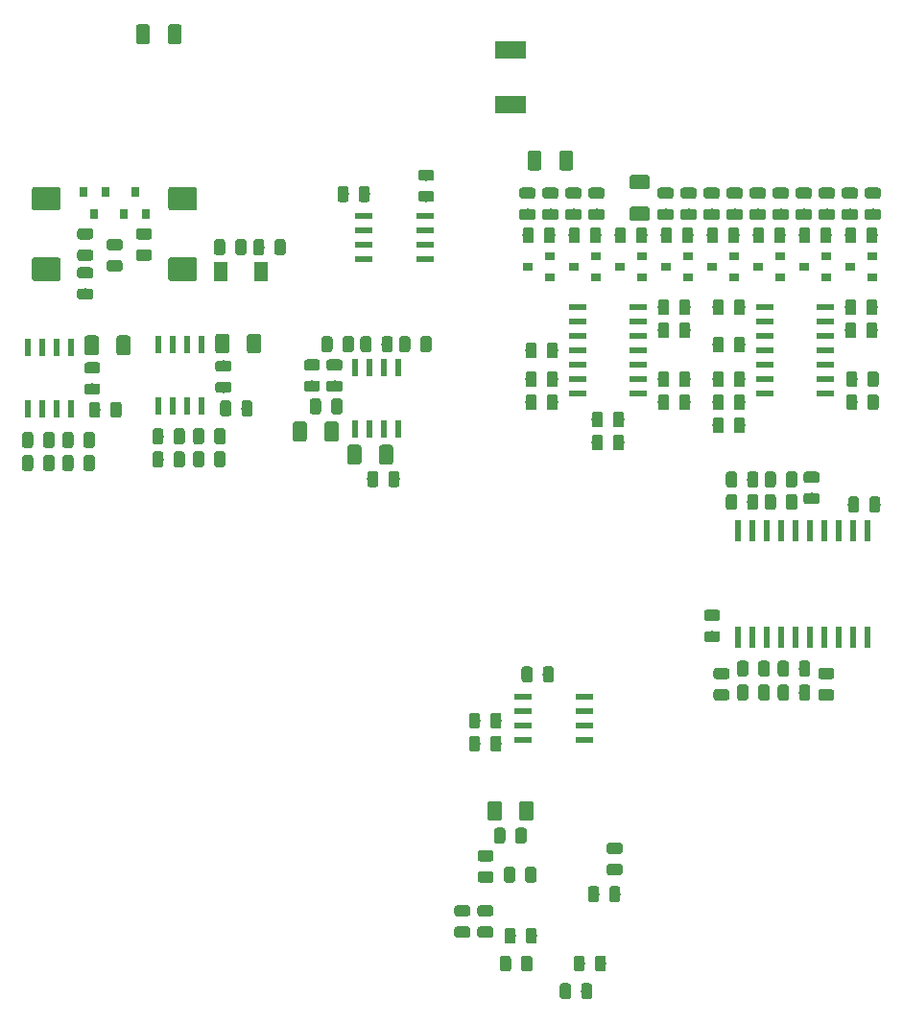
<source format=gbr>
G04 #@! TF.GenerationSoftware,KiCad,Pcbnew,5.1.2-f72e74a~84~ubuntu18.04.1*
G04 #@! TF.CreationDate,2019-08-21T00:14:30+02:00*
G04 #@! TF.ProjectId,Tuareg,54756172-6567-42e6-9b69-6361645f7063,rev?*
G04 #@! TF.SameCoordinates,Original*
G04 #@! TF.FileFunction,Paste,Bot*
G04 #@! TF.FilePolarity,Positive*
%FSLAX46Y46*%
G04 Gerber Fmt 4.6, Leading zero omitted, Abs format (unit mm)*
G04 Created by KiCad (PCBNEW 5.1.2-f72e74a~84~ubuntu18.04.1) date 2019-08-21 00:14:30*
%MOMM*%
%LPD*%
G04 APERTURE LIST*
%ADD10C,0.100000*%
%ADD11C,0.975000*%
%ADD12R,1.550000X0.600000*%
%ADD13R,2.700000X1.500000*%
%ADD14C,1.250000*%
%ADD15R,0.900000X0.800000*%
%ADD16R,0.600000X1.950000*%
%ADD17R,0.600000X1.550000*%
%ADD18R,1.500000X0.600000*%
%ADD19C,2.075000*%
%ADD20R,0.800000X0.900000*%
%ADD21R,1.300000X1.700000*%
G04 APERTURE END LIST*
D10*
G36*
X99184542Y-72972774D02*
G01*
X99208203Y-72976284D01*
X99231407Y-72982096D01*
X99253929Y-72990154D01*
X99275553Y-73000382D01*
X99296070Y-73012679D01*
X99315283Y-73026929D01*
X99333007Y-73042993D01*
X99349071Y-73060717D01*
X99363321Y-73079930D01*
X99375618Y-73100447D01*
X99385846Y-73122071D01*
X99393904Y-73144593D01*
X99399716Y-73167797D01*
X99403226Y-73191458D01*
X99404400Y-73215350D01*
X99404400Y-73702850D01*
X99403226Y-73726742D01*
X99399716Y-73750403D01*
X99393904Y-73773607D01*
X99385846Y-73796129D01*
X99375618Y-73817753D01*
X99363321Y-73838270D01*
X99349071Y-73857483D01*
X99333007Y-73875207D01*
X99315283Y-73891271D01*
X99296070Y-73905521D01*
X99275553Y-73917818D01*
X99253929Y-73928046D01*
X99231407Y-73936104D01*
X99208203Y-73941916D01*
X99184542Y-73945426D01*
X99160650Y-73946600D01*
X98248150Y-73946600D01*
X98224258Y-73945426D01*
X98200597Y-73941916D01*
X98177393Y-73936104D01*
X98154871Y-73928046D01*
X98133247Y-73917818D01*
X98112730Y-73905521D01*
X98093517Y-73891271D01*
X98075793Y-73875207D01*
X98059729Y-73857483D01*
X98045479Y-73838270D01*
X98033182Y-73817753D01*
X98022954Y-73796129D01*
X98014896Y-73773607D01*
X98009084Y-73750403D01*
X98005574Y-73726742D01*
X98004400Y-73702850D01*
X98004400Y-73215350D01*
X98005574Y-73191458D01*
X98009084Y-73167797D01*
X98014896Y-73144593D01*
X98022954Y-73122071D01*
X98033182Y-73100447D01*
X98045479Y-73079930D01*
X98059729Y-73060717D01*
X98075793Y-73042993D01*
X98093517Y-73026929D01*
X98112730Y-73012679D01*
X98133247Y-73000382D01*
X98154871Y-72990154D01*
X98177393Y-72982096D01*
X98200597Y-72976284D01*
X98224258Y-72972774D01*
X98248150Y-72971600D01*
X99160650Y-72971600D01*
X99184542Y-72972774D01*
X99184542Y-72972774D01*
G37*
D11*
X98704400Y-73459100D03*
D10*
G36*
X99184542Y-74847774D02*
G01*
X99208203Y-74851284D01*
X99231407Y-74857096D01*
X99253929Y-74865154D01*
X99275553Y-74875382D01*
X99296070Y-74887679D01*
X99315283Y-74901929D01*
X99333007Y-74917993D01*
X99349071Y-74935717D01*
X99363321Y-74954930D01*
X99375618Y-74975447D01*
X99385846Y-74997071D01*
X99393904Y-75019593D01*
X99399716Y-75042797D01*
X99403226Y-75066458D01*
X99404400Y-75090350D01*
X99404400Y-75577850D01*
X99403226Y-75601742D01*
X99399716Y-75625403D01*
X99393904Y-75648607D01*
X99385846Y-75671129D01*
X99375618Y-75692753D01*
X99363321Y-75713270D01*
X99349071Y-75732483D01*
X99333007Y-75750207D01*
X99315283Y-75766271D01*
X99296070Y-75780521D01*
X99275553Y-75792818D01*
X99253929Y-75803046D01*
X99231407Y-75811104D01*
X99208203Y-75816916D01*
X99184542Y-75820426D01*
X99160650Y-75821600D01*
X98248150Y-75821600D01*
X98224258Y-75820426D01*
X98200597Y-75816916D01*
X98177393Y-75811104D01*
X98154871Y-75803046D01*
X98133247Y-75792818D01*
X98112730Y-75780521D01*
X98093517Y-75766271D01*
X98075793Y-75750207D01*
X98059729Y-75732483D01*
X98045479Y-75713270D01*
X98033182Y-75692753D01*
X98022954Y-75671129D01*
X98014896Y-75648607D01*
X98009084Y-75625403D01*
X98005574Y-75601742D01*
X98004400Y-75577850D01*
X98004400Y-75090350D01*
X98005574Y-75066458D01*
X98009084Y-75042797D01*
X98014896Y-75019593D01*
X98022954Y-74997071D01*
X98033182Y-74975447D01*
X98045479Y-74954930D01*
X98059729Y-74935717D01*
X98075793Y-74917993D01*
X98093517Y-74901929D01*
X98112730Y-74887679D01*
X98133247Y-74875382D01*
X98154871Y-74865154D01*
X98177393Y-74857096D01*
X98200597Y-74851284D01*
X98224258Y-74847774D01*
X98248150Y-74846600D01*
X99160650Y-74846600D01*
X99184542Y-74847774D01*
X99184542Y-74847774D01*
G37*
D11*
X98704400Y-75334100D03*
D10*
G36*
X133467542Y-136207174D02*
G01*
X133491203Y-136210684D01*
X133514407Y-136216496D01*
X133536929Y-136224554D01*
X133558553Y-136234782D01*
X133579070Y-136247079D01*
X133598283Y-136261329D01*
X133616007Y-136277393D01*
X133632071Y-136295117D01*
X133646321Y-136314330D01*
X133658618Y-136334847D01*
X133668846Y-136356471D01*
X133676904Y-136378993D01*
X133682716Y-136402197D01*
X133686226Y-136425858D01*
X133687400Y-136449750D01*
X133687400Y-137362250D01*
X133686226Y-137386142D01*
X133682716Y-137409803D01*
X133676904Y-137433007D01*
X133668846Y-137455529D01*
X133658618Y-137477153D01*
X133646321Y-137497670D01*
X133632071Y-137516883D01*
X133616007Y-137534607D01*
X133598283Y-137550671D01*
X133579070Y-137564921D01*
X133558553Y-137577218D01*
X133536929Y-137587446D01*
X133514407Y-137595504D01*
X133491203Y-137601316D01*
X133467542Y-137604826D01*
X133443650Y-137606000D01*
X132956150Y-137606000D01*
X132932258Y-137604826D01*
X132908597Y-137601316D01*
X132885393Y-137595504D01*
X132862871Y-137587446D01*
X132841247Y-137577218D01*
X132820730Y-137564921D01*
X132801517Y-137550671D01*
X132783793Y-137534607D01*
X132767729Y-137516883D01*
X132753479Y-137497670D01*
X132741182Y-137477153D01*
X132730954Y-137455529D01*
X132722896Y-137433007D01*
X132717084Y-137409803D01*
X132713574Y-137386142D01*
X132712400Y-137362250D01*
X132712400Y-136449750D01*
X132713574Y-136425858D01*
X132717084Y-136402197D01*
X132722896Y-136378993D01*
X132730954Y-136356471D01*
X132741182Y-136334847D01*
X132753479Y-136314330D01*
X132767729Y-136295117D01*
X132783793Y-136277393D01*
X132801517Y-136261329D01*
X132820730Y-136247079D01*
X132841247Y-136234782D01*
X132862871Y-136224554D01*
X132885393Y-136216496D01*
X132908597Y-136210684D01*
X132932258Y-136207174D01*
X132956150Y-136206000D01*
X133443650Y-136206000D01*
X133467542Y-136207174D01*
X133467542Y-136207174D01*
G37*
D11*
X133199900Y-136906000D03*
D10*
G36*
X135342542Y-136207174D02*
G01*
X135366203Y-136210684D01*
X135389407Y-136216496D01*
X135411929Y-136224554D01*
X135433553Y-136234782D01*
X135454070Y-136247079D01*
X135473283Y-136261329D01*
X135491007Y-136277393D01*
X135507071Y-136295117D01*
X135521321Y-136314330D01*
X135533618Y-136334847D01*
X135543846Y-136356471D01*
X135551904Y-136378993D01*
X135557716Y-136402197D01*
X135561226Y-136425858D01*
X135562400Y-136449750D01*
X135562400Y-137362250D01*
X135561226Y-137386142D01*
X135557716Y-137409803D01*
X135551904Y-137433007D01*
X135543846Y-137455529D01*
X135533618Y-137477153D01*
X135521321Y-137497670D01*
X135507071Y-137516883D01*
X135491007Y-137534607D01*
X135473283Y-137550671D01*
X135454070Y-137564921D01*
X135433553Y-137577218D01*
X135411929Y-137587446D01*
X135389407Y-137595504D01*
X135366203Y-137601316D01*
X135342542Y-137604826D01*
X135318650Y-137606000D01*
X134831150Y-137606000D01*
X134807258Y-137604826D01*
X134783597Y-137601316D01*
X134760393Y-137595504D01*
X134737871Y-137587446D01*
X134716247Y-137577218D01*
X134695730Y-137564921D01*
X134676517Y-137550671D01*
X134658793Y-137534607D01*
X134642729Y-137516883D01*
X134628479Y-137497670D01*
X134616182Y-137477153D01*
X134605954Y-137455529D01*
X134597896Y-137433007D01*
X134592084Y-137409803D01*
X134588574Y-137386142D01*
X134587400Y-137362250D01*
X134587400Y-136449750D01*
X134588574Y-136425858D01*
X134592084Y-136402197D01*
X134597896Y-136378993D01*
X134605954Y-136356471D01*
X134616182Y-136334847D01*
X134628479Y-136314330D01*
X134642729Y-136295117D01*
X134658793Y-136277393D01*
X134676517Y-136261329D01*
X134695730Y-136247079D01*
X134716247Y-136234782D01*
X134737871Y-136224554D01*
X134760393Y-136216496D01*
X134783597Y-136210684D01*
X134807258Y-136207174D01*
X134831150Y-136206000D01*
X135318650Y-136206000D01*
X135342542Y-136207174D01*
X135342542Y-136207174D01*
G37*
D11*
X135074900Y-136906000D03*
D10*
G36*
X139969942Y-136181774D02*
G01*
X139993603Y-136185284D01*
X140016807Y-136191096D01*
X140039329Y-136199154D01*
X140060953Y-136209382D01*
X140081470Y-136221679D01*
X140100683Y-136235929D01*
X140118407Y-136251993D01*
X140134471Y-136269717D01*
X140148721Y-136288930D01*
X140161018Y-136309447D01*
X140171246Y-136331071D01*
X140179304Y-136353593D01*
X140185116Y-136376797D01*
X140188626Y-136400458D01*
X140189800Y-136424350D01*
X140189800Y-137336850D01*
X140188626Y-137360742D01*
X140185116Y-137384403D01*
X140179304Y-137407607D01*
X140171246Y-137430129D01*
X140161018Y-137451753D01*
X140148721Y-137472270D01*
X140134471Y-137491483D01*
X140118407Y-137509207D01*
X140100683Y-137525271D01*
X140081470Y-137539521D01*
X140060953Y-137551818D01*
X140039329Y-137562046D01*
X140016807Y-137570104D01*
X139993603Y-137575916D01*
X139969942Y-137579426D01*
X139946050Y-137580600D01*
X139458550Y-137580600D01*
X139434658Y-137579426D01*
X139410997Y-137575916D01*
X139387793Y-137570104D01*
X139365271Y-137562046D01*
X139343647Y-137551818D01*
X139323130Y-137539521D01*
X139303917Y-137525271D01*
X139286193Y-137509207D01*
X139270129Y-137491483D01*
X139255879Y-137472270D01*
X139243582Y-137451753D01*
X139233354Y-137430129D01*
X139225296Y-137407607D01*
X139219484Y-137384403D01*
X139215974Y-137360742D01*
X139214800Y-137336850D01*
X139214800Y-136424350D01*
X139215974Y-136400458D01*
X139219484Y-136376797D01*
X139225296Y-136353593D01*
X139233354Y-136331071D01*
X139243582Y-136309447D01*
X139255879Y-136288930D01*
X139270129Y-136269717D01*
X139286193Y-136251993D01*
X139303917Y-136235929D01*
X139323130Y-136221679D01*
X139343647Y-136209382D01*
X139365271Y-136199154D01*
X139387793Y-136191096D01*
X139410997Y-136185284D01*
X139434658Y-136181774D01*
X139458550Y-136180600D01*
X139946050Y-136180600D01*
X139969942Y-136181774D01*
X139969942Y-136181774D01*
G37*
D11*
X139702300Y-136880600D03*
D10*
G36*
X141844942Y-136181774D02*
G01*
X141868603Y-136185284D01*
X141891807Y-136191096D01*
X141914329Y-136199154D01*
X141935953Y-136209382D01*
X141956470Y-136221679D01*
X141975683Y-136235929D01*
X141993407Y-136251993D01*
X142009471Y-136269717D01*
X142023721Y-136288930D01*
X142036018Y-136309447D01*
X142046246Y-136331071D01*
X142054304Y-136353593D01*
X142060116Y-136376797D01*
X142063626Y-136400458D01*
X142064800Y-136424350D01*
X142064800Y-137336850D01*
X142063626Y-137360742D01*
X142060116Y-137384403D01*
X142054304Y-137407607D01*
X142046246Y-137430129D01*
X142036018Y-137451753D01*
X142023721Y-137472270D01*
X142009471Y-137491483D01*
X141993407Y-137509207D01*
X141975683Y-137525271D01*
X141956470Y-137539521D01*
X141935953Y-137551818D01*
X141914329Y-137562046D01*
X141891807Y-137570104D01*
X141868603Y-137575916D01*
X141844942Y-137579426D01*
X141821050Y-137580600D01*
X141333550Y-137580600D01*
X141309658Y-137579426D01*
X141285997Y-137575916D01*
X141262793Y-137570104D01*
X141240271Y-137562046D01*
X141218647Y-137551818D01*
X141198130Y-137539521D01*
X141178917Y-137525271D01*
X141161193Y-137509207D01*
X141145129Y-137491483D01*
X141130879Y-137472270D01*
X141118582Y-137451753D01*
X141108354Y-137430129D01*
X141100296Y-137407607D01*
X141094484Y-137384403D01*
X141090974Y-137360742D01*
X141089800Y-137336850D01*
X141089800Y-136424350D01*
X141090974Y-136400458D01*
X141094484Y-136376797D01*
X141100296Y-136353593D01*
X141108354Y-136331071D01*
X141118582Y-136309447D01*
X141130879Y-136288930D01*
X141145129Y-136269717D01*
X141161193Y-136251993D01*
X141178917Y-136235929D01*
X141198130Y-136221679D01*
X141218647Y-136209382D01*
X141240271Y-136199154D01*
X141262793Y-136191096D01*
X141285997Y-136185284D01*
X141309658Y-136181774D01*
X141333550Y-136180600D01*
X141821050Y-136180600D01*
X141844942Y-136181774D01*
X141844942Y-136181774D01*
G37*
D11*
X141577300Y-136880600D03*
D12*
X120718600Y-70967600D03*
X120718600Y-72237600D03*
X120718600Y-73507600D03*
X120718600Y-74777600D03*
X126118600Y-74777600D03*
X126118600Y-73507600D03*
X126118600Y-72237600D03*
X126118600Y-70967600D03*
D13*
X133604000Y-56274000D03*
X133604000Y-61074000D03*
D10*
G36*
X151730142Y-71945174D02*
G01*
X151753803Y-71948684D01*
X151777007Y-71954496D01*
X151799529Y-71962554D01*
X151821153Y-71972782D01*
X151841670Y-71985079D01*
X151860883Y-71999329D01*
X151878607Y-72015393D01*
X151894671Y-72033117D01*
X151908921Y-72052330D01*
X151921218Y-72072847D01*
X151931446Y-72094471D01*
X151939504Y-72116993D01*
X151945316Y-72140197D01*
X151948826Y-72163858D01*
X151950000Y-72187750D01*
X151950000Y-73100250D01*
X151948826Y-73124142D01*
X151945316Y-73147803D01*
X151939504Y-73171007D01*
X151931446Y-73193529D01*
X151921218Y-73215153D01*
X151908921Y-73235670D01*
X151894671Y-73254883D01*
X151878607Y-73272607D01*
X151860883Y-73288671D01*
X151841670Y-73302921D01*
X151821153Y-73315218D01*
X151799529Y-73325446D01*
X151777007Y-73333504D01*
X151753803Y-73339316D01*
X151730142Y-73342826D01*
X151706250Y-73344000D01*
X151218750Y-73344000D01*
X151194858Y-73342826D01*
X151171197Y-73339316D01*
X151147993Y-73333504D01*
X151125471Y-73325446D01*
X151103847Y-73315218D01*
X151083330Y-73302921D01*
X151064117Y-73288671D01*
X151046393Y-73272607D01*
X151030329Y-73254883D01*
X151016079Y-73235670D01*
X151003782Y-73215153D01*
X150993554Y-73193529D01*
X150985496Y-73171007D01*
X150979684Y-73147803D01*
X150976174Y-73124142D01*
X150975000Y-73100250D01*
X150975000Y-72187750D01*
X150976174Y-72163858D01*
X150979684Y-72140197D01*
X150985496Y-72116993D01*
X150993554Y-72094471D01*
X151003782Y-72072847D01*
X151016079Y-72052330D01*
X151030329Y-72033117D01*
X151046393Y-72015393D01*
X151064117Y-71999329D01*
X151083330Y-71985079D01*
X151103847Y-71972782D01*
X151125471Y-71962554D01*
X151147993Y-71954496D01*
X151171197Y-71948684D01*
X151194858Y-71945174D01*
X151218750Y-71944000D01*
X151706250Y-71944000D01*
X151730142Y-71945174D01*
X151730142Y-71945174D01*
G37*
D11*
X151462500Y-72644000D03*
D10*
G36*
X153605142Y-71945174D02*
G01*
X153628803Y-71948684D01*
X153652007Y-71954496D01*
X153674529Y-71962554D01*
X153696153Y-71972782D01*
X153716670Y-71985079D01*
X153735883Y-71999329D01*
X153753607Y-72015393D01*
X153769671Y-72033117D01*
X153783921Y-72052330D01*
X153796218Y-72072847D01*
X153806446Y-72094471D01*
X153814504Y-72116993D01*
X153820316Y-72140197D01*
X153823826Y-72163858D01*
X153825000Y-72187750D01*
X153825000Y-73100250D01*
X153823826Y-73124142D01*
X153820316Y-73147803D01*
X153814504Y-73171007D01*
X153806446Y-73193529D01*
X153796218Y-73215153D01*
X153783921Y-73235670D01*
X153769671Y-73254883D01*
X153753607Y-73272607D01*
X153735883Y-73288671D01*
X153716670Y-73302921D01*
X153696153Y-73315218D01*
X153674529Y-73325446D01*
X153652007Y-73333504D01*
X153628803Y-73339316D01*
X153605142Y-73342826D01*
X153581250Y-73344000D01*
X153093750Y-73344000D01*
X153069858Y-73342826D01*
X153046197Y-73339316D01*
X153022993Y-73333504D01*
X153000471Y-73325446D01*
X152978847Y-73315218D01*
X152958330Y-73302921D01*
X152939117Y-73288671D01*
X152921393Y-73272607D01*
X152905329Y-73254883D01*
X152891079Y-73235670D01*
X152878782Y-73215153D01*
X152868554Y-73193529D01*
X152860496Y-73171007D01*
X152854684Y-73147803D01*
X152851174Y-73124142D01*
X152850000Y-73100250D01*
X152850000Y-72187750D01*
X152851174Y-72163858D01*
X152854684Y-72140197D01*
X152860496Y-72116993D01*
X152868554Y-72094471D01*
X152878782Y-72072847D01*
X152891079Y-72052330D01*
X152905329Y-72033117D01*
X152921393Y-72015393D01*
X152939117Y-71999329D01*
X152958330Y-71985079D01*
X152978847Y-71972782D01*
X153000471Y-71962554D01*
X153022993Y-71954496D01*
X153046197Y-71948684D01*
X153069858Y-71945174D01*
X153093750Y-71944000D01*
X153581250Y-71944000D01*
X153605142Y-71945174D01*
X153605142Y-71945174D01*
G37*
D11*
X153337500Y-72644000D03*
D10*
G36*
X155794142Y-71945174D02*
G01*
X155817803Y-71948684D01*
X155841007Y-71954496D01*
X155863529Y-71962554D01*
X155885153Y-71972782D01*
X155905670Y-71985079D01*
X155924883Y-71999329D01*
X155942607Y-72015393D01*
X155958671Y-72033117D01*
X155972921Y-72052330D01*
X155985218Y-72072847D01*
X155995446Y-72094471D01*
X156003504Y-72116993D01*
X156009316Y-72140197D01*
X156012826Y-72163858D01*
X156014000Y-72187750D01*
X156014000Y-73100250D01*
X156012826Y-73124142D01*
X156009316Y-73147803D01*
X156003504Y-73171007D01*
X155995446Y-73193529D01*
X155985218Y-73215153D01*
X155972921Y-73235670D01*
X155958671Y-73254883D01*
X155942607Y-73272607D01*
X155924883Y-73288671D01*
X155905670Y-73302921D01*
X155885153Y-73315218D01*
X155863529Y-73325446D01*
X155841007Y-73333504D01*
X155817803Y-73339316D01*
X155794142Y-73342826D01*
X155770250Y-73344000D01*
X155282750Y-73344000D01*
X155258858Y-73342826D01*
X155235197Y-73339316D01*
X155211993Y-73333504D01*
X155189471Y-73325446D01*
X155167847Y-73315218D01*
X155147330Y-73302921D01*
X155128117Y-73288671D01*
X155110393Y-73272607D01*
X155094329Y-73254883D01*
X155080079Y-73235670D01*
X155067782Y-73215153D01*
X155057554Y-73193529D01*
X155049496Y-73171007D01*
X155043684Y-73147803D01*
X155040174Y-73124142D01*
X155039000Y-73100250D01*
X155039000Y-72187750D01*
X155040174Y-72163858D01*
X155043684Y-72140197D01*
X155049496Y-72116993D01*
X155057554Y-72094471D01*
X155067782Y-72072847D01*
X155080079Y-72052330D01*
X155094329Y-72033117D01*
X155110393Y-72015393D01*
X155128117Y-71999329D01*
X155147330Y-71985079D01*
X155167847Y-71972782D01*
X155189471Y-71962554D01*
X155211993Y-71954496D01*
X155235197Y-71948684D01*
X155258858Y-71945174D01*
X155282750Y-71944000D01*
X155770250Y-71944000D01*
X155794142Y-71945174D01*
X155794142Y-71945174D01*
G37*
D11*
X155526500Y-72644000D03*
D10*
G36*
X157669142Y-71945174D02*
G01*
X157692803Y-71948684D01*
X157716007Y-71954496D01*
X157738529Y-71962554D01*
X157760153Y-71972782D01*
X157780670Y-71985079D01*
X157799883Y-71999329D01*
X157817607Y-72015393D01*
X157833671Y-72033117D01*
X157847921Y-72052330D01*
X157860218Y-72072847D01*
X157870446Y-72094471D01*
X157878504Y-72116993D01*
X157884316Y-72140197D01*
X157887826Y-72163858D01*
X157889000Y-72187750D01*
X157889000Y-73100250D01*
X157887826Y-73124142D01*
X157884316Y-73147803D01*
X157878504Y-73171007D01*
X157870446Y-73193529D01*
X157860218Y-73215153D01*
X157847921Y-73235670D01*
X157833671Y-73254883D01*
X157817607Y-73272607D01*
X157799883Y-73288671D01*
X157780670Y-73302921D01*
X157760153Y-73315218D01*
X157738529Y-73325446D01*
X157716007Y-73333504D01*
X157692803Y-73339316D01*
X157669142Y-73342826D01*
X157645250Y-73344000D01*
X157157750Y-73344000D01*
X157133858Y-73342826D01*
X157110197Y-73339316D01*
X157086993Y-73333504D01*
X157064471Y-73325446D01*
X157042847Y-73315218D01*
X157022330Y-73302921D01*
X157003117Y-73288671D01*
X156985393Y-73272607D01*
X156969329Y-73254883D01*
X156955079Y-73235670D01*
X156942782Y-73215153D01*
X156932554Y-73193529D01*
X156924496Y-73171007D01*
X156918684Y-73147803D01*
X156915174Y-73124142D01*
X156914000Y-73100250D01*
X156914000Y-72187750D01*
X156915174Y-72163858D01*
X156918684Y-72140197D01*
X156924496Y-72116993D01*
X156932554Y-72094471D01*
X156942782Y-72072847D01*
X156955079Y-72052330D01*
X156969329Y-72033117D01*
X156985393Y-72015393D01*
X157003117Y-71999329D01*
X157022330Y-71985079D01*
X157042847Y-71972782D01*
X157064471Y-71962554D01*
X157086993Y-71954496D01*
X157110197Y-71948684D01*
X157133858Y-71945174D01*
X157157750Y-71944000D01*
X157645250Y-71944000D01*
X157669142Y-71945174D01*
X157669142Y-71945174D01*
G37*
D11*
X157401500Y-72644000D03*
D10*
G36*
X159858142Y-71945174D02*
G01*
X159881803Y-71948684D01*
X159905007Y-71954496D01*
X159927529Y-71962554D01*
X159949153Y-71972782D01*
X159969670Y-71985079D01*
X159988883Y-71999329D01*
X160006607Y-72015393D01*
X160022671Y-72033117D01*
X160036921Y-72052330D01*
X160049218Y-72072847D01*
X160059446Y-72094471D01*
X160067504Y-72116993D01*
X160073316Y-72140197D01*
X160076826Y-72163858D01*
X160078000Y-72187750D01*
X160078000Y-73100250D01*
X160076826Y-73124142D01*
X160073316Y-73147803D01*
X160067504Y-73171007D01*
X160059446Y-73193529D01*
X160049218Y-73215153D01*
X160036921Y-73235670D01*
X160022671Y-73254883D01*
X160006607Y-73272607D01*
X159988883Y-73288671D01*
X159969670Y-73302921D01*
X159949153Y-73315218D01*
X159927529Y-73325446D01*
X159905007Y-73333504D01*
X159881803Y-73339316D01*
X159858142Y-73342826D01*
X159834250Y-73344000D01*
X159346750Y-73344000D01*
X159322858Y-73342826D01*
X159299197Y-73339316D01*
X159275993Y-73333504D01*
X159253471Y-73325446D01*
X159231847Y-73315218D01*
X159211330Y-73302921D01*
X159192117Y-73288671D01*
X159174393Y-73272607D01*
X159158329Y-73254883D01*
X159144079Y-73235670D01*
X159131782Y-73215153D01*
X159121554Y-73193529D01*
X159113496Y-73171007D01*
X159107684Y-73147803D01*
X159104174Y-73124142D01*
X159103000Y-73100250D01*
X159103000Y-72187750D01*
X159104174Y-72163858D01*
X159107684Y-72140197D01*
X159113496Y-72116993D01*
X159121554Y-72094471D01*
X159131782Y-72072847D01*
X159144079Y-72052330D01*
X159158329Y-72033117D01*
X159174393Y-72015393D01*
X159192117Y-71999329D01*
X159211330Y-71985079D01*
X159231847Y-71972782D01*
X159253471Y-71962554D01*
X159275993Y-71954496D01*
X159299197Y-71948684D01*
X159322858Y-71945174D01*
X159346750Y-71944000D01*
X159834250Y-71944000D01*
X159858142Y-71945174D01*
X159858142Y-71945174D01*
G37*
D11*
X159590500Y-72644000D03*
D10*
G36*
X161733142Y-71945174D02*
G01*
X161756803Y-71948684D01*
X161780007Y-71954496D01*
X161802529Y-71962554D01*
X161824153Y-71972782D01*
X161844670Y-71985079D01*
X161863883Y-71999329D01*
X161881607Y-72015393D01*
X161897671Y-72033117D01*
X161911921Y-72052330D01*
X161924218Y-72072847D01*
X161934446Y-72094471D01*
X161942504Y-72116993D01*
X161948316Y-72140197D01*
X161951826Y-72163858D01*
X161953000Y-72187750D01*
X161953000Y-73100250D01*
X161951826Y-73124142D01*
X161948316Y-73147803D01*
X161942504Y-73171007D01*
X161934446Y-73193529D01*
X161924218Y-73215153D01*
X161911921Y-73235670D01*
X161897671Y-73254883D01*
X161881607Y-73272607D01*
X161863883Y-73288671D01*
X161844670Y-73302921D01*
X161824153Y-73315218D01*
X161802529Y-73325446D01*
X161780007Y-73333504D01*
X161756803Y-73339316D01*
X161733142Y-73342826D01*
X161709250Y-73344000D01*
X161221750Y-73344000D01*
X161197858Y-73342826D01*
X161174197Y-73339316D01*
X161150993Y-73333504D01*
X161128471Y-73325446D01*
X161106847Y-73315218D01*
X161086330Y-73302921D01*
X161067117Y-73288671D01*
X161049393Y-73272607D01*
X161033329Y-73254883D01*
X161019079Y-73235670D01*
X161006782Y-73215153D01*
X160996554Y-73193529D01*
X160988496Y-73171007D01*
X160982684Y-73147803D01*
X160979174Y-73124142D01*
X160978000Y-73100250D01*
X160978000Y-72187750D01*
X160979174Y-72163858D01*
X160982684Y-72140197D01*
X160988496Y-72116993D01*
X160996554Y-72094471D01*
X161006782Y-72072847D01*
X161019079Y-72052330D01*
X161033329Y-72033117D01*
X161049393Y-72015393D01*
X161067117Y-71999329D01*
X161086330Y-71985079D01*
X161106847Y-71972782D01*
X161128471Y-71962554D01*
X161150993Y-71954496D01*
X161174197Y-71948684D01*
X161197858Y-71945174D01*
X161221750Y-71944000D01*
X161709250Y-71944000D01*
X161733142Y-71945174D01*
X161733142Y-71945174D01*
G37*
D11*
X161465500Y-72644000D03*
D10*
G36*
X163922142Y-71945174D02*
G01*
X163945803Y-71948684D01*
X163969007Y-71954496D01*
X163991529Y-71962554D01*
X164013153Y-71972782D01*
X164033670Y-71985079D01*
X164052883Y-71999329D01*
X164070607Y-72015393D01*
X164086671Y-72033117D01*
X164100921Y-72052330D01*
X164113218Y-72072847D01*
X164123446Y-72094471D01*
X164131504Y-72116993D01*
X164137316Y-72140197D01*
X164140826Y-72163858D01*
X164142000Y-72187750D01*
X164142000Y-73100250D01*
X164140826Y-73124142D01*
X164137316Y-73147803D01*
X164131504Y-73171007D01*
X164123446Y-73193529D01*
X164113218Y-73215153D01*
X164100921Y-73235670D01*
X164086671Y-73254883D01*
X164070607Y-73272607D01*
X164052883Y-73288671D01*
X164033670Y-73302921D01*
X164013153Y-73315218D01*
X163991529Y-73325446D01*
X163969007Y-73333504D01*
X163945803Y-73339316D01*
X163922142Y-73342826D01*
X163898250Y-73344000D01*
X163410750Y-73344000D01*
X163386858Y-73342826D01*
X163363197Y-73339316D01*
X163339993Y-73333504D01*
X163317471Y-73325446D01*
X163295847Y-73315218D01*
X163275330Y-73302921D01*
X163256117Y-73288671D01*
X163238393Y-73272607D01*
X163222329Y-73254883D01*
X163208079Y-73235670D01*
X163195782Y-73215153D01*
X163185554Y-73193529D01*
X163177496Y-73171007D01*
X163171684Y-73147803D01*
X163168174Y-73124142D01*
X163167000Y-73100250D01*
X163167000Y-72187750D01*
X163168174Y-72163858D01*
X163171684Y-72140197D01*
X163177496Y-72116993D01*
X163185554Y-72094471D01*
X163195782Y-72072847D01*
X163208079Y-72052330D01*
X163222329Y-72033117D01*
X163238393Y-72015393D01*
X163256117Y-71999329D01*
X163275330Y-71985079D01*
X163295847Y-71972782D01*
X163317471Y-71962554D01*
X163339993Y-71954496D01*
X163363197Y-71948684D01*
X163386858Y-71945174D01*
X163410750Y-71944000D01*
X163898250Y-71944000D01*
X163922142Y-71945174D01*
X163922142Y-71945174D01*
G37*
D11*
X163654500Y-72644000D03*
D10*
G36*
X165797142Y-71945174D02*
G01*
X165820803Y-71948684D01*
X165844007Y-71954496D01*
X165866529Y-71962554D01*
X165888153Y-71972782D01*
X165908670Y-71985079D01*
X165927883Y-71999329D01*
X165945607Y-72015393D01*
X165961671Y-72033117D01*
X165975921Y-72052330D01*
X165988218Y-72072847D01*
X165998446Y-72094471D01*
X166006504Y-72116993D01*
X166012316Y-72140197D01*
X166015826Y-72163858D01*
X166017000Y-72187750D01*
X166017000Y-73100250D01*
X166015826Y-73124142D01*
X166012316Y-73147803D01*
X166006504Y-73171007D01*
X165998446Y-73193529D01*
X165988218Y-73215153D01*
X165975921Y-73235670D01*
X165961671Y-73254883D01*
X165945607Y-73272607D01*
X165927883Y-73288671D01*
X165908670Y-73302921D01*
X165888153Y-73315218D01*
X165866529Y-73325446D01*
X165844007Y-73333504D01*
X165820803Y-73339316D01*
X165797142Y-73342826D01*
X165773250Y-73344000D01*
X165285750Y-73344000D01*
X165261858Y-73342826D01*
X165238197Y-73339316D01*
X165214993Y-73333504D01*
X165192471Y-73325446D01*
X165170847Y-73315218D01*
X165150330Y-73302921D01*
X165131117Y-73288671D01*
X165113393Y-73272607D01*
X165097329Y-73254883D01*
X165083079Y-73235670D01*
X165070782Y-73215153D01*
X165060554Y-73193529D01*
X165052496Y-73171007D01*
X165046684Y-73147803D01*
X165043174Y-73124142D01*
X165042000Y-73100250D01*
X165042000Y-72187750D01*
X165043174Y-72163858D01*
X165046684Y-72140197D01*
X165052496Y-72116993D01*
X165060554Y-72094471D01*
X165070782Y-72072847D01*
X165083079Y-72052330D01*
X165097329Y-72033117D01*
X165113393Y-72015393D01*
X165131117Y-71999329D01*
X165150330Y-71985079D01*
X165170847Y-71972782D01*
X165192471Y-71962554D01*
X165214993Y-71954496D01*
X165238197Y-71948684D01*
X165261858Y-71945174D01*
X165285750Y-71944000D01*
X165773250Y-71944000D01*
X165797142Y-71945174D01*
X165797142Y-71945174D01*
G37*
D11*
X165529500Y-72644000D03*
D10*
G36*
X135474142Y-71945174D02*
G01*
X135497803Y-71948684D01*
X135521007Y-71954496D01*
X135543529Y-71962554D01*
X135565153Y-71972782D01*
X135585670Y-71985079D01*
X135604883Y-71999329D01*
X135622607Y-72015393D01*
X135638671Y-72033117D01*
X135652921Y-72052330D01*
X135665218Y-72072847D01*
X135675446Y-72094471D01*
X135683504Y-72116993D01*
X135689316Y-72140197D01*
X135692826Y-72163858D01*
X135694000Y-72187750D01*
X135694000Y-73100250D01*
X135692826Y-73124142D01*
X135689316Y-73147803D01*
X135683504Y-73171007D01*
X135675446Y-73193529D01*
X135665218Y-73215153D01*
X135652921Y-73235670D01*
X135638671Y-73254883D01*
X135622607Y-73272607D01*
X135604883Y-73288671D01*
X135585670Y-73302921D01*
X135565153Y-73315218D01*
X135543529Y-73325446D01*
X135521007Y-73333504D01*
X135497803Y-73339316D01*
X135474142Y-73342826D01*
X135450250Y-73344000D01*
X134962750Y-73344000D01*
X134938858Y-73342826D01*
X134915197Y-73339316D01*
X134891993Y-73333504D01*
X134869471Y-73325446D01*
X134847847Y-73315218D01*
X134827330Y-73302921D01*
X134808117Y-73288671D01*
X134790393Y-73272607D01*
X134774329Y-73254883D01*
X134760079Y-73235670D01*
X134747782Y-73215153D01*
X134737554Y-73193529D01*
X134729496Y-73171007D01*
X134723684Y-73147803D01*
X134720174Y-73124142D01*
X134719000Y-73100250D01*
X134719000Y-72187750D01*
X134720174Y-72163858D01*
X134723684Y-72140197D01*
X134729496Y-72116993D01*
X134737554Y-72094471D01*
X134747782Y-72072847D01*
X134760079Y-72052330D01*
X134774329Y-72033117D01*
X134790393Y-72015393D01*
X134808117Y-71999329D01*
X134827330Y-71985079D01*
X134847847Y-71972782D01*
X134869471Y-71962554D01*
X134891993Y-71954496D01*
X134915197Y-71948684D01*
X134938858Y-71945174D01*
X134962750Y-71944000D01*
X135450250Y-71944000D01*
X135474142Y-71945174D01*
X135474142Y-71945174D01*
G37*
D11*
X135206500Y-72644000D03*
D10*
G36*
X137349142Y-71945174D02*
G01*
X137372803Y-71948684D01*
X137396007Y-71954496D01*
X137418529Y-71962554D01*
X137440153Y-71972782D01*
X137460670Y-71985079D01*
X137479883Y-71999329D01*
X137497607Y-72015393D01*
X137513671Y-72033117D01*
X137527921Y-72052330D01*
X137540218Y-72072847D01*
X137550446Y-72094471D01*
X137558504Y-72116993D01*
X137564316Y-72140197D01*
X137567826Y-72163858D01*
X137569000Y-72187750D01*
X137569000Y-73100250D01*
X137567826Y-73124142D01*
X137564316Y-73147803D01*
X137558504Y-73171007D01*
X137550446Y-73193529D01*
X137540218Y-73215153D01*
X137527921Y-73235670D01*
X137513671Y-73254883D01*
X137497607Y-73272607D01*
X137479883Y-73288671D01*
X137460670Y-73302921D01*
X137440153Y-73315218D01*
X137418529Y-73325446D01*
X137396007Y-73333504D01*
X137372803Y-73339316D01*
X137349142Y-73342826D01*
X137325250Y-73344000D01*
X136837750Y-73344000D01*
X136813858Y-73342826D01*
X136790197Y-73339316D01*
X136766993Y-73333504D01*
X136744471Y-73325446D01*
X136722847Y-73315218D01*
X136702330Y-73302921D01*
X136683117Y-73288671D01*
X136665393Y-73272607D01*
X136649329Y-73254883D01*
X136635079Y-73235670D01*
X136622782Y-73215153D01*
X136612554Y-73193529D01*
X136604496Y-73171007D01*
X136598684Y-73147803D01*
X136595174Y-73124142D01*
X136594000Y-73100250D01*
X136594000Y-72187750D01*
X136595174Y-72163858D01*
X136598684Y-72140197D01*
X136604496Y-72116993D01*
X136612554Y-72094471D01*
X136622782Y-72072847D01*
X136635079Y-72052330D01*
X136649329Y-72033117D01*
X136665393Y-72015393D01*
X136683117Y-71999329D01*
X136702330Y-71985079D01*
X136722847Y-71972782D01*
X136744471Y-71962554D01*
X136766993Y-71954496D01*
X136790197Y-71948684D01*
X136813858Y-71945174D01*
X136837750Y-71944000D01*
X137325250Y-71944000D01*
X137349142Y-71945174D01*
X137349142Y-71945174D01*
G37*
D11*
X137081500Y-72644000D03*
D10*
G36*
X139538142Y-71945174D02*
G01*
X139561803Y-71948684D01*
X139585007Y-71954496D01*
X139607529Y-71962554D01*
X139629153Y-71972782D01*
X139649670Y-71985079D01*
X139668883Y-71999329D01*
X139686607Y-72015393D01*
X139702671Y-72033117D01*
X139716921Y-72052330D01*
X139729218Y-72072847D01*
X139739446Y-72094471D01*
X139747504Y-72116993D01*
X139753316Y-72140197D01*
X139756826Y-72163858D01*
X139758000Y-72187750D01*
X139758000Y-73100250D01*
X139756826Y-73124142D01*
X139753316Y-73147803D01*
X139747504Y-73171007D01*
X139739446Y-73193529D01*
X139729218Y-73215153D01*
X139716921Y-73235670D01*
X139702671Y-73254883D01*
X139686607Y-73272607D01*
X139668883Y-73288671D01*
X139649670Y-73302921D01*
X139629153Y-73315218D01*
X139607529Y-73325446D01*
X139585007Y-73333504D01*
X139561803Y-73339316D01*
X139538142Y-73342826D01*
X139514250Y-73344000D01*
X139026750Y-73344000D01*
X139002858Y-73342826D01*
X138979197Y-73339316D01*
X138955993Y-73333504D01*
X138933471Y-73325446D01*
X138911847Y-73315218D01*
X138891330Y-73302921D01*
X138872117Y-73288671D01*
X138854393Y-73272607D01*
X138838329Y-73254883D01*
X138824079Y-73235670D01*
X138811782Y-73215153D01*
X138801554Y-73193529D01*
X138793496Y-73171007D01*
X138787684Y-73147803D01*
X138784174Y-73124142D01*
X138783000Y-73100250D01*
X138783000Y-72187750D01*
X138784174Y-72163858D01*
X138787684Y-72140197D01*
X138793496Y-72116993D01*
X138801554Y-72094471D01*
X138811782Y-72072847D01*
X138824079Y-72052330D01*
X138838329Y-72033117D01*
X138854393Y-72015393D01*
X138872117Y-71999329D01*
X138891330Y-71985079D01*
X138911847Y-71972782D01*
X138933471Y-71962554D01*
X138955993Y-71954496D01*
X138979197Y-71948684D01*
X139002858Y-71945174D01*
X139026750Y-71944000D01*
X139514250Y-71944000D01*
X139538142Y-71945174D01*
X139538142Y-71945174D01*
G37*
D11*
X139270500Y-72644000D03*
D10*
G36*
X141413142Y-71945174D02*
G01*
X141436803Y-71948684D01*
X141460007Y-71954496D01*
X141482529Y-71962554D01*
X141504153Y-71972782D01*
X141524670Y-71985079D01*
X141543883Y-71999329D01*
X141561607Y-72015393D01*
X141577671Y-72033117D01*
X141591921Y-72052330D01*
X141604218Y-72072847D01*
X141614446Y-72094471D01*
X141622504Y-72116993D01*
X141628316Y-72140197D01*
X141631826Y-72163858D01*
X141633000Y-72187750D01*
X141633000Y-73100250D01*
X141631826Y-73124142D01*
X141628316Y-73147803D01*
X141622504Y-73171007D01*
X141614446Y-73193529D01*
X141604218Y-73215153D01*
X141591921Y-73235670D01*
X141577671Y-73254883D01*
X141561607Y-73272607D01*
X141543883Y-73288671D01*
X141524670Y-73302921D01*
X141504153Y-73315218D01*
X141482529Y-73325446D01*
X141460007Y-73333504D01*
X141436803Y-73339316D01*
X141413142Y-73342826D01*
X141389250Y-73344000D01*
X140901750Y-73344000D01*
X140877858Y-73342826D01*
X140854197Y-73339316D01*
X140830993Y-73333504D01*
X140808471Y-73325446D01*
X140786847Y-73315218D01*
X140766330Y-73302921D01*
X140747117Y-73288671D01*
X140729393Y-73272607D01*
X140713329Y-73254883D01*
X140699079Y-73235670D01*
X140686782Y-73215153D01*
X140676554Y-73193529D01*
X140668496Y-73171007D01*
X140662684Y-73147803D01*
X140659174Y-73124142D01*
X140658000Y-73100250D01*
X140658000Y-72187750D01*
X140659174Y-72163858D01*
X140662684Y-72140197D01*
X140668496Y-72116993D01*
X140676554Y-72094471D01*
X140686782Y-72072847D01*
X140699079Y-72052330D01*
X140713329Y-72033117D01*
X140729393Y-72015393D01*
X140747117Y-71999329D01*
X140766330Y-71985079D01*
X140786847Y-71972782D01*
X140808471Y-71962554D01*
X140830993Y-71954496D01*
X140854197Y-71948684D01*
X140877858Y-71945174D01*
X140901750Y-71944000D01*
X141389250Y-71944000D01*
X141413142Y-71945174D01*
X141413142Y-71945174D01*
G37*
D11*
X141145500Y-72644000D03*
D10*
G36*
X143602142Y-71945174D02*
G01*
X143625803Y-71948684D01*
X143649007Y-71954496D01*
X143671529Y-71962554D01*
X143693153Y-71972782D01*
X143713670Y-71985079D01*
X143732883Y-71999329D01*
X143750607Y-72015393D01*
X143766671Y-72033117D01*
X143780921Y-72052330D01*
X143793218Y-72072847D01*
X143803446Y-72094471D01*
X143811504Y-72116993D01*
X143817316Y-72140197D01*
X143820826Y-72163858D01*
X143822000Y-72187750D01*
X143822000Y-73100250D01*
X143820826Y-73124142D01*
X143817316Y-73147803D01*
X143811504Y-73171007D01*
X143803446Y-73193529D01*
X143793218Y-73215153D01*
X143780921Y-73235670D01*
X143766671Y-73254883D01*
X143750607Y-73272607D01*
X143732883Y-73288671D01*
X143713670Y-73302921D01*
X143693153Y-73315218D01*
X143671529Y-73325446D01*
X143649007Y-73333504D01*
X143625803Y-73339316D01*
X143602142Y-73342826D01*
X143578250Y-73344000D01*
X143090750Y-73344000D01*
X143066858Y-73342826D01*
X143043197Y-73339316D01*
X143019993Y-73333504D01*
X142997471Y-73325446D01*
X142975847Y-73315218D01*
X142955330Y-73302921D01*
X142936117Y-73288671D01*
X142918393Y-73272607D01*
X142902329Y-73254883D01*
X142888079Y-73235670D01*
X142875782Y-73215153D01*
X142865554Y-73193529D01*
X142857496Y-73171007D01*
X142851684Y-73147803D01*
X142848174Y-73124142D01*
X142847000Y-73100250D01*
X142847000Y-72187750D01*
X142848174Y-72163858D01*
X142851684Y-72140197D01*
X142857496Y-72116993D01*
X142865554Y-72094471D01*
X142875782Y-72072847D01*
X142888079Y-72052330D01*
X142902329Y-72033117D01*
X142918393Y-72015393D01*
X142936117Y-71999329D01*
X142955330Y-71985079D01*
X142975847Y-71972782D01*
X142997471Y-71962554D01*
X143019993Y-71954496D01*
X143043197Y-71948684D01*
X143066858Y-71945174D01*
X143090750Y-71944000D01*
X143578250Y-71944000D01*
X143602142Y-71945174D01*
X143602142Y-71945174D01*
G37*
D11*
X143334500Y-72644000D03*
D10*
G36*
X145477142Y-71945174D02*
G01*
X145500803Y-71948684D01*
X145524007Y-71954496D01*
X145546529Y-71962554D01*
X145568153Y-71972782D01*
X145588670Y-71985079D01*
X145607883Y-71999329D01*
X145625607Y-72015393D01*
X145641671Y-72033117D01*
X145655921Y-72052330D01*
X145668218Y-72072847D01*
X145678446Y-72094471D01*
X145686504Y-72116993D01*
X145692316Y-72140197D01*
X145695826Y-72163858D01*
X145697000Y-72187750D01*
X145697000Y-73100250D01*
X145695826Y-73124142D01*
X145692316Y-73147803D01*
X145686504Y-73171007D01*
X145678446Y-73193529D01*
X145668218Y-73215153D01*
X145655921Y-73235670D01*
X145641671Y-73254883D01*
X145625607Y-73272607D01*
X145607883Y-73288671D01*
X145588670Y-73302921D01*
X145568153Y-73315218D01*
X145546529Y-73325446D01*
X145524007Y-73333504D01*
X145500803Y-73339316D01*
X145477142Y-73342826D01*
X145453250Y-73344000D01*
X144965750Y-73344000D01*
X144941858Y-73342826D01*
X144918197Y-73339316D01*
X144894993Y-73333504D01*
X144872471Y-73325446D01*
X144850847Y-73315218D01*
X144830330Y-73302921D01*
X144811117Y-73288671D01*
X144793393Y-73272607D01*
X144777329Y-73254883D01*
X144763079Y-73235670D01*
X144750782Y-73215153D01*
X144740554Y-73193529D01*
X144732496Y-73171007D01*
X144726684Y-73147803D01*
X144723174Y-73124142D01*
X144722000Y-73100250D01*
X144722000Y-72187750D01*
X144723174Y-72163858D01*
X144726684Y-72140197D01*
X144732496Y-72116993D01*
X144740554Y-72094471D01*
X144750782Y-72072847D01*
X144763079Y-72052330D01*
X144777329Y-72033117D01*
X144793393Y-72015393D01*
X144811117Y-71999329D01*
X144830330Y-71985079D01*
X144850847Y-71972782D01*
X144872471Y-71962554D01*
X144894993Y-71954496D01*
X144918197Y-71948684D01*
X144941858Y-71945174D01*
X144965750Y-71944000D01*
X145453250Y-71944000D01*
X145477142Y-71945174D01*
X145477142Y-71945174D01*
G37*
D11*
X145209500Y-72644000D03*
D10*
G36*
X147666142Y-71945174D02*
G01*
X147689803Y-71948684D01*
X147713007Y-71954496D01*
X147735529Y-71962554D01*
X147757153Y-71972782D01*
X147777670Y-71985079D01*
X147796883Y-71999329D01*
X147814607Y-72015393D01*
X147830671Y-72033117D01*
X147844921Y-72052330D01*
X147857218Y-72072847D01*
X147867446Y-72094471D01*
X147875504Y-72116993D01*
X147881316Y-72140197D01*
X147884826Y-72163858D01*
X147886000Y-72187750D01*
X147886000Y-73100250D01*
X147884826Y-73124142D01*
X147881316Y-73147803D01*
X147875504Y-73171007D01*
X147867446Y-73193529D01*
X147857218Y-73215153D01*
X147844921Y-73235670D01*
X147830671Y-73254883D01*
X147814607Y-73272607D01*
X147796883Y-73288671D01*
X147777670Y-73302921D01*
X147757153Y-73315218D01*
X147735529Y-73325446D01*
X147713007Y-73333504D01*
X147689803Y-73339316D01*
X147666142Y-73342826D01*
X147642250Y-73344000D01*
X147154750Y-73344000D01*
X147130858Y-73342826D01*
X147107197Y-73339316D01*
X147083993Y-73333504D01*
X147061471Y-73325446D01*
X147039847Y-73315218D01*
X147019330Y-73302921D01*
X147000117Y-73288671D01*
X146982393Y-73272607D01*
X146966329Y-73254883D01*
X146952079Y-73235670D01*
X146939782Y-73215153D01*
X146929554Y-73193529D01*
X146921496Y-73171007D01*
X146915684Y-73147803D01*
X146912174Y-73124142D01*
X146911000Y-73100250D01*
X146911000Y-72187750D01*
X146912174Y-72163858D01*
X146915684Y-72140197D01*
X146921496Y-72116993D01*
X146929554Y-72094471D01*
X146939782Y-72072847D01*
X146952079Y-72052330D01*
X146966329Y-72033117D01*
X146982393Y-72015393D01*
X147000117Y-71999329D01*
X147019330Y-71985079D01*
X147039847Y-71972782D01*
X147061471Y-71962554D01*
X147083993Y-71954496D01*
X147107197Y-71948684D01*
X147130858Y-71945174D01*
X147154750Y-71944000D01*
X147642250Y-71944000D01*
X147666142Y-71945174D01*
X147666142Y-71945174D01*
G37*
D11*
X147398500Y-72644000D03*
D10*
G36*
X149541142Y-71945174D02*
G01*
X149564803Y-71948684D01*
X149588007Y-71954496D01*
X149610529Y-71962554D01*
X149632153Y-71972782D01*
X149652670Y-71985079D01*
X149671883Y-71999329D01*
X149689607Y-72015393D01*
X149705671Y-72033117D01*
X149719921Y-72052330D01*
X149732218Y-72072847D01*
X149742446Y-72094471D01*
X149750504Y-72116993D01*
X149756316Y-72140197D01*
X149759826Y-72163858D01*
X149761000Y-72187750D01*
X149761000Y-73100250D01*
X149759826Y-73124142D01*
X149756316Y-73147803D01*
X149750504Y-73171007D01*
X149742446Y-73193529D01*
X149732218Y-73215153D01*
X149719921Y-73235670D01*
X149705671Y-73254883D01*
X149689607Y-73272607D01*
X149671883Y-73288671D01*
X149652670Y-73302921D01*
X149632153Y-73315218D01*
X149610529Y-73325446D01*
X149588007Y-73333504D01*
X149564803Y-73339316D01*
X149541142Y-73342826D01*
X149517250Y-73344000D01*
X149029750Y-73344000D01*
X149005858Y-73342826D01*
X148982197Y-73339316D01*
X148958993Y-73333504D01*
X148936471Y-73325446D01*
X148914847Y-73315218D01*
X148894330Y-73302921D01*
X148875117Y-73288671D01*
X148857393Y-73272607D01*
X148841329Y-73254883D01*
X148827079Y-73235670D01*
X148814782Y-73215153D01*
X148804554Y-73193529D01*
X148796496Y-73171007D01*
X148790684Y-73147803D01*
X148787174Y-73124142D01*
X148786000Y-73100250D01*
X148786000Y-72187750D01*
X148787174Y-72163858D01*
X148790684Y-72140197D01*
X148796496Y-72116993D01*
X148804554Y-72094471D01*
X148814782Y-72072847D01*
X148827079Y-72052330D01*
X148841329Y-72033117D01*
X148857393Y-72015393D01*
X148875117Y-71999329D01*
X148894330Y-71985079D01*
X148914847Y-71972782D01*
X148936471Y-71962554D01*
X148958993Y-71954496D01*
X148982197Y-71948684D01*
X149005858Y-71945174D01*
X149029750Y-71944000D01*
X149517250Y-71944000D01*
X149541142Y-71945174D01*
X149541142Y-71945174D01*
G37*
D11*
X149273500Y-72644000D03*
D10*
G36*
X152238142Y-81597174D02*
G01*
X152261803Y-81600684D01*
X152285007Y-81606496D01*
X152307529Y-81614554D01*
X152329153Y-81624782D01*
X152349670Y-81637079D01*
X152368883Y-81651329D01*
X152386607Y-81667393D01*
X152402671Y-81685117D01*
X152416921Y-81704330D01*
X152429218Y-81724847D01*
X152439446Y-81746471D01*
X152447504Y-81768993D01*
X152453316Y-81792197D01*
X152456826Y-81815858D01*
X152458000Y-81839750D01*
X152458000Y-82752250D01*
X152456826Y-82776142D01*
X152453316Y-82799803D01*
X152447504Y-82823007D01*
X152439446Y-82845529D01*
X152429218Y-82867153D01*
X152416921Y-82887670D01*
X152402671Y-82906883D01*
X152386607Y-82924607D01*
X152368883Y-82940671D01*
X152349670Y-82954921D01*
X152329153Y-82967218D01*
X152307529Y-82977446D01*
X152285007Y-82985504D01*
X152261803Y-82991316D01*
X152238142Y-82994826D01*
X152214250Y-82996000D01*
X151726750Y-82996000D01*
X151702858Y-82994826D01*
X151679197Y-82991316D01*
X151655993Y-82985504D01*
X151633471Y-82977446D01*
X151611847Y-82967218D01*
X151591330Y-82954921D01*
X151572117Y-82940671D01*
X151554393Y-82924607D01*
X151538329Y-82906883D01*
X151524079Y-82887670D01*
X151511782Y-82867153D01*
X151501554Y-82845529D01*
X151493496Y-82823007D01*
X151487684Y-82799803D01*
X151484174Y-82776142D01*
X151483000Y-82752250D01*
X151483000Y-81839750D01*
X151484174Y-81815858D01*
X151487684Y-81792197D01*
X151493496Y-81768993D01*
X151501554Y-81746471D01*
X151511782Y-81724847D01*
X151524079Y-81704330D01*
X151538329Y-81685117D01*
X151554393Y-81667393D01*
X151572117Y-81651329D01*
X151591330Y-81637079D01*
X151611847Y-81624782D01*
X151633471Y-81614554D01*
X151655993Y-81606496D01*
X151679197Y-81600684D01*
X151702858Y-81597174D01*
X151726750Y-81596000D01*
X152214250Y-81596000D01*
X152238142Y-81597174D01*
X152238142Y-81597174D01*
G37*
D11*
X151970500Y-82296000D03*
D10*
G36*
X154113142Y-81597174D02*
G01*
X154136803Y-81600684D01*
X154160007Y-81606496D01*
X154182529Y-81614554D01*
X154204153Y-81624782D01*
X154224670Y-81637079D01*
X154243883Y-81651329D01*
X154261607Y-81667393D01*
X154277671Y-81685117D01*
X154291921Y-81704330D01*
X154304218Y-81724847D01*
X154314446Y-81746471D01*
X154322504Y-81768993D01*
X154328316Y-81792197D01*
X154331826Y-81815858D01*
X154333000Y-81839750D01*
X154333000Y-82752250D01*
X154331826Y-82776142D01*
X154328316Y-82799803D01*
X154322504Y-82823007D01*
X154314446Y-82845529D01*
X154304218Y-82867153D01*
X154291921Y-82887670D01*
X154277671Y-82906883D01*
X154261607Y-82924607D01*
X154243883Y-82940671D01*
X154224670Y-82954921D01*
X154204153Y-82967218D01*
X154182529Y-82977446D01*
X154160007Y-82985504D01*
X154136803Y-82991316D01*
X154113142Y-82994826D01*
X154089250Y-82996000D01*
X153601750Y-82996000D01*
X153577858Y-82994826D01*
X153554197Y-82991316D01*
X153530993Y-82985504D01*
X153508471Y-82977446D01*
X153486847Y-82967218D01*
X153466330Y-82954921D01*
X153447117Y-82940671D01*
X153429393Y-82924607D01*
X153413329Y-82906883D01*
X153399079Y-82887670D01*
X153386782Y-82867153D01*
X153376554Y-82845529D01*
X153368496Y-82823007D01*
X153362684Y-82799803D01*
X153359174Y-82776142D01*
X153358000Y-82752250D01*
X153358000Y-81839750D01*
X153359174Y-81815858D01*
X153362684Y-81792197D01*
X153368496Y-81768993D01*
X153376554Y-81746471D01*
X153386782Y-81724847D01*
X153399079Y-81704330D01*
X153413329Y-81685117D01*
X153429393Y-81667393D01*
X153447117Y-81651329D01*
X153466330Y-81637079D01*
X153486847Y-81624782D01*
X153508471Y-81614554D01*
X153530993Y-81606496D01*
X153554197Y-81600684D01*
X153577858Y-81597174D01*
X153601750Y-81596000D01*
X154089250Y-81596000D01*
X154113142Y-81597174D01*
X154113142Y-81597174D01*
G37*
D11*
X153845500Y-82296000D03*
D10*
G36*
X135728142Y-82105174D02*
G01*
X135751803Y-82108684D01*
X135775007Y-82114496D01*
X135797529Y-82122554D01*
X135819153Y-82132782D01*
X135839670Y-82145079D01*
X135858883Y-82159329D01*
X135876607Y-82175393D01*
X135892671Y-82193117D01*
X135906921Y-82212330D01*
X135919218Y-82232847D01*
X135929446Y-82254471D01*
X135937504Y-82276993D01*
X135943316Y-82300197D01*
X135946826Y-82323858D01*
X135948000Y-82347750D01*
X135948000Y-83260250D01*
X135946826Y-83284142D01*
X135943316Y-83307803D01*
X135937504Y-83331007D01*
X135929446Y-83353529D01*
X135919218Y-83375153D01*
X135906921Y-83395670D01*
X135892671Y-83414883D01*
X135876607Y-83432607D01*
X135858883Y-83448671D01*
X135839670Y-83462921D01*
X135819153Y-83475218D01*
X135797529Y-83485446D01*
X135775007Y-83493504D01*
X135751803Y-83499316D01*
X135728142Y-83502826D01*
X135704250Y-83504000D01*
X135216750Y-83504000D01*
X135192858Y-83502826D01*
X135169197Y-83499316D01*
X135145993Y-83493504D01*
X135123471Y-83485446D01*
X135101847Y-83475218D01*
X135081330Y-83462921D01*
X135062117Y-83448671D01*
X135044393Y-83432607D01*
X135028329Y-83414883D01*
X135014079Y-83395670D01*
X135001782Y-83375153D01*
X134991554Y-83353529D01*
X134983496Y-83331007D01*
X134977684Y-83307803D01*
X134974174Y-83284142D01*
X134973000Y-83260250D01*
X134973000Y-82347750D01*
X134974174Y-82323858D01*
X134977684Y-82300197D01*
X134983496Y-82276993D01*
X134991554Y-82254471D01*
X135001782Y-82232847D01*
X135014079Y-82212330D01*
X135028329Y-82193117D01*
X135044393Y-82175393D01*
X135062117Y-82159329D01*
X135081330Y-82145079D01*
X135101847Y-82132782D01*
X135123471Y-82122554D01*
X135145993Y-82114496D01*
X135169197Y-82108684D01*
X135192858Y-82105174D01*
X135216750Y-82104000D01*
X135704250Y-82104000D01*
X135728142Y-82105174D01*
X135728142Y-82105174D01*
G37*
D11*
X135460500Y-82804000D03*
D10*
G36*
X137603142Y-82105174D02*
G01*
X137626803Y-82108684D01*
X137650007Y-82114496D01*
X137672529Y-82122554D01*
X137694153Y-82132782D01*
X137714670Y-82145079D01*
X137733883Y-82159329D01*
X137751607Y-82175393D01*
X137767671Y-82193117D01*
X137781921Y-82212330D01*
X137794218Y-82232847D01*
X137804446Y-82254471D01*
X137812504Y-82276993D01*
X137818316Y-82300197D01*
X137821826Y-82323858D01*
X137823000Y-82347750D01*
X137823000Y-83260250D01*
X137821826Y-83284142D01*
X137818316Y-83307803D01*
X137812504Y-83331007D01*
X137804446Y-83353529D01*
X137794218Y-83375153D01*
X137781921Y-83395670D01*
X137767671Y-83414883D01*
X137751607Y-83432607D01*
X137733883Y-83448671D01*
X137714670Y-83462921D01*
X137694153Y-83475218D01*
X137672529Y-83485446D01*
X137650007Y-83493504D01*
X137626803Y-83499316D01*
X137603142Y-83502826D01*
X137579250Y-83504000D01*
X137091750Y-83504000D01*
X137067858Y-83502826D01*
X137044197Y-83499316D01*
X137020993Y-83493504D01*
X136998471Y-83485446D01*
X136976847Y-83475218D01*
X136956330Y-83462921D01*
X136937117Y-83448671D01*
X136919393Y-83432607D01*
X136903329Y-83414883D01*
X136889079Y-83395670D01*
X136876782Y-83375153D01*
X136866554Y-83353529D01*
X136858496Y-83331007D01*
X136852684Y-83307803D01*
X136849174Y-83284142D01*
X136848000Y-83260250D01*
X136848000Y-82347750D01*
X136849174Y-82323858D01*
X136852684Y-82300197D01*
X136858496Y-82276993D01*
X136866554Y-82254471D01*
X136876782Y-82232847D01*
X136889079Y-82212330D01*
X136903329Y-82193117D01*
X136919393Y-82175393D01*
X136937117Y-82159329D01*
X136956330Y-82145079D01*
X136976847Y-82132782D01*
X136998471Y-82122554D01*
X137020993Y-82114496D01*
X137044197Y-82108684D01*
X137067858Y-82105174D01*
X137091750Y-82104000D01*
X137579250Y-82104000D01*
X137603142Y-82105174D01*
X137603142Y-82105174D01*
G37*
D11*
X137335500Y-82804000D03*
D10*
G36*
X154397142Y-112280374D02*
G01*
X154420803Y-112283884D01*
X154444007Y-112289696D01*
X154466529Y-112297754D01*
X154488153Y-112307982D01*
X154508670Y-112320279D01*
X154527883Y-112334529D01*
X154545607Y-112350593D01*
X154561671Y-112368317D01*
X154575921Y-112387530D01*
X154588218Y-112408047D01*
X154598446Y-112429671D01*
X154606504Y-112452193D01*
X154612316Y-112475397D01*
X154615826Y-112499058D01*
X154617000Y-112522950D01*
X154617000Y-113435450D01*
X154615826Y-113459342D01*
X154612316Y-113483003D01*
X154606504Y-113506207D01*
X154598446Y-113528729D01*
X154588218Y-113550353D01*
X154575921Y-113570870D01*
X154561671Y-113590083D01*
X154545607Y-113607807D01*
X154527883Y-113623871D01*
X154508670Y-113638121D01*
X154488153Y-113650418D01*
X154466529Y-113660646D01*
X154444007Y-113668704D01*
X154420803Y-113674516D01*
X154397142Y-113678026D01*
X154373250Y-113679200D01*
X153885750Y-113679200D01*
X153861858Y-113678026D01*
X153838197Y-113674516D01*
X153814993Y-113668704D01*
X153792471Y-113660646D01*
X153770847Y-113650418D01*
X153750330Y-113638121D01*
X153731117Y-113623871D01*
X153713393Y-113607807D01*
X153697329Y-113590083D01*
X153683079Y-113570870D01*
X153670782Y-113550353D01*
X153660554Y-113528729D01*
X153652496Y-113506207D01*
X153646684Y-113483003D01*
X153643174Y-113459342D01*
X153642000Y-113435450D01*
X153642000Y-112522950D01*
X153643174Y-112499058D01*
X153646684Y-112475397D01*
X153652496Y-112452193D01*
X153660554Y-112429671D01*
X153670782Y-112408047D01*
X153683079Y-112387530D01*
X153697329Y-112368317D01*
X153713393Y-112350593D01*
X153731117Y-112334529D01*
X153750330Y-112320279D01*
X153770847Y-112307982D01*
X153792471Y-112297754D01*
X153814993Y-112289696D01*
X153838197Y-112283884D01*
X153861858Y-112280374D01*
X153885750Y-112279200D01*
X154373250Y-112279200D01*
X154397142Y-112280374D01*
X154397142Y-112280374D01*
G37*
D11*
X154129500Y-112979200D03*
D10*
G36*
X156272142Y-112280374D02*
G01*
X156295803Y-112283884D01*
X156319007Y-112289696D01*
X156341529Y-112297754D01*
X156363153Y-112307982D01*
X156383670Y-112320279D01*
X156402883Y-112334529D01*
X156420607Y-112350593D01*
X156436671Y-112368317D01*
X156450921Y-112387530D01*
X156463218Y-112408047D01*
X156473446Y-112429671D01*
X156481504Y-112452193D01*
X156487316Y-112475397D01*
X156490826Y-112499058D01*
X156492000Y-112522950D01*
X156492000Y-113435450D01*
X156490826Y-113459342D01*
X156487316Y-113483003D01*
X156481504Y-113506207D01*
X156473446Y-113528729D01*
X156463218Y-113550353D01*
X156450921Y-113570870D01*
X156436671Y-113590083D01*
X156420607Y-113607807D01*
X156402883Y-113623871D01*
X156383670Y-113638121D01*
X156363153Y-113650418D01*
X156341529Y-113660646D01*
X156319007Y-113668704D01*
X156295803Y-113674516D01*
X156272142Y-113678026D01*
X156248250Y-113679200D01*
X155760750Y-113679200D01*
X155736858Y-113678026D01*
X155713197Y-113674516D01*
X155689993Y-113668704D01*
X155667471Y-113660646D01*
X155645847Y-113650418D01*
X155625330Y-113638121D01*
X155606117Y-113623871D01*
X155588393Y-113607807D01*
X155572329Y-113590083D01*
X155558079Y-113570870D01*
X155545782Y-113550353D01*
X155535554Y-113528729D01*
X155527496Y-113506207D01*
X155521684Y-113483003D01*
X155518174Y-113459342D01*
X155517000Y-113435450D01*
X155517000Y-112522950D01*
X155518174Y-112499058D01*
X155521684Y-112475397D01*
X155527496Y-112452193D01*
X155535554Y-112429671D01*
X155545782Y-112408047D01*
X155558079Y-112387530D01*
X155572329Y-112368317D01*
X155588393Y-112350593D01*
X155606117Y-112334529D01*
X155625330Y-112320279D01*
X155645847Y-112307982D01*
X155667471Y-112297754D01*
X155689993Y-112289696D01*
X155713197Y-112283884D01*
X155736858Y-112280374D01*
X155760750Y-112279200D01*
X156248250Y-112279200D01*
X156272142Y-112280374D01*
X156272142Y-112280374D01*
G37*
D11*
X156004500Y-112979200D03*
D10*
G36*
X159853542Y-112280374D02*
G01*
X159877203Y-112283884D01*
X159900407Y-112289696D01*
X159922929Y-112297754D01*
X159944553Y-112307982D01*
X159965070Y-112320279D01*
X159984283Y-112334529D01*
X160002007Y-112350593D01*
X160018071Y-112368317D01*
X160032321Y-112387530D01*
X160044618Y-112408047D01*
X160054846Y-112429671D01*
X160062904Y-112452193D01*
X160068716Y-112475397D01*
X160072226Y-112499058D01*
X160073400Y-112522950D01*
X160073400Y-113435450D01*
X160072226Y-113459342D01*
X160068716Y-113483003D01*
X160062904Y-113506207D01*
X160054846Y-113528729D01*
X160044618Y-113550353D01*
X160032321Y-113570870D01*
X160018071Y-113590083D01*
X160002007Y-113607807D01*
X159984283Y-113623871D01*
X159965070Y-113638121D01*
X159944553Y-113650418D01*
X159922929Y-113660646D01*
X159900407Y-113668704D01*
X159877203Y-113674516D01*
X159853542Y-113678026D01*
X159829650Y-113679200D01*
X159342150Y-113679200D01*
X159318258Y-113678026D01*
X159294597Y-113674516D01*
X159271393Y-113668704D01*
X159248871Y-113660646D01*
X159227247Y-113650418D01*
X159206730Y-113638121D01*
X159187517Y-113623871D01*
X159169793Y-113607807D01*
X159153729Y-113590083D01*
X159139479Y-113570870D01*
X159127182Y-113550353D01*
X159116954Y-113528729D01*
X159108896Y-113506207D01*
X159103084Y-113483003D01*
X159099574Y-113459342D01*
X159098400Y-113435450D01*
X159098400Y-112522950D01*
X159099574Y-112499058D01*
X159103084Y-112475397D01*
X159108896Y-112452193D01*
X159116954Y-112429671D01*
X159127182Y-112408047D01*
X159139479Y-112387530D01*
X159153729Y-112368317D01*
X159169793Y-112350593D01*
X159187517Y-112334529D01*
X159206730Y-112320279D01*
X159227247Y-112307982D01*
X159248871Y-112297754D01*
X159271393Y-112289696D01*
X159294597Y-112283884D01*
X159318258Y-112280374D01*
X159342150Y-112279200D01*
X159829650Y-112279200D01*
X159853542Y-112280374D01*
X159853542Y-112280374D01*
G37*
D11*
X159585900Y-112979200D03*
D10*
G36*
X157978542Y-112280374D02*
G01*
X158002203Y-112283884D01*
X158025407Y-112289696D01*
X158047929Y-112297754D01*
X158069553Y-112307982D01*
X158090070Y-112320279D01*
X158109283Y-112334529D01*
X158127007Y-112350593D01*
X158143071Y-112368317D01*
X158157321Y-112387530D01*
X158169618Y-112408047D01*
X158179846Y-112429671D01*
X158187904Y-112452193D01*
X158193716Y-112475397D01*
X158197226Y-112499058D01*
X158198400Y-112522950D01*
X158198400Y-113435450D01*
X158197226Y-113459342D01*
X158193716Y-113483003D01*
X158187904Y-113506207D01*
X158179846Y-113528729D01*
X158169618Y-113550353D01*
X158157321Y-113570870D01*
X158143071Y-113590083D01*
X158127007Y-113607807D01*
X158109283Y-113623871D01*
X158090070Y-113638121D01*
X158069553Y-113650418D01*
X158047929Y-113660646D01*
X158025407Y-113668704D01*
X158002203Y-113674516D01*
X157978542Y-113678026D01*
X157954650Y-113679200D01*
X157467150Y-113679200D01*
X157443258Y-113678026D01*
X157419597Y-113674516D01*
X157396393Y-113668704D01*
X157373871Y-113660646D01*
X157352247Y-113650418D01*
X157331730Y-113638121D01*
X157312517Y-113623871D01*
X157294793Y-113607807D01*
X157278729Y-113590083D01*
X157264479Y-113570870D01*
X157252182Y-113550353D01*
X157241954Y-113528729D01*
X157233896Y-113506207D01*
X157228084Y-113483003D01*
X157224574Y-113459342D01*
X157223400Y-113435450D01*
X157223400Y-112522950D01*
X157224574Y-112499058D01*
X157228084Y-112475397D01*
X157233896Y-112452193D01*
X157241954Y-112429671D01*
X157252182Y-112408047D01*
X157264479Y-112387530D01*
X157278729Y-112368317D01*
X157294793Y-112350593D01*
X157312517Y-112334529D01*
X157331730Y-112320279D01*
X157352247Y-112307982D01*
X157373871Y-112297754D01*
X157396393Y-112289696D01*
X157419597Y-112283884D01*
X157443258Y-112280374D01*
X157467150Y-112279200D01*
X157954650Y-112279200D01*
X157978542Y-112280374D01*
X157978542Y-112280374D01*
G37*
D11*
X157710900Y-112979200D03*
D10*
G36*
X153406542Y-95465574D02*
G01*
X153430203Y-95469084D01*
X153453407Y-95474896D01*
X153475929Y-95482954D01*
X153497553Y-95493182D01*
X153518070Y-95505479D01*
X153537283Y-95519729D01*
X153555007Y-95535793D01*
X153571071Y-95553517D01*
X153585321Y-95572730D01*
X153597618Y-95593247D01*
X153607846Y-95614871D01*
X153615904Y-95637393D01*
X153621716Y-95660597D01*
X153625226Y-95684258D01*
X153626400Y-95708150D01*
X153626400Y-96620650D01*
X153625226Y-96644542D01*
X153621716Y-96668203D01*
X153615904Y-96691407D01*
X153607846Y-96713929D01*
X153597618Y-96735553D01*
X153585321Y-96756070D01*
X153571071Y-96775283D01*
X153555007Y-96793007D01*
X153537283Y-96809071D01*
X153518070Y-96823321D01*
X153497553Y-96835618D01*
X153475929Y-96845846D01*
X153453407Y-96853904D01*
X153430203Y-96859716D01*
X153406542Y-96863226D01*
X153382650Y-96864400D01*
X152895150Y-96864400D01*
X152871258Y-96863226D01*
X152847597Y-96859716D01*
X152824393Y-96853904D01*
X152801871Y-96845846D01*
X152780247Y-96835618D01*
X152759730Y-96823321D01*
X152740517Y-96809071D01*
X152722793Y-96793007D01*
X152706729Y-96775283D01*
X152692479Y-96756070D01*
X152680182Y-96735553D01*
X152669954Y-96713929D01*
X152661896Y-96691407D01*
X152656084Y-96668203D01*
X152652574Y-96644542D01*
X152651400Y-96620650D01*
X152651400Y-95708150D01*
X152652574Y-95684258D01*
X152656084Y-95660597D01*
X152661896Y-95637393D01*
X152669954Y-95614871D01*
X152680182Y-95593247D01*
X152692479Y-95572730D01*
X152706729Y-95553517D01*
X152722793Y-95535793D01*
X152740517Y-95519729D01*
X152759730Y-95505479D01*
X152780247Y-95493182D01*
X152801871Y-95482954D01*
X152824393Y-95474896D01*
X152847597Y-95469084D01*
X152871258Y-95465574D01*
X152895150Y-95464400D01*
X153382650Y-95464400D01*
X153406542Y-95465574D01*
X153406542Y-95465574D01*
G37*
D11*
X153138900Y-96164400D03*
D10*
G36*
X155281542Y-95465574D02*
G01*
X155305203Y-95469084D01*
X155328407Y-95474896D01*
X155350929Y-95482954D01*
X155372553Y-95493182D01*
X155393070Y-95505479D01*
X155412283Y-95519729D01*
X155430007Y-95535793D01*
X155446071Y-95553517D01*
X155460321Y-95572730D01*
X155472618Y-95593247D01*
X155482846Y-95614871D01*
X155490904Y-95637393D01*
X155496716Y-95660597D01*
X155500226Y-95684258D01*
X155501400Y-95708150D01*
X155501400Y-96620650D01*
X155500226Y-96644542D01*
X155496716Y-96668203D01*
X155490904Y-96691407D01*
X155482846Y-96713929D01*
X155472618Y-96735553D01*
X155460321Y-96756070D01*
X155446071Y-96775283D01*
X155430007Y-96793007D01*
X155412283Y-96809071D01*
X155393070Y-96823321D01*
X155372553Y-96835618D01*
X155350929Y-96845846D01*
X155328407Y-96853904D01*
X155305203Y-96859716D01*
X155281542Y-96863226D01*
X155257650Y-96864400D01*
X154770150Y-96864400D01*
X154746258Y-96863226D01*
X154722597Y-96859716D01*
X154699393Y-96853904D01*
X154676871Y-96845846D01*
X154655247Y-96835618D01*
X154634730Y-96823321D01*
X154615517Y-96809071D01*
X154597793Y-96793007D01*
X154581729Y-96775283D01*
X154567479Y-96756070D01*
X154555182Y-96735553D01*
X154544954Y-96713929D01*
X154536896Y-96691407D01*
X154531084Y-96668203D01*
X154527574Y-96644542D01*
X154526400Y-96620650D01*
X154526400Y-95708150D01*
X154527574Y-95684258D01*
X154531084Y-95660597D01*
X154536896Y-95637393D01*
X154544954Y-95614871D01*
X154555182Y-95593247D01*
X154567479Y-95572730D01*
X154581729Y-95553517D01*
X154597793Y-95535793D01*
X154615517Y-95519729D01*
X154634730Y-95505479D01*
X154655247Y-95493182D01*
X154676871Y-95482954D01*
X154699393Y-95474896D01*
X154722597Y-95469084D01*
X154746258Y-95465574D01*
X154770150Y-95464400D01*
X155257650Y-95464400D01*
X155281542Y-95465574D01*
X155281542Y-95465574D01*
G37*
D11*
X155013900Y-96164400D03*
D10*
G36*
X155281542Y-93484374D02*
G01*
X155305203Y-93487884D01*
X155328407Y-93493696D01*
X155350929Y-93501754D01*
X155372553Y-93511982D01*
X155393070Y-93524279D01*
X155412283Y-93538529D01*
X155430007Y-93554593D01*
X155446071Y-93572317D01*
X155460321Y-93591530D01*
X155472618Y-93612047D01*
X155482846Y-93633671D01*
X155490904Y-93656193D01*
X155496716Y-93679397D01*
X155500226Y-93703058D01*
X155501400Y-93726950D01*
X155501400Y-94639450D01*
X155500226Y-94663342D01*
X155496716Y-94687003D01*
X155490904Y-94710207D01*
X155482846Y-94732729D01*
X155472618Y-94754353D01*
X155460321Y-94774870D01*
X155446071Y-94794083D01*
X155430007Y-94811807D01*
X155412283Y-94827871D01*
X155393070Y-94842121D01*
X155372553Y-94854418D01*
X155350929Y-94864646D01*
X155328407Y-94872704D01*
X155305203Y-94878516D01*
X155281542Y-94882026D01*
X155257650Y-94883200D01*
X154770150Y-94883200D01*
X154746258Y-94882026D01*
X154722597Y-94878516D01*
X154699393Y-94872704D01*
X154676871Y-94864646D01*
X154655247Y-94854418D01*
X154634730Y-94842121D01*
X154615517Y-94827871D01*
X154597793Y-94811807D01*
X154581729Y-94794083D01*
X154567479Y-94774870D01*
X154555182Y-94754353D01*
X154544954Y-94732729D01*
X154536896Y-94710207D01*
X154531084Y-94687003D01*
X154527574Y-94663342D01*
X154526400Y-94639450D01*
X154526400Y-93726950D01*
X154527574Y-93703058D01*
X154531084Y-93679397D01*
X154536896Y-93656193D01*
X154544954Y-93633671D01*
X154555182Y-93612047D01*
X154567479Y-93591530D01*
X154581729Y-93572317D01*
X154597793Y-93554593D01*
X154615517Y-93538529D01*
X154634730Y-93524279D01*
X154655247Y-93511982D01*
X154676871Y-93501754D01*
X154699393Y-93493696D01*
X154722597Y-93487884D01*
X154746258Y-93484374D01*
X154770150Y-93483200D01*
X155257650Y-93483200D01*
X155281542Y-93484374D01*
X155281542Y-93484374D01*
G37*
D11*
X155013900Y-94183200D03*
D10*
G36*
X153406542Y-93484374D02*
G01*
X153430203Y-93487884D01*
X153453407Y-93493696D01*
X153475929Y-93501754D01*
X153497553Y-93511982D01*
X153518070Y-93524279D01*
X153537283Y-93538529D01*
X153555007Y-93554593D01*
X153571071Y-93572317D01*
X153585321Y-93591530D01*
X153597618Y-93612047D01*
X153607846Y-93633671D01*
X153615904Y-93656193D01*
X153621716Y-93679397D01*
X153625226Y-93703058D01*
X153626400Y-93726950D01*
X153626400Y-94639450D01*
X153625226Y-94663342D01*
X153621716Y-94687003D01*
X153615904Y-94710207D01*
X153607846Y-94732729D01*
X153597618Y-94754353D01*
X153585321Y-94774870D01*
X153571071Y-94794083D01*
X153555007Y-94811807D01*
X153537283Y-94827871D01*
X153518070Y-94842121D01*
X153497553Y-94854418D01*
X153475929Y-94864646D01*
X153453407Y-94872704D01*
X153430203Y-94878516D01*
X153406542Y-94882026D01*
X153382650Y-94883200D01*
X152895150Y-94883200D01*
X152871258Y-94882026D01*
X152847597Y-94878516D01*
X152824393Y-94872704D01*
X152801871Y-94864646D01*
X152780247Y-94854418D01*
X152759730Y-94842121D01*
X152740517Y-94827871D01*
X152722793Y-94811807D01*
X152706729Y-94794083D01*
X152692479Y-94774870D01*
X152680182Y-94754353D01*
X152669954Y-94732729D01*
X152661896Y-94710207D01*
X152656084Y-94687003D01*
X152652574Y-94663342D01*
X152651400Y-94639450D01*
X152651400Y-93726950D01*
X152652574Y-93703058D01*
X152656084Y-93679397D01*
X152661896Y-93656193D01*
X152669954Y-93633671D01*
X152680182Y-93612047D01*
X152692479Y-93591530D01*
X152706729Y-93572317D01*
X152722793Y-93554593D01*
X152740517Y-93538529D01*
X152759730Y-93524279D01*
X152780247Y-93511982D01*
X152801871Y-93501754D01*
X152824393Y-93493696D01*
X152847597Y-93487884D01*
X152871258Y-93484374D01*
X152895150Y-93483200D01*
X153382650Y-93483200D01*
X153406542Y-93484374D01*
X153406542Y-93484374D01*
G37*
D11*
X153138900Y-94183200D03*
D10*
G36*
X151912232Y-105683614D02*
G01*
X151935893Y-105687124D01*
X151959097Y-105692936D01*
X151981619Y-105700994D01*
X152003243Y-105711222D01*
X152023760Y-105723519D01*
X152042973Y-105737769D01*
X152060697Y-105753833D01*
X152076761Y-105771557D01*
X152091011Y-105790770D01*
X152103308Y-105811287D01*
X152113536Y-105832911D01*
X152121594Y-105855433D01*
X152127406Y-105878637D01*
X152130916Y-105902298D01*
X152132090Y-105926190D01*
X152132090Y-106413690D01*
X152130916Y-106437582D01*
X152127406Y-106461243D01*
X152121594Y-106484447D01*
X152113536Y-106506969D01*
X152103308Y-106528593D01*
X152091011Y-106549110D01*
X152076761Y-106568323D01*
X152060697Y-106586047D01*
X152042973Y-106602111D01*
X152023760Y-106616361D01*
X152003243Y-106628658D01*
X151981619Y-106638886D01*
X151959097Y-106646944D01*
X151935893Y-106652756D01*
X151912232Y-106656266D01*
X151888340Y-106657440D01*
X150975840Y-106657440D01*
X150951948Y-106656266D01*
X150928287Y-106652756D01*
X150905083Y-106646944D01*
X150882561Y-106638886D01*
X150860937Y-106628658D01*
X150840420Y-106616361D01*
X150821207Y-106602111D01*
X150803483Y-106586047D01*
X150787419Y-106568323D01*
X150773169Y-106549110D01*
X150760872Y-106528593D01*
X150750644Y-106506969D01*
X150742586Y-106484447D01*
X150736774Y-106461243D01*
X150733264Y-106437582D01*
X150732090Y-106413690D01*
X150732090Y-105926190D01*
X150733264Y-105902298D01*
X150736774Y-105878637D01*
X150742586Y-105855433D01*
X150750644Y-105832911D01*
X150760872Y-105811287D01*
X150773169Y-105790770D01*
X150787419Y-105771557D01*
X150803483Y-105753833D01*
X150821207Y-105737769D01*
X150840420Y-105723519D01*
X150860937Y-105711222D01*
X150882561Y-105700994D01*
X150905083Y-105692936D01*
X150928287Y-105687124D01*
X150951948Y-105683614D01*
X150975840Y-105682440D01*
X151888340Y-105682440D01*
X151912232Y-105683614D01*
X151912232Y-105683614D01*
G37*
D11*
X151432090Y-106169940D03*
D10*
G36*
X151912232Y-107558614D02*
G01*
X151935893Y-107562124D01*
X151959097Y-107567936D01*
X151981619Y-107575994D01*
X152003243Y-107586222D01*
X152023760Y-107598519D01*
X152042973Y-107612769D01*
X152060697Y-107628833D01*
X152076761Y-107646557D01*
X152091011Y-107665770D01*
X152103308Y-107686287D01*
X152113536Y-107707911D01*
X152121594Y-107730433D01*
X152127406Y-107753637D01*
X152130916Y-107777298D01*
X152132090Y-107801190D01*
X152132090Y-108288690D01*
X152130916Y-108312582D01*
X152127406Y-108336243D01*
X152121594Y-108359447D01*
X152113536Y-108381969D01*
X152103308Y-108403593D01*
X152091011Y-108424110D01*
X152076761Y-108443323D01*
X152060697Y-108461047D01*
X152042973Y-108477111D01*
X152023760Y-108491361D01*
X152003243Y-108503658D01*
X151981619Y-108513886D01*
X151959097Y-108521944D01*
X151935893Y-108527756D01*
X151912232Y-108531266D01*
X151888340Y-108532440D01*
X150975840Y-108532440D01*
X150951948Y-108531266D01*
X150928287Y-108527756D01*
X150905083Y-108521944D01*
X150882561Y-108513886D01*
X150860937Y-108503658D01*
X150840420Y-108491361D01*
X150821207Y-108477111D01*
X150803483Y-108461047D01*
X150787419Y-108443323D01*
X150773169Y-108424110D01*
X150760872Y-108403593D01*
X150750644Y-108381969D01*
X150742586Y-108359447D01*
X150736774Y-108336243D01*
X150733264Y-108312582D01*
X150732090Y-108288690D01*
X150732090Y-107801190D01*
X150733264Y-107777298D01*
X150736774Y-107753637D01*
X150742586Y-107730433D01*
X150750644Y-107707911D01*
X150760872Y-107686287D01*
X150773169Y-107665770D01*
X150787419Y-107646557D01*
X150803483Y-107628833D01*
X150821207Y-107612769D01*
X150840420Y-107598519D01*
X150860937Y-107586222D01*
X150882561Y-107575994D01*
X150905083Y-107567936D01*
X150928287Y-107562124D01*
X150951948Y-107558614D01*
X150975840Y-107557440D01*
X151888340Y-107557440D01*
X151912232Y-107558614D01*
X151912232Y-107558614D01*
G37*
D11*
X151432090Y-108044940D03*
D10*
G36*
X156835542Y-95465574D02*
G01*
X156859203Y-95469084D01*
X156882407Y-95474896D01*
X156904929Y-95482954D01*
X156926553Y-95493182D01*
X156947070Y-95505479D01*
X156966283Y-95519729D01*
X156984007Y-95535793D01*
X157000071Y-95553517D01*
X157014321Y-95572730D01*
X157026618Y-95593247D01*
X157036846Y-95614871D01*
X157044904Y-95637393D01*
X157050716Y-95660597D01*
X157054226Y-95684258D01*
X157055400Y-95708150D01*
X157055400Y-96620650D01*
X157054226Y-96644542D01*
X157050716Y-96668203D01*
X157044904Y-96691407D01*
X157036846Y-96713929D01*
X157026618Y-96735553D01*
X157014321Y-96756070D01*
X157000071Y-96775283D01*
X156984007Y-96793007D01*
X156966283Y-96809071D01*
X156947070Y-96823321D01*
X156926553Y-96835618D01*
X156904929Y-96845846D01*
X156882407Y-96853904D01*
X156859203Y-96859716D01*
X156835542Y-96863226D01*
X156811650Y-96864400D01*
X156324150Y-96864400D01*
X156300258Y-96863226D01*
X156276597Y-96859716D01*
X156253393Y-96853904D01*
X156230871Y-96845846D01*
X156209247Y-96835618D01*
X156188730Y-96823321D01*
X156169517Y-96809071D01*
X156151793Y-96793007D01*
X156135729Y-96775283D01*
X156121479Y-96756070D01*
X156109182Y-96735553D01*
X156098954Y-96713929D01*
X156090896Y-96691407D01*
X156085084Y-96668203D01*
X156081574Y-96644542D01*
X156080400Y-96620650D01*
X156080400Y-95708150D01*
X156081574Y-95684258D01*
X156085084Y-95660597D01*
X156090896Y-95637393D01*
X156098954Y-95614871D01*
X156109182Y-95593247D01*
X156121479Y-95572730D01*
X156135729Y-95553517D01*
X156151793Y-95535793D01*
X156169517Y-95519729D01*
X156188730Y-95505479D01*
X156209247Y-95493182D01*
X156230871Y-95482954D01*
X156253393Y-95474896D01*
X156276597Y-95469084D01*
X156300258Y-95465574D01*
X156324150Y-95464400D01*
X156811650Y-95464400D01*
X156835542Y-95465574D01*
X156835542Y-95465574D01*
G37*
D11*
X156567900Y-96164400D03*
D10*
G36*
X158710542Y-95465574D02*
G01*
X158734203Y-95469084D01*
X158757407Y-95474896D01*
X158779929Y-95482954D01*
X158801553Y-95493182D01*
X158822070Y-95505479D01*
X158841283Y-95519729D01*
X158859007Y-95535793D01*
X158875071Y-95553517D01*
X158889321Y-95572730D01*
X158901618Y-95593247D01*
X158911846Y-95614871D01*
X158919904Y-95637393D01*
X158925716Y-95660597D01*
X158929226Y-95684258D01*
X158930400Y-95708150D01*
X158930400Y-96620650D01*
X158929226Y-96644542D01*
X158925716Y-96668203D01*
X158919904Y-96691407D01*
X158911846Y-96713929D01*
X158901618Y-96735553D01*
X158889321Y-96756070D01*
X158875071Y-96775283D01*
X158859007Y-96793007D01*
X158841283Y-96809071D01*
X158822070Y-96823321D01*
X158801553Y-96835618D01*
X158779929Y-96845846D01*
X158757407Y-96853904D01*
X158734203Y-96859716D01*
X158710542Y-96863226D01*
X158686650Y-96864400D01*
X158199150Y-96864400D01*
X158175258Y-96863226D01*
X158151597Y-96859716D01*
X158128393Y-96853904D01*
X158105871Y-96845846D01*
X158084247Y-96835618D01*
X158063730Y-96823321D01*
X158044517Y-96809071D01*
X158026793Y-96793007D01*
X158010729Y-96775283D01*
X157996479Y-96756070D01*
X157984182Y-96735553D01*
X157973954Y-96713929D01*
X157965896Y-96691407D01*
X157960084Y-96668203D01*
X157956574Y-96644542D01*
X157955400Y-96620650D01*
X157955400Y-95708150D01*
X157956574Y-95684258D01*
X157960084Y-95660597D01*
X157965896Y-95637393D01*
X157973954Y-95614871D01*
X157984182Y-95593247D01*
X157996479Y-95572730D01*
X158010729Y-95553517D01*
X158026793Y-95535793D01*
X158044517Y-95519729D01*
X158063730Y-95505479D01*
X158084247Y-95493182D01*
X158105871Y-95482954D01*
X158128393Y-95474896D01*
X158151597Y-95469084D01*
X158175258Y-95465574D01*
X158199150Y-95464400D01*
X158686650Y-95464400D01*
X158710542Y-95465574D01*
X158710542Y-95465574D01*
G37*
D11*
X158442900Y-96164400D03*
D10*
G36*
X108778742Y-87210574D02*
G01*
X108802403Y-87214084D01*
X108825607Y-87219896D01*
X108848129Y-87227954D01*
X108869753Y-87238182D01*
X108890270Y-87250479D01*
X108909483Y-87264729D01*
X108927207Y-87280793D01*
X108943271Y-87298517D01*
X108957521Y-87317730D01*
X108969818Y-87338247D01*
X108980046Y-87359871D01*
X108988104Y-87382393D01*
X108993916Y-87405597D01*
X108997426Y-87429258D01*
X108998600Y-87453150D01*
X108998600Y-88365650D01*
X108997426Y-88389542D01*
X108993916Y-88413203D01*
X108988104Y-88436407D01*
X108980046Y-88458929D01*
X108969818Y-88480553D01*
X108957521Y-88501070D01*
X108943271Y-88520283D01*
X108927207Y-88538007D01*
X108909483Y-88554071D01*
X108890270Y-88568321D01*
X108869753Y-88580618D01*
X108848129Y-88590846D01*
X108825607Y-88598904D01*
X108802403Y-88604716D01*
X108778742Y-88608226D01*
X108754850Y-88609400D01*
X108267350Y-88609400D01*
X108243458Y-88608226D01*
X108219797Y-88604716D01*
X108196593Y-88598904D01*
X108174071Y-88590846D01*
X108152447Y-88580618D01*
X108131930Y-88568321D01*
X108112717Y-88554071D01*
X108094993Y-88538007D01*
X108078929Y-88520283D01*
X108064679Y-88501070D01*
X108052382Y-88480553D01*
X108042154Y-88458929D01*
X108034096Y-88436407D01*
X108028284Y-88413203D01*
X108024774Y-88389542D01*
X108023600Y-88365650D01*
X108023600Y-87453150D01*
X108024774Y-87429258D01*
X108028284Y-87405597D01*
X108034096Y-87382393D01*
X108042154Y-87359871D01*
X108052382Y-87338247D01*
X108064679Y-87317730D01*
X108078929Y-87298517D01*
X108094993Y-87280793D01*
X108112717Y-87264729D01*
X108131930Y-87250479D01*
X108152447Y-87238182D01*
X108174071Y-87227954D01*
X108196593Y-87219896D01*
X108219797Y-87214084D01*
X108243458Y-87210574D01*
X108267350Y-87209400D01*
X108754850Y-87209400D01*
X108778742Y-87210574D01*
X108778742Y-87210574D01*
G37*
D11*
X108511100Y-87909400D03*
D10*
G36*
X110653742Y-87210574D02*
G01*
X110677403Y-87214084D01*
X110700607Y-87219896D01*
X110723129Y-87227954D01*
X110744753Y-87238182D01*
X110765270Y-87250479D01*
X110784483Y-87264729D01*
X110802207Y-87280793D01*
X110818271Y-87298517D01*
X110832521Y-87317730D01*
X110844818Y-87338247D01*
X110855046Y-87359871D01*
X110863104Y-87382393D01*
X110868916Y-87405597D01*
X110872426Y-87429258D01*
X110873600Y-87453150D01*
X110873600Y-88365650D01*
X110872426Y-88389542D01*
X110868916Y-88413203D01*
X110863104Y-88436407D01*
X110855046Y-88458929D01*
X110844818Y-88480553D01*
X110832521Y-88501070D01*
X110818271Y-88520283D01*
X110802207Y-88538007D01*
X110784483Y-88554071D01*
X110765270Y-88568321D01*
X110744753Y-88580618D01*
X110723129Y-88590846D01*
X110700607Y-88598904D01*
X110677403Y-88604716D01*
X110653742Y-88608226D01*
X110629850Y-88609400D01*
X110142350Y-88609400D01*
X110118458Y-88608226D01*
X110094797Y-88604716D01*
X110071593Y-88598904D01*
X110049071Y-88590846D01*
X110027447Y-88580618D01*
X110006930Y-88568321D01*
X109987717Y-88554071D01*
X109969993Y-88538007D01*
X109953929Y-88520283D01*
X109939679Y-88501070D01*
X109927382Y-88480553D01*
X109917154Y-88458929D01*
X109909096Y-88436407D01*
X109903284Y-88413203D01*
X109899774Y-88389542D01*
X109898600Y-88365650D01*
X109898600Y-87453150D01*
X109899774Y-87429258D01*
X109903284Y-87405597D01*
X109909096Y-87382393D01*
X109917154Y-87359871D01*
X109927382Y-87338247D01*
X109939679Y-87317730D01*
X109953929Y-87298517D01*
X109969993Y-87280793D01*
X109987717Y-87264729D01*
X110006930Y-87250479D01*
X110027447Y-87238182D01*
X110049071Y-87227954D01*
X110071593Y-87219896D01*
X110094797Y-87214084D01*
X110118458Y-87210574D01*
X110142350Y-87209400D01*
X110629850Y-87209400D01*
X110653742Y-87210574D01*
X110653742Y-87210574D01*
G37*
D11*
X110386100Y-87909400D03*
D10*
G36*
X108785742Y-85566574D02*
G01*
X108809403Y-85570084D01*
X108832607Y-85575896D01*
X108855129Y-85583954D01*
X108876753Y-85594182D01*
X108897270Y-85606479D01*
X108916483Y-85620729D01*
X108934207Y-85636793D01*
X108950271Y-85654517D01*
X108964521Y-85673730D01*
X108976818Y-85694247D01*
X108987046Y-85715871D01*
X108995104Y-85738393D01*
X109000916Y-85761597D01*
X109004426Y-85785258D01*
X109005600Y-85809150D01*
X109005600Y-86296650D01*
X109004426Y-86320542D01*
X109000916Y-86344203D01*
X108995104Y-86367407D01*
X108987046Y-86389929D01*
X108976818Y-86411553D01*
X108964521Y-86432070D01*
X108950271Y-86451283D01*
X108934207Y-86469007D01*
X108916483Y-86485071D01*
X108897270Y-86499321D01*
X108876753Y-86511618D01*
X108855129Y-86521846D01*
X108832607Y-86529904D01*
X108809403Y-86535716D01*
X108785742Y-86539226D01*
X108761850Y-86540400D01*
X107849350Y-86540400D01*
X107825458Y-86539226D01*
X107801797Y-86535716D01*
X107778593Y-86529904D01*
X107756071Y-86521846D01*
X107734447Y-86511618D01*
X107713930Y-86499321D01*
X107694717Y-86485071D01*
X107676993Y-86469007D01*
X107660929Y-86451283D01*
X107646679Y-86432070D01*
X107634382Y-86411553D01*
X107624154Y-86389929D01*
X107616096Y-86367407D01*
X107610284Y-86344203D01*
X107606774Y-86320542D01*
X107605600Y-86296650D01*
X107605600Y-85809150D01*
X107606774Y-85785258D01*
X107610284Y-85761597D01*
X107616096Y-85738393D01*
X107624154Y-85715871D01*
X107634382Y-85694247D01*
X107646679Y-85673730D01*
X107660929Y-85654517D01*
X107676993Y-85636793D01*
X107694717Y-85620729D01*
X107713930Y-85606479D01*
X107734447Y-85594182D01*
X107756071Y-85583954D01*
X107778593Y-85575896D01*
X107801797Y-85570084D01*
X107825458Y-85566574D01*
X107849350Y-85565400D01*
X108761850Y-85565400D01*
X108785742Y-85566574D01*
X108785742Y-85566574D01*
G37*
D11*
X108305600Y-86052900D03*
D10*
G36*
X108785742Y-83691574D02*
G01*
X108809403Y-83695084D01*
X108832607Y-83700896D01*
X108855129Y-83708954D01*
X108876753Y-83719182D01*
X108897270Y-83731479D01*
X108916483Y-83745729D01*
X108934207Y-83761793D01*
X108950271Y-83779517D01*
X108964521Y-83798730D01*
X108976818Y-83819247D01*
X108987046Y-83840871D01*
X108995104Y-83863393D01*
X109000916Y-83886597D01*
X109004426Y-83910258D01*
X109005600Y-83934150D01*
X109005600Y-84421650D01*
X109004426Y-84445542D01*
X109000916Y-84469203D01*
X108995104Y-84492407D01*
X108987046Y-84514929D01*
X108976818Y-84536553D01*
X108964521Y-84557070D01*
X108950271Y-84576283D01*
X108934207Y-84594007D01*
X108916483Y-84610071D01*
X108897270Y-84624321D01*
X108876753Y-84636618D01*
X108855129Y-84646846D01*
X108832607Y-84654904D01*
X108809403Y-84660716D01*
X108785742Y-84664226D01*
X108761850Y-84665400D01*
X107849350Y-84665400D01*
X107825458Y-84664226D01*
X107801797Y-84660716D01*
X107778593Y-84654904D01*
X107756071Y-84646846D01*
X107734447Y-84636618D01*
X107713930Y-84624321D01*
X107694717Y-84610071D01*
X107676993Y-84594007D01*
X107660929Y-84576283D01*
X107646679Y-84557070D01*
X107634382Y-84536553D01*
X107624154Y-84514929D01*
X107616096Y-84492407D01*
X107610284Y-84469203D01*
X107606774Y-84445542D01*
X107605600Y-84421650D01*
X107605600Y-83934150D01*
X107606774Y-83910258D01*
X107610284Y-83886597D01*
X107616096Y-83863393D01*
X107624154Y-83840871D01*
X107634382Y-83819247D01*
X107646679Y-83798730D01*
X107660929Y-83779517D01*
X107676993Y-83761793D01*
X107694717Y-83745729D01*
X107713930Y-83731479D01*
X107734447Y-83719182D01*
X107756071Y-83708954D01*
X107778593Y-83700896D01*
X107801797Y-83695084D01*
X107825458Y-83691574D01*
X107849350Y-83690400D01*
X108761850Y-83690400D01*
X108785742Y-83691574D01*
X108785742Y-83691574D01*
G37*
D11*
X108305600Y-84177900D03*
D10*
G36*
X108266142Y-91680974D02*
G01*
X108289803Y-91684484D01*
X108313007Y-91690296D01*
X108335529Y-91698354D01*
X108357153Y-91708582D01*
X108377670Y-91720879D01*
X108396883Y-91735129D01*
X108414607Y-91751193D01*
X108430671Y-91768917D01*
X108444921Y-91788130D01*
X108457218Y-91808647D01*
X108467446Y-91830271D01*
X108475504Y-91852793D01*
X108481316Y-91875997D01*
X108484826Y-91899658D01*
X108486000Y-91923550D01*
X108486000Y-92836050D01*
X108484826Y-92859942D01*
X108481316Y-92883603D01*
X108475504Y-92906807D01*
X108467446Y-92929329D01*
X108457218Y-92950953D01*
X108444921Y-92971470D01*
X108430671Y-92990683D01*
X108414607Y-93008407D01*
X108396883Y-93024471D01*
X108377670Y-93038721D01*
X108357153Y-93051018D01*
X108335529Y-93061246D01*
X108313007Y-93069304D01*
X108289803Y-93075116D01*
X108266142Y-93078626D01*
X108242250Y-93079800D01*
X107754750Y-93079800D01*
X107730858Y-93078626D01*
X107707197Y-93075116D01*
X107683993Y-93069304D01*
X107661471Y-93061246D01*
X107639847Y-93051018D01*
X107619330Y-93038721D01*
X107600117Y-93024471D01*
X107582393Y-93008407D01*
X107566329Y-92990683D01*
X107552079Y-92971470D01*
X107539782Y-92950953D01*
X107529554Y-92929329D01*
X107521496Y-92906807D01*
X107515684Y-92883603D01*
X107512174Y-92859942D01*
X107511000Y-92836050D01*
X107511000Y-91923550D01*
X107512174Y-91899658D01*
X107515684Y-91875997D01*
X107521496Y-91852793D01*
X107529554Y-91830271D01*
X107539782Y-91808647D01*
X107552079Y-91788130D01*
X107566329Y-91768917D01*
X107582393Y-91751193D01*
X107600117Y-91735129D01*
X107619330Y-91720879D01*
X107639847Y-91708582D01*
X107661471Y-91698354D01*
X107683993Y-91690296D01*
X107707197Y-91684484D01*
X107730858Y-91680974D01*
X107754750Y-91679800D01*
X108242250Y-91679800D01*
X108266142Y-91680974D01*
X108266142Y-91680974D01*
G37*
D11*
X107998500Y-92379800D03*
D10*
G36*
X106391142Y-91680974D02*
G01*
X106414803Y-91684484D01*
X106438007Y-91690296D01*
X106460529Y-91698354D01*
X106482153Y-91708582D01*
X106502670Y-91720879D01*
X106521883Y-91735129D01*
X106539607Y-91751193D01*
X106555671Y-91768917D01*
X106569921Y-91788130D01*
X106582218Y-91808647D01*
X106592446Y-91830271D01*
X106600504Y-91852793D01*
X106606316Y-91875997D01*
X106609826Y-91899658D01*
X106611000Y-91923550D01*
X106611000Y-92836050D01*
X106609826Y-92859942D01*
X106606316Y-92883603D01*
X106600504Y-92906807D01*
X106592446Y-92929329D01*
X106582218Y-92950953D01*
X106569921Y-92971470D01*
X106555671Y-92990683D01*
X106539607Y-93008407D01*
X106521883Y-93024471D01*
X106502670Y-93038721D01*
X106482153Y-93051018D01*
X106460529Y-93061246D01*
X106438007Y-93069304D01*
X106414803Y-93075116D01*
X106391142Y-93078626D01*
X106367250Y-93079800D01*
X105879750Y-93079800D01*
X105855858Y-93078626D01*
X105832197Y-93075116D01*
X105808993Y-93069304D01*
X105786471Y-93061246D01*
X105764847Y-93051018D01*
X105744330Y-93038721D01*
X105725117Y-93024471D01*
X105707393Y-93008407D01*
X105691329Y-92990683D01*
X105677079Y-92971470D01*
X105664782Y-92950953D01*
X105654554Y-92929329D01*
X105646496Y-92906807D01*
X105640684Y-92883603D01*
X105637174Y-92859942D01*
X105636000Y-92836050D01*
X105636000Y-91923550D01*
X105637174Y-91899658D01*
X105640684Y-91875997D01*
X105646496Y-91852793D01*
X105654554Y-91830271D01*
X105664782Y-91808647D01*
X105677079Y-91788130D01*
X105691329Y-91768917D01*
X105707393Y-91751193D01*
X105725117Y-91735129D01*
X105744330Y-91720879D01*
X105764847Y-91708582D01*
X105786471Y-91698354D01*
X105808993Y-91690296D01*
X105832197Y-91684484D01*
X105855858Y-91680974D01*
X105879750Y-91679800D01*
X106367250Y-91679800D01*
X106391142Y-91680974D01*
X106391142Y-91680974D01*
G37*
D11*
X106123500Y-92379800D03*
D10*
G36*
X104684742Y-89674374D02*
G01*
X104708403Y-89677884D01*
X104731607Y-89683696D01*
X104754129Y-89691754D01*
X104775753Y-89701982D01*
X104796270Y-89714279D01*
X104815483Y-89728529D01*
X104833207Y-89744593D01*
X104849271Y-89762317D01*
X104863521Y-89781530D01*
X104875818Y-89802047D01*
X104886046Y-89823671D01*
X104894104Y-89846193D01*
X104899916Y-89869397D01*
X104903426Y-89893058D01*
X104904600Y-89916950D01*
X104904600Y-90829450D01*
X104903426Y-90853342D01*
X104899916Y-90877003D01*
X104894104Y-90900207D01*
X104886046Y-90922729D01*
X104875818Y-90944353D01*
X104863521Y-90964870D01*
X104849271Y-90984083D01*
X104833207Y-91001807D01*
X104815483Y-91017871D01*
X104796270Y-91032121D01*
X104775753Y-91044418D01*
X104754129Y-91054646D01*
X104731607Y-91062704D01*
X104708403Y-91068516D01*
X104684742Y-91072026D01*
X104660850Y-91073200D01*
X104173350Y-91073200D01*
X104149458Y-91072026D01*
X104125797Y-91068516D01*
X104102593Y-91062704D01*
X104080071Y-91054646D01*
X104058447Y-91044418D01*
X104037930Y-91032121D01*
X104018717Y-91017871D01*
X104000993Y-91001807D01*
X103984929Y-90984083D01*
X103970679Y-90964870D01*
X103958382Y-90944353D01*
X103948154Y-90922729D01*
X103940096Y-90900207D01*
X103934284Y-90877003D01*
X103930774Y-90853342D01*
X103929600Y-90829450D01*
X103929600Y-89916950D01*
X103930774Y-89893058D01*
X103934284Y-89869397D01*
X103940096Y-89846193D01*
X103948154Y-89823671D01*
X103958382Y-89802047D01*
X103970679Y-89781530D01*
X103984929Y-89762317D01*
X104000993Y-89744593D01*
X104018717Y-89728529D01*
X104037930Y-89714279D01*
X104058447Y-89701982D01*
X104080071Y-89691754D01*
X104102593Y-89683696D01*
X104125797Y-89677884D01*
X104149458Y-89674374D01*
X104173350Y-89673200D01*
X104660850Y-89673200D01*
X104684742Y-89674374D01*
X104684742Y-89674374D01*
G37*
D11*
X104417100Y-90373200D03*
D10*
G36*
X102809742Y-89674374D02*
G01*
X102833403Y-89677884D01*
X102856607Y-89683696D01*
X102879129Y-89691754D01*
X102900753Y-89701982D01*
X102921270Y-89714279D01*
X102940483Y-89728529D01*
X102958207Y-89744593D01*
X102974271Y-89762317D01*
X102988521Y-89781530D01*
X103000818Y-89802047D01*
X103011046Y-89823671D01*
X103019104Y-89846193D01*
X103024916Y-89869397D01*
X103028426Y-89893058D01*
X103029600Y-89916950D01*
X103029600Y-90829450D01*
X103028426Y-90853342D01*
X103024916Y-90877003D01*
X103019104Y-90900207D01*
X103011046Y-90922729D01*
X103000818Y-90944353D01*
X102988521Y-90964870D01*
X102974271Y-90984083D01*
X102958207Y-91001807D01*
X102940483Y-91017871D01*
X102921270Y-91032121D01*
X102900753Y-91044418D01*
X102879129Y-91054646D01*
X102856607Y-91062704D01*
X102833403Y-91068516D01*
X102809742Y-91072026D01*
X102785850Y-91073200D01*
X102298350Y-91073200D01*
X102274458Y-91072026D01*
X102250797Y-91068516D01*
X102227593Y-91062704D01*
X102205071Y-91054646D01*
X102183447Y-91044418D01*
X102162930Y-91032121D01*
X102143717Y-91017871D01*
X102125993Y-91001807D01*
X102109929Y-90984083D01*
X102095679Y-90964870D01*
X102083382Y-90944353D01*
X102073154Y-90922729D01*
X102065096Y-90900207D01*
X102059284Y-90877003D01*
X102055774Y-90853342D01*
X102054600Y-90829450D01*
X102054600Y-89916950D01*
X102055774Y-89893058D01*
X102059284Y-89869397D01*
X102065096Y-89846193D01*
X102073154Y-89823671D01*
X102083382Y-89802047D01*
X102095679Y-89781530D01*
X102109929Y-89762317D01*
X102125993Y-89744593D01*
X102143717Y-89728529D01*
X102162930Y-89714279D01*
X102183447Y-89701982D01*
X102205071Y-89691754D01*
X102227593Y-89683696D01*
X102250797Y-89677884D01*
X102274458Y-89674374D01*
X102298350Y-89673200D01*
X102785850Y-89673200D01*
X102809742Y-89674374D01*
X102809742Y-89674374D01*
G37*
D11*
X102542100Y-90373200D03*
D10*
G36*
X99096742Y-87337574D02*
G01*
X99120403Y-87341084D01*
X99143607Y-87346896D01*
X99166129Y-87354954D01*
X99187753Y-87365182D01*
X99208270Y-87377479D01*
X99227483Y-87391729D01*
X99245207Y-87407793D01*
X99261271Y-87425517D01*
X99275521Y-87444730D01*
X99287818Y-87465247D01*
X99298046Y-87486871D01*
X99306104Y-87509393D01*
X99311916Y-87532597D01*
X99315426Y-87556258D01*
X99316600Y-87580150D01*
X99316600Y-88492650D01*
X99315426Y-88516542D01*
X99311916Y-88540203D01*
X99306104Y-88563407D01*
X99298046Y-88585929D01*
X99287818Y-88607553D01*
X99275521Y-88628070D01*
X99261271Y-88647283D01*
X99245207Y-88665007D01*
X99227483Y-88681071D01*
X99208270Y-88695321D01*
X99187753Y-88707618D01*
X99166129Y-88717846D01*
X99143607Y-88725904D01*
X99120403Y-88731716D01*
X99096742Y-88735226D01*
X99072850Y-88736400D01*
X98585350Y-88736400D01*
X98561458Y-88735226D01*
X98537797Y-88731716D01*
X98514593Y-88725904D01*
X98492071Y-88717846D01*
X98470447Y-88707618D01*
X98449930Y-88695321D01*
X98430717Y-88681071D01*
X98412993Y-88665007D01*
X98396929Y-88647283D01*
X98382679Y-88628070D01*
X98370382Y-88607553D01*
X98360154Y-88585929D01*
X98352096Y-88563407D01*
X98346284Y-88540203D01*
X98342774Y-88516542D01*
X98341600Y-88492650D01*
X98341600Y-87580150D01*
X98342774Y-87556258D01*
X98346284Y-87532597D01*
X98352096Y-87509393D01*
X98360154Y-87486871D01*
X98370382Y-87465247D01*
X98382679Y-87444730D01*
X98396929Y-87425517D01*
X98412993Y-87407793D01*
X98430717Y-87391729D01*
X98449930Y-87377479D01*
X98470447Y-87365182D01*
X98492071Y-87354954D01*
X98514593Y-87346896D01*
X98537797Y-87341084D01*
X98561458Y-87337574D01*
X98585350Y-87336400D01*
X99072850Y-87336400D01*
X99096742Y-87337574D01*
X99096742Y-87337574D01*
G37*
D11*
X98829100Y-88036400D03*
D10*
G36*
X97221742Y-87337574D02*
G01*
X97245403Y-87341084D01*
X97268607Y-87346896D01*
X97291129Y-87354954D01*
X97312753Y-87365182D01*
X97333270Y-87377479D01*
X97352483Y-87391729D01*
X97370207Y-87407793D01*
X97386271Y-87425517D01*
X97400521Y-87444730D01*
X97412818Y-87465247D01*
X97423046Y-87486871D01*
X97431104Y-87509393D01*
X97436916Y-87532597D01*
X97440426Y-87556258D01*
X97441600Y-87580150D01*
X97441600Y-88492650D01*
X97440426Y-88516542D01*
X97436916Y-88540203D01*
X97431104Y-88563407D01*
X97423046Y-88585929D01*
X97412818Y-88607553D01*
X97400521Y-88628070D01*
X97386271Y-88647283D01*
X97370207Y-88665007D01*
X97352483Y-88681071D01*
X97333270Y-88695321D01*
X97312753Y-88707618D01*
X97291129Y-88717846D01*
X97268607Y-88725904D01*
X97245403Y-88731716D01*
X97221742Y-88735226D01*
X97197850Y-88736400D01*
X96710350Y-88736400D01*
X96686458Y-88735226D01*
X96662797Y-88731716D01*
X96639593Y-88725904D01*
X96617071Y-88717846D01*
X96595447Y-88707618D01*
X96574930Y-88695321D01*
X96555717Y-88681071D01*
X96537993Y-88665007D01*
X96521929Y-88647283D01*
X96507679Y-88628070D01*
X96495382Y-88607553D01*
X96485154Y-88585929D01*
X96477096Y-88563407D01*
X96471284Y-88540203D01*
X96467774Y-88516542D01*
X96466600Y-88492650D01*
X96466600Y-87580150D01*
X96467774Y-87556258D01*
X96471284Y-87532597D01*
X96477096Y-87509393D01*
X96485154Y-87486871D01*
X96495382Y-87465247D01*
X96507679Y-87444730D01*
X96521929Y-87425517D01*
X96537993Y-87407793D01*
X96555717Y-87391729D01*
X96574930Y-87377479D01*
X96595447Y-87365182D01*
X96617071Y-87354954D01*
X96639593Y-87346896D01*
X96662797Y-87341084D01*
X96686458Y-87337574D01*
X96710350Y-87336400D01*
X97197850Y-87336400D01*
X97221742Y-87337574D01*
X97221742Y-87337574D01*
G37*
D11*
X96954100Y-88036400D03*
D10*
G36*
X97228742Y-85718974D02*
G01*
X97252403Y-85722484D01*
X97275607Y-85728296D01*
X97298129Y-85736354D01*
X97319753Y-85746582D01*
X97340270Y-85758879D01*
X97359483Y-85773129D01*
X97377207Y-85789193D01*
X97393271Y-85806917D01*
X97407521Y-85826130D01*
X97419818Y-85846647D01*
X97430046Y-85868271D01*
X97438104Y-85890793D01*
X97443916Y-85913997D01*
X97447426Y-85937658D01*
X97448600Y-85961550D01*
X97448600Y-86449050D01*
X97447426Y-86472942D01*
X97443916Y-86496603D01*
X97438104Y-86519807D01*
X97430046Y-86542329D01*
X97419818Y-86563953D01*
X97407521Y-86584470D01*
X97393271Y-86603683D01*
X97377207Y-86621407D01*
X97359483Y-86637471D01*
X97340270Y-86651721D01*
X97319753Y-86664018D01*
X97298129Y-86674246D01*
X97275607Y-86682304D01*
X97252403Y-86688116D01*
X97228742Y-86691626D01*
X97204850Y-86692800D01*
X96292350Y-86692800D01*
X96268458Y-86691626D01*
X96244797Y-86688116D01*
X96221593Y-86682304D01*
X96199071Y-86674246D01*
X96177447Y-86664018D01*
X96156930Y-86651721D01*
X96137717Y-86637471D01*
X96119993Y-86621407D01*
X96103929Y-86603683D01*
X96089679Y-86584470D01*
X96077382Y-86563953D01*
X96067154Y-86542329D01*
X96059096Y-86519807D01*
X96053284Y-86496603D01*
X96049774Y-86472942D01*
X96048600Y-86449050D01*
X96048600Y-85961550D01*
X96049774Y-85937658D01*
X96053284Y-85913997D01*
X96059096Y-85890793D01*
X96067154Y-85868271D01*
X96077382Y-85846647D01*
X96089679Y-85826130D01*
X96103929Y-85806917D01*
X96119993Y-85789193D01*
X96137717Y-85773129D01*
X96156930Y-85758879D01*
X96177447Y-85746582D01*
X96199071Y-85736354D01*
X96221593Y-85728296D01*
X96244797Y-85722484D01*
X96268458Y-85718974D01*
X96292350Y-85717800D01*
X97204850Y-85717800D01*
X97228742Y-85718974D01*
X97228742Y-85718974D01*
G37*
D11*
X96748600Y-86205300D03*
D10*
G36*
X97228742Y-83843974D02*
G01*
X97252403Y-83847484D01*
X97275607Y-83853296D01*
X97298129Y-83861354D01*
X97319753Y-83871582D01*
X97340270Y-83883879D01*
X97359483Y-83898129D01*
X97377207Y-83914193D01*
X97393271Y-83931917D01*
X97407521Y-83951130D01*
X97419818Y-83971647D01*
X97430046Y-83993271D01*
X97438104Y-84015793D01*
X97443916Y-84038997D01*
X97447426Y-84062658D01*
X97448600Y-84086550D01*
X97448600Y-84574050D01*
X97447426Y-84597942D01*
X97443916Y-84621603D01*
X97438104Y-84644807D01*
X97430046Y-84667329D01*
X97419818Y-84688953D01*
X97407521Y-84709470D01*
X97393271Y-84728683D01*
X97377207Y-84746407D01*
X97359483Y-84762471D01*
X97340270Y-84776721D01*
X97319753Y-84789018D01*
X97298129Y-84799246D01*
X97275607Y-84807304D01*
X97252403Y-84813116D01*
X97228742Y-84816626D01*
X97204850Y-84817800D01*
X96292350Y-84817800D01*
X96268458Y-84816626D01*
X96244797Y-84813116D01*
X96221593Y-84807304D01*
X96199071Y-84799246D01*
X96177447Y-84789018D01*
X96156930Y-84776721D01*
X96137717Y-84762471D01*
X96119993Y-84746407D01*
X96103929Y-84728683D01*
X96089679Y-84709470D01*
X96077382Y-84688953D01*
X96067154Y-84667329D01*
X96059096Y-84644807D01*
X96053284Y-84621603D01*
X96049774Y-84597942D01*
X96048600Y-84574050D01*
X96048600Y-84086550D01*
X96049774Y-84062658D01*
X96053284Y-84038997D01*
X96059096Y-84015793D01*
X96067154Y-83993271D01*
X96077382Y-83971647D01*
X96089679Y-83951130D01*
X96103929Y-83931917D01*
X96119993Y-83914193D01*
X96137717Y-83898129D01*
X96156930Y-83883879D01*
X96177447Y-83871582D01*
X96199071Y-83861354D01*
X96221593Y-83853296D01*
X96244797Y-83847484D01*
X96268458Y-83843974D01*
X96292350Y-83842800D01*
X97204850Y-83842800D01*
X97228742Y-83843974D01*
X97228742Y-83843974D01*
G37*
D11*
X96748600Y-84330300D03*
D10*
G36*
X96734542Y-90004574D02*
G01*
X96758203Y-90008084D01*
X96781407Y-90013896D01*
X96803929Y-90021954D01*
X96825553Y-90032182D01*
X96846070Y-90044479D01*
X96865283Y-90058729D01*
X96883007Y-90074793D01*
X96899071Y-90092517D01*
X96913321Y-90111730D01*
X96925618Y-90132247D01*
X96935846Y-90153871D01*
X96943904Y-90176393D01*
X96949716Y-90199597D01*
X96953226Y-90223258D01*
X96954400Y-90247150D01*
X96954400Y-91159650D01*
X96953226Y-91183542D01*
X96949716Y-91207203D01*
X96943904Y-91230407D01*
X96935846Y-91252929D01*
X96925618Y-91274553D01*
X96913321Y-91295070D01*
X96899071Y-91314283D01*
X96883007Y-91332007D01*
X96865283Y-91348071D01*
X96846070Y-91362321D01*
X96825553Y-91374618D01*
X96803929Y-91384846D01*
X96781407Y-91392904D01*
X96758203Y-91398716D01*
X96734542Y-91402226D01*
X96710650Y-91403400D01*
X96223150Y-91403400D01*
X96199258Y-91402226D01*
X96175597Y-91398716D01*
X96152393Y-91392904D01*
X96129871Y-91384846D01*
X96108247Y-91374618D01*
X96087730Y-91362321D01*
X96068517Y-91348071D01*
X96050793Y-91332007D01*
X96034729Y-91314283D01*
X96020479Y-91295070D01*
X96008182Y-91274553D01*
X95997954Y-91252929D01*
X95989896Y-91230407D01*
X95984084Y-91207203D01*
X95980574Y-91183542D01*
X95979400Y-91159650D01*
X95979400Y-90247150D01*
X95980574Y-90223258D01*
X95984084Y-90199597D01*
X95989896Y-90176393D01*
X95997954Y-90153871D01*
X96008182Y-90132247D01*
X96020479Y-90111730D01*
X96034729Y-90092517D01*
X96050793Y-90074793D01*
X96068517Y-90058729D01*
X96087730Y-90044479D01*
X96108247Y-90032182D01*
X96129871Y-90021954D01*
X96152393Y-90013896D01*
X96175597Y-90008084D01*
X96199258Y-90004574D01*
X96223150Y-90003400D01*
X96710650Y-90003400D01*
X96734542Y-90004574D01*
X96734542Y-90004574D01*
G37*
D11*
X96466900Y-90703400D03*
D10*
G36*
X94859542Y-90004574D02*
G01*
X94883203Y-90008084D01*
X94906407Y-90013896D01*
X94928929Y-90021954D01*
X94950553Y-90032182D01*
X94971070Y-90044479D01*
X94990283Y-90058729D01*
X95008007Y-90074793D01*
X95024071Y-90092517D01*
X95038321Y-90111730D01*
X95050618Y-90132247D01*
X95060846Y-90153871D01*
X95068904Y-90176393D01*
X95074716Y-90199597D01*
X95078226Y-90223258D01*
X95079400Y-90247150D01*
X95079400Y-91159650D01*
X95078226Y-91183542D01*
X95074716Y-91207203D01*
X95068904Y-91230407D01*
X95060846Y-91252929D01*
X95050618Y-91274553D01*
X95038321Y-91295070D01*
X95024071Y-91314283D01*
X95008007Y-91332007D01*
X94990283Y-91348071D01*
X94971070Y-91362321D01*
X94950553Y-91374618D01*
X94928929Y-91384846D01*
X94906407Y-91392904D01*
X94883203Y-91398716D01*
X94859542Y-91402226D01*
X94835650Y-91403400D01*
X94348150Y-91403400D01*
X94324258Y-91402226D01*
X94300597Y-91398716D01*
X94277393Y-91392904D01*
X94254871Y-91384846D01*
X94233247Y-91374618D01*
X94212730Y-91362321D01*
X94193517Y-91348071D01*
X94175793Y-91332007D01*
X94159729Y-91314283D01*
X94145479Y-91295070D01*
X94133182Y-91274553D01*
X94122954Y-91252929D01*
X94114896Y-91230407D01*
X94109084Y-91207203D01*
X94105574Y-91183542D01*
X94104400Y-91159650D01*
X94104400Y-90247150D01*
X94105574Y-90223258D01*
X94109084Y-90199597D01*
X94114896Y-90176393D01*
X94122954Y-90153871D01*
X94133182Y-90132247D01*
X94145479Y-90111730D01*
X94159729Y-90092517D01*
X94175793Y-90074793D01*
X94193517Y-90058729D01*
X94212730Y-90044479D01*
X94233247Y-90032182D01*
X94254871Y-90021954D01*
X94277393Y-90013896D01*
X94300597Y-90008084D01*
X94324258Y-90004574D01*
X94348150Y-90003400D01*
X94835650Y-90003400D01*
X94859542Y-90004574D01*
X94859542Y-90004574D01*
G37*
D11*
X94591900Y-90703400D03*
D10*
G36*
X93178542Y-90004574D02*
G01*
X93202203Y-90008084D01*
X93225407Y-90013896D01*
X93247929Y-90021954D01*
X93269553Y-90032182D01*
X93290070Y-90044479D01*
X93309283Y-90058729D01*
X93327007Y-90074793D01*
X93343071Y-90092517D01*
X93357321Y-90111730D01*
X93369618Y-90132247D01*
X93379846Y-90153871D01*
X93387904Y-90176393D01*
X93393716Y-90199597D01*
X93397226Y-90223258D01*
X93398400Y-90247150D01*
X93398400Y-91159650D01*
X93397226Y-91183542D01*
X93393716Y-91207203D01*
X93387904Y-91230407D01*
X93379846Y-91252929D01*
X93369618Y-91274553D01*
X93357321Y-91295070D01*
X93343071Y-91314283D01*
X93327007Y-91332007D01*
X93309283Y-91348071D01*
X93290070Y-91362321D01*
X93269553Y-91374618D01*
X93247929Y-91384846D01*
X93225407Y-91392904D01*
X93202203Y-91398716D01*
X93178542Y-91402226D01*
X93154650Y-91403400D01*
X92667150Y-91403400D01*
X92643258Y-91402226D01*
X92619597Y-91398716D01*
X92596393Y-91392904D01*
X92573871Y-91384846D01*
X92552247Y-91374618D01*
X92531730Y-91362321D01*
X92512517Y-91348071D01*
X92494793Y-91332007D01*
X92478729Y-91314283D01*
X92464479Y-91295070D01*
X92452182Y-91274553D01*
X92441954Y-91252929D01*
X92433896Y-91230407D01*
X92428084Y-91207203D01*
X92424574Y-91183542D01*
X92423400Y-91159650D01*
X92423400Y-90247150D01*
X92424574Y-90223258D01*
X92428084Y-90199597D01*
X92433896Y-90176393D01*
X92441954Y-90153871D01*
X92452182Y-90132247D01*
X92464479Y-90111730D01*
X92478729Y-90092517D01*
X92494793Y-90074793D01*
X92512517Y-90058729D01*
X92531730Y-90044479D01*
X92552247Y-90032182D01*
X92573871Y-90021954D01*
X92596393Y-90013896D01*
X92619597Y-90008084D01*
X92643258Y-90004574D01*
X92667150Y-90003400D01*
X93154650Y-90003400D01*
X93178542Y-90004574D01*
X93178542Y-90004574D01*
G37*
D11*
X92910900Y-90703400D03*
D10*
G36*
X91303542Y-90004574D02*
G01*
X91327203Y-90008084D01*
X91350407Y-90013896D01*
X91372929Y-90021954D01*
X91394553Y-90032182D01*
X91415070Y-90044479D01*
X91434283Y-90058729D01*
X91452007Y-90074793D01*
X91468071Y-90092517D01*
X91482321Y-90111730D01*
X91494618Y-90132247D01*
X91504846Y-90153871D01*
X91512904Y-90176393D01*
X91518716Y-90199597D01*
X91522226Y-90223258D01*
X91523400Y-90247150D01*
X91523400Y-91159650D01*
X91522226Y-91183542D01*
X91518716Y-91207203D01*
X91512904Y-91230407D01*
X91504846Y-91252929D01*
X91494618Y-91274553D01*
X91482321Y-91295070D01*
X91468071Y-91314283D01*
X91452007Y-91332007D01*
X91434283Y-91348071D01*
X91415070Y-91362321D01*
X91394553Y-91374618D01*
X91372929Y-91384846D01*
X91350407Y-91392904D01*
X91327203Y-91398716D01*
X91303542Y-91402226D01*
X91279650Y-91403400D01*
X90792150Y-91403400D01*
X90768258Y-91402226D01*
X90744597Y-91398716D01*
X90721393Y-91392904D01*
X90698871Y-91384846D01*
X90677247Y-91374618D01*
X90656730Y-91362321D01*
X90637517Y-91348071D01*
X90619793Y-91332007D01*
X90603729Y-91314283D01*
X90589479Y-91295070D01*
X90577182Y-91274553D01*
X90566954Y-91252929D01*
X90558896Y-91230407D01*
X90553084Y-91207203D01*
X90549574Y-91183542D01*
X90548400Y-91159650D01*
X90548400Y-90247150D01*
X90549574Y-90223258D01*
X90553084Y-90199597D01*
X90558896Y-90176393D01*
X90566954Y-90153871D01*
X90577182Y-90132247D01*
X90589479Y-90111730D01*
X90603729Y-90092517D01*
X90619793Y-90074793D01*
X90637517Y-90058729D01*
X90656730Y-90044479D01*
X90677247Y-90032182D01*
X90698871Y-90021954D01*
X90721393Y-90013896D01*
X90744597Y-90008084D01*
X90768258Y-90004574D01*
X90792150Y-90003400D01*
X91279650Y-90003400D01*
X91303542Y-90004574D01*
X91303542Y-90004574D01*
G37*
D11*
X91035900Y-90703400D03*
D10*
G36*
X137247542Y-110680174D02*
G01*
X137271203Y-110683684D01*
X137294407Y-110689496D01*
X137316929Y-110697554D01*
X137338553Y-110707782D01*
X137359070Y-110720079D01*
X137378283Y-110734329D01*
X137396007Y-110750393D01*
X137412071Y-110768117D01*
X137426321Y-110787330D01*
X137438618Y-110807847D01*
X137448846Y-110829471D01*
X137456904Y-110851993D01*
X137462716Y-110875197D01*
X137466226Y-110898858D01*
X137467400Y-110922750D01*
X137467400Y-111835250D01*
X137466226Y-111859142D01*
X137462716Y-111882803D01*
X137456904Y-111906007D01*
X137448846Y-111928529D01*
X137438618Y-111950153D01*
X137426321Y-111970670D01*
X137412071Y-111989883D01*
X137396007Y-112007607D01*
X137378283Y-112023671D01*
X137359070Y-112037921D01*
X137338553Y-112050218D01*
X137316929Y-112060446D01*
X137294407Y-112068504D01*
X137271203Y-112074316D01*
X137247542Y-112077826D01*
X137223650Y-112079000D01*
X136736150Y-112079000D01*
X136712258Y-112077826D01*
X136688597Y-112074316D01*
X136665393Y-112068504D01*
X136642871Y-112060446D01*
X136621247Y-112050218D01*
X136600730Y-112037921D01*
X136581517Y-112023671D01*
X136563793Y-112007607D01*
X136547729Y-111989883D01*
X136533479Y-111970670D01*
X136521182Y-111950153D01*
X136510954Y-111928529D01*
X136502896Y-111906007D01*
X136497084Y-111882803D01*
X136493574Y-111859142D01*
X136492400Y-111835250D01*
X136492400Y-110922750D01*
X136493574Y-110898858D01*
X136497084Y-110875197D01*
X136502896Y-110851993D01*
X136510954Y-110829471D01*
X136521182Y-110807847D01*
X136533479Y-110787330D01*
X136547729Y-110768117D01*
X136563793Y-110750393D01*
X136581517Y-110734329D01*
X136600730Y-110720079D01*
X136621247Y-110707782D01*
X136642871Y-110697554D01*
X136665393Y-110689496D01*
X136688597Y-110683684D01*
X136712258Y-110680174D01*
X136736150Y-110679000D01*
X137223650Y-110679000D01*
X137247542Y-110680174D01*
X137247542Y-110680174D01*
G37*
D11*
X136979900Y-111379000D03*
D10*
G36*
X135372542Y-110680174D02*
G01*
X135396203Y-110683684D01*
X135419407Y-110689496D01*
X135441929Y-110697554D01*
X135463553Y-110707782D01*
X135484070Y-110720079D01*
X135503283Y-110734329D01*
X135521007Y-110750393D01*
X135537071Y-110768117D01*
X135551321Y-110787330D01*
X135563618Y-110807847D01*
X135573846Y-110829471D01*
X135581904Y-110851993D01*
X135587716Y-110875197D01*
X135591226Y-110898858D01*
X135592400Y-110922750D01*
X135592400Y-111835250D01*
X135591226Y-111859142D01*
X135587716Y-111882803D01*
X135581904Y-111906007D01*
X135573846Y-111928529D01*
X135563618Y-111950153D01*
X135551321Y-111970670D01*
X135537071Y-111989883D01*
X135521007Y-112007607D01*
X135503283Y-112023671D01*
X135484070Y-112037921D01*
X135463553Y-112050218D01*
X135441929Y-112060446D01*
X135419407Y-112068504D01*
X135396203Y-112074316D01*
X135372542Y-112077826D01*
X135348650Y-112079000D01*
X134861150Y-112079000D01*
X134837258Y-112077826D01*
X134813597Y-112074316D01*
X134790393Y-112068504D01*
X134767871Y-112060446D01*
X134746247Y-112050218D01*
X134725730Y-112037921D01*
X134706517Y-112023671D01*
X134688793Y-112007607D01*
X134672729Y-111989883D01*
X134658479Y-111970670D01*
X134646182Y-111950153D01*
X134635954Y-111928529D01*
X134627896Y-111906007D01*
X134622084Y-111882803D01*
X134618574Y-111859142D01*
X134617400Y-111835250D01*
X134617400Y-110922750D01*
X134618574Y-110898858D01*
X134622084Y-110875197D01*
X134627896Y-110851993D01*
X134635954Y-110829471D01*
X134646182Y-110807847D01*
X134658479Y-110787330D01*
X134672729Y-110768117D01*
X134688793Y-110750393D01*
X134706517Y-110734329D01*
X134725730Y-110720079D01*
X134746247Y-110707782D01*
X134767871Y-110697554D01*
X134790393Y-110689496D01*
X134813597Y-110683684D01*
X134837258Y-110680174D01*
X134861150Y-110679000D01*
X135348650Y-110679000D01*
X135372542Y-110680174D01*
X135372542Y-110680174D01*
G37*
D11*
X135104900Y-111379000D03*
D10*
G36*
X134834542Y-124904174D02*
G01*
X134858203Y-124907684D01*
X134881407Y-124913496D01*
X134903929Y-124921554D01*
X134925553Y-124931782D01*
X134946070Y-124944079D01*
X134965283Y-124958329D01*
X134983007Y-124974393D01*
X134999071Y-124992117D01*
X135013321Y-125011330D01*
X135025618Y-125031847D01*
X135035846Y-125053471D01*
X135043904Y-125075993D01*
X135049716Y-125099197D01*
X135053226Y-125122858D01*
X135054400Y-125146750D01*
X135054400Y-126059250D01*
X135053226Y-126083142D01*
X135049716Y-126106803D01*
X135043904Y-126130007D01*
X135035846Y-126152529D01*
X135025618Y-126174153D01*
X135013321Y-126194670D01*
X134999071Y-126213883D01*
X134983007Y-126231607D01*
X134965283Y-126247671D01*
X134946070Y-126261921D01*
X134925553Y-126274218D01*
X134903929Y-126284446D01*
X134881407Y-126292504D01*
X134858203Y-126298316D01*
X134834542Y-126301826D01*
X134810650Y-126303000D01*
X134323150Y-126303000D01*
X134299258Y-126301826D01*
X134275597Y-126298316D01*
X134252393Y-126292504D01*
X134229871Y-126284446D01*
X134208247Y-126274218D01*
X134187730Y-126261921D01*
X134168517Y-126247671D01*
X134150793Y-126231607D01*
X134134729Y-126213883D01*
X134120479Y-126194670D01*
X134108182Y-126174153D01*
X134097954Y-126152529D01*
X134089896Y-126130007D01*
X134084084Y-126106803D01*
X134080574Y-126083142D01*
X134079400Y-126059250D01*
X134079400Y-125146750D01*
X134080574Y-125122858D01*
X134084084Y-125099197D01*
X134089896Y-125075993D01*
X134097954Y-125053471D01*
X134108182Y-125031847D01*
X134120479Y-125011330D01*
X134134729Y-124992117D01*
X134150793Y-124974393D01*
X134168517Y-124958329D01*
X134187730Y-124944079D01*
X134208247Y-124931782D01*
X134229871Y-124921554D01*
X134252393Y-124913496D01*
X134275597Y-124907684D01*
X134299258Y-124904174D01*
X134323150Y-124903000D01*
X134810650Y-124903000D01*
X134834542Y-124904174D01*
X134834542Y-124904174D01*
G37*
D11*
X134566900Y-125603000D03*
D10*
G36*
X132959542Y-124904174D02*
G01*
X132983203Y-124907684D01*
X133006407Y-124913496D01*
X133028929Y-124921554D01*
X133050553Y-124931782D01*
X133071070Y-124944079D01*
X133090283Y-124958329D01*
X133108007Y-124974393D01*
X133124071Y-124992117D01*
X133138321Y-125011330D01*
X133150618Y-125031847D01*
X133160846Y-125053471D01*
X133168904Y-125075993D01*
X133174716Y-125099197D01*
X133178226Y-125122858D01*
X133179400Y-125146750D01*
X133179400Y-126059250D01*
X133178226Y-126083142D01*
X133174716Y-126106803D01*
X133168904Y-126130007D01*
X133160846Y-126152529D01*
X133150618Y-126174153D01*
X133138321Y-126194670D01*
X133124071Y-126213883D01*
X133108007Y-126231607D01*
X133090283Y-126247671D01*
X133071070Y-126261921D01*
X133050553Y-126274218D01*
X133028929Y-126284446D01*
X133006407Y-126292504D01*
X132983203Y-126298316D01*
X132959542Y-126301826D01*
X132935650Y-126303000D01*
X132448150Y-126303000D01*
X132424258Y-126301826D01*
X132400597Y-126298316D01*
X132377393Y-126292504D01*
X132354871Y-126284446D01*
X132333247Y-126274218D01*
X132312730Y-126261921D01*
X132293517Y-126247671D01*
X132275793Y-126231607D01*
X132259729Y-126213883D01*
X132245479Y-126194670D01*
X132233182Y-126174153D01*
X132222954Y-126152529D01*
X132214896Y-126130007D01*
X132209084Y-126106803D01*
X132205574Y-126083142D01*
X132204400Y-126059250D01*
X132204400Y-125146750D01*
X132205574Y-125122858D01*
X132209084Y-125099197D01*
X132214896Y-125075993D01*
X132222954Y-125053471D01*
X132233182Y-125031847D01*
X132245479Y-125011330D01*
X132259729Y-124992117D01*
X132275793Y-124974393D01*
X132293517Y-124958329D01*
X132312730Y-124944079D01*
X132333247Y-124931782D01*
X132354871Y-124921554D01*
X132377393Y-124913496D01*
X132400597Y-124907684D01*
X132424258Y-124904174D01*
X132448150Y-124903000D01*
X132935650Y-124903000D01*
X132959542Y-124904174D01*
X132959542Y-124904174D01*
G37*
D11*
X132691900Y-125603000D03*
D10*
G36*
X131925142Y-128771974D02*
G01*
X131948803Y-128775484D01*
X131972007Y-128781296D01*
X131994529Y-128789354D01*
X132016153Y-128799582D01*
X132036670Y-128811879D01*
X132055883Y-128826129D01*
X132073607Y-128842193D01*
X132089671Y-128859917D01*
X132103921Y-128879130D01*
X132116218Y-128899647D01*
X132126446Y-128921271D01*
X132134504Y-128943793D01*
X132140316Y-128966997D01*
X132143826Y-128990658D01*
X132145000Y-129014550D01*
X132145000Y-129502050D01*
X132143826Y-129525942D01*
X132140316Y-129549603D01*
X132134504Y-129572807D01*
X132126446Y-129595329D01*
X132116218Y-129616953D01*
X132103921Y-129637470D01*
X132089671Y-129656683D01*
X132073607Y-129674407D01*
X132055883Y-129690471D01*
X132036670Y-129704721D01*
X132016153Y-129717018D01*
X131994529Y-129727246D01*
X131972007Y-129735304D01*
X131948803Y-129741116D01*
X131925142Y-129744626D01*
X131901250Y-129745800D01*
X130988750Y-129745800D01*
X130964858Y-129744626D01*
X130941197Y-129741116D01*
X130917993Y-129735304D01*
X130895471Y-129727246D01*
X130873847Y-129717018D01*
X130853330Y-129704721D01*
X130834117Y-129690471D01*
X130816393Y-129674407D01*
X130800329Y-129656683D01*
X130786079Y-129637470D01*
X130773782Y-129616953D01*
X130763554Y-129595329D01*
X130755496Y-129572807D01*
X130749684Y-129549603D01*
X130746174Y-129525942D01*
X130745000Y-129502050D01*
X130745000Y-129014550D01*
X130746174Y-128990658D01*
X130749684Y-128966997D01*
X130755496Y-128943793D01*
X130763554Y-128921271D01*
X130773782Y-128899647D01*
X130786079Y-128879130D01*
X130800329Y-128859917D01*
X130816393Y-128842193D01*
X130834117Y-128826129D01*
X130853330Y-128811879D01*
X130873847Y-128799582D01*
X130895471Y-128789354D01*
X130917993Y-128781296D01*
X130941197Y-128775484D01*
X130964858Y-128771974D01*
X130988750Y-128770800D01*
X131901250Y-128770800D01*
X131925142Y-128771974D01*
X131925142Y-128771974D01*
G37*
D11*
X131445000Y-129258300D03*
D10*
G36*
X131925142Y-126896974D02*
G01*
X131948803Y-126900484D01*
X131972007Y-126906296D01*
X131994529Y-126914354D01*
X132016153Y-126924582D01*
X132036670Y-126936879D01*
X132055883Y-126951129D01*
X132073607Y-126967193D01*
X132089671Y-126984917D01*
X132103921Y-127004130D01*
X132116218Y-127024647D01*
X132126446Y-127046271D01*
X132134504Y-127068793D01*
X132140316Y-127091997D01*
X132143826Y-127115658D01*
X132145000Y-127139550D01*
X132145000Y-127627050D01*
X132143826Y-127650942D01*
X132140316Y-127674603D01*
X132134504Y-127697807D01*
X132126446Y-127720329D01*
X132116218Y-127741953D01*
X132103921Y-127762470D01*
X132089671Y-127781683D01*
X132073607Y-127799407D01*
X132055883Y-127815471D01*
X132036670Y-127829721D01*
X132016153Y-127842018D01*
X131994529Y-127852246D01*
X131972007Y-127860304D01*
X131948803Y-127866116D01*
X131925142Y-127869626D01*
X131901250Y-127870800D01*
X130988750Y-127870800D01*
X130964858Y-127869626D01*
X130941197Y-127866116D01*
X130917993Y-127860304D01*
X130895471Y-127852246D01*
X130873847Y-127842018D01*
X130853330Y-127829721D01*
X130834117Y-127815471D01*
X130816393Y-127799407D01*
X130800329Y-127781683D01*
X130786079Y-127762470D01*
X130773782Y-127741953D01*
X130763554Y-127720329D01*
X130755496Y-127697807D01*
X130749684Y-127674603D01*
X130746174Y-127650942D01*
X130745000Y-127627050D01*
X130745000Y-127139550D01*
X130746174Y-127115658D01*
X130749684Y-127091997D01*
X130755496Y-127068793D01*
X130763554Y-127046271D01*
X130773782Y-127024647D01*
X130786079Y-127004130D01*
X130800329Y-126984917D01*
X130816393Y-126967193D01*
X130834117Y-126951129D01*
X130853330Y-126936879D01*
X130873847Y-126924582D01*
X130895471Y-126914354D01*
X130917993Y-126906296D01*
X130941197Y-126900484D01*
X130964858Y-126896974D01*
X130988750Y-126895800D01*
X131901250Y-126895800D01*
X131925142Y-126896974D01*
X131925142Y-126896974D01*
G37*
D11*
X131445000Y-127383300D03*
D10*
G36*
X141239942Y-130060374D02*
G01*
X141263603Y-130063884D01*
X141286807Y-130069696D01*
X141309329Y-130077754D01*
X141330953Y-130087982D01*
X141351470Y-130100279D01*
X141370683Y-130114529D01*
X141388407Y-130130593D01*
X141404471Y-130148317D01*
X141418721Y-130167530D01*
X141431018Y-130188047D01*
X141441246Y-130209671D01*
X141449304Y-130232193D01*
X141455116Y-130255397D01*
X141458626Y-130279058D01*
X141459800Y-130302950D01*
X141459800Y-131215450D01*
X141458626Y-131239342D01*
X141455116Y-131263003D01*
X141449304Y-131286207D01*
X141441246Y-131308729D01*
X141431018Y-131330353D01*
X141418721Y-131350870D01*
X141404471Y-131370083D01*
X141388407Y-131387807D01*
X141370683Y-131403871D01*
X141351470Y-131418121D01*
X141330953Y-131430418D01*
X141309329Y-131440646D01*
X141286807Y-131448704D01*
X141263603Y-131454516D01*
X141239942Y-131458026D01*
X141216050Y-131459200D01*
X140728550Y-131459200D01*
X140704658Y-131458026D01*
X140680997Y-131454516D01*
X140657793Y-131448704D01*
X140635271Y-131440646D01*
X140613647Y-131430418D01*
X140593130Y-131418121D01*
X140573917Y-131403871D01*
X140556193Y-131387807D01*
X140540129Y-131370083D01*
X140525879Y-131350870D01*
X140513582Y-131330353D01*
X140503354Y-131308729D01*
X140495296Y-131286207D01*
X140489484Y-131263003D01*
X140485974Y-131239342D01*
X140484800Y-131215450D01*
X140484800Y-130302950D01*
X140485974Y-130279058D01*
X140489484Y-130255397D01*
X140495296Y-130232193D01*
X140503354Y-130209671D01*
X140513582Y-130188047D01*
X140525879Y-130167530D01*
X140540129Y-130148317D01*
X140556193Y-130130593D01*
X140573917Y-130114529D01*
X140593130Y-130100279D01*
X140613647Y-130087982D01*
X140635271Y-130077754D01*
X140657793Y-130069696D01*
X140680997Y-130063884D01*
X140704658Y-130060374D01*
X140728550Y-130059200D01*
X141216050Y-130059200D01*
X141239942Y-130060374D01*
X141239942Y-130060374D01*
G37*
D11*
X140972300Y-130759200D03*
D10*
G36*
X143114942Y-130060374D02*
G01*
X143138603Y-130063884D01*
X143161807Y-130069696D01*
X143184329Y-130077754D01*
X143205953Y-130087982D01*
X143226470Y-130100279D01*
X143245683Y-130114529D01*
X143263407Y-130130593D01*
X143279471Y-130148317D01*
X143293721Y-130167530D01*
X143306018Y-130188047D01*
X143316246Y-130209671D01*
X143324304Y-130232193D01*
X143330116Y-130255397D01*
X143333626Y-130279058D01*
X143334800Y-130302950D01*
X143334800Y-131215450D01*
X143333626Y-131239342D01*
X143330116Y-131263003D01*
X143324304Y-131286207D01*
X143316246Y-131308729D01*
X143306018Y-131330353D01*
X143293721Y-131350870D01*
X143279471Y-131370083D01*
X143263407Y-131387807D01*
X143245683Y-131403871D01*
X143226470Y-131418121D01*
X143205953Y-131430418D01*
X143184329Y-131440646D01*
X143161807Y-131448704D01*
X143138603Y-131454516D01*
X143114942Y-131458026D01*
X143091050Y-131459200D01*
X142603550Y-131459200D01*
X142579658Y-131458026D01*
X142555997Y-131454516D01*
X142532793Y-131448704D01*
X142510271Y-131440646D01*
X142488647Y-131430418D01*
X142468130Y-131418121D01*
X142448917Y-131403871D01*
X142431193Y-131387807D01*
X142415129Y-131370083D01*
X142400879Y-131350870D01*
X142388582Y-131330353D01*
X142378354Y-131308729D01*
X142370296Y-131286207D01*
X142364484Y-131263003D01*
X142360974Y-131239342D01*
X142359800Y-131215450D01*
X142359800Y-130302950D01*
X142360974Y-130279058D01*
X142364484Y-130255397D01*
X142370296Y-130232193D01*
X142378354Y-130209671D01*
X142388582Y-130188047D01*
X142400879Y-130167530D01*
X142415129Y-130148317D01*
X142431193Y-130130593D01*
X142448917Y-130114529D01*
X142468130Y-130100279D01*
X142488647Y-130087982D01*
X142510271Y-130077754D01*
X142532793Y-130069696D01*
X142555997Y-130063884D01*
X142579658Y-130060374D01*
X142603550Y-130059200D01*
X143091050Y-130059200D01*
X143114942Y-130060374D01*
X143114942Y-130060374D01*
G37*
D11*
X142847300Y-130759200D03*
D10*
G36*
X138750742Y-138620174D02*
G01*
X138774403Y-138623684D01*
X138797607Y-138629496D01*
X138820129Y-138637554D01*
X138841753Y-138647782D01*
X138862270Y-138660079D01*
X138881483Y-138674329D01*
X138899207Y-138690393D01*
X138915271Y-138708117D01*
X138929521Y-138727330D01*
X138941818Y-138747847D01*
X138952046Y-138769471D01*
X138960104Y-138791993D01*
X138965916Y-138815197D01*
X138969426Y-138838858D01*
X138970600Y-138862750D01*
X138970600Y-139775250D01*
X138969426Y-139799142D01*
X138965916Y-139822803D01*
X138960104Y-139846007D01*
X138952046Y-139868529D01*
X138941818Y-139890153D01*
X138929521Y-139910670D01*
X138915271Y-139929883D01*
X138899207Y-139947607D01*
X138881483Y-139963671D01*
X138862270Y-139977921D01*
X138841753Y-139990218D01*
X138820129Y-140000446D01*
X138797607Y-140008504D01*
X138774403Y-140014316D01*
X138750742Y-140017826D01*
X138726850Y-140019000D01*
X138239350Y-140019000D01*
X138215458Y-140017826D01*
X138191797Y-140014316D01*
X138168593Y-140008504D01*
X138146071Y-140000446D01*
X138124447Y-139990218D01*
X138103930Y-139977921D01*
X138084717Y-139963671D01*
X138066993Y-139947607D01*
X138050929Y-139929883D01*
X138036679Y-139910670D01*
X138024382Y-139890153D01*
X138014154Y-139868529D01*
X138006096Y-139846007D01*
X138000284Y-139822803D01*
X137996774Y-139799142D01*
X137995600Y-139775250D01*
X137995600Y-138862750D01*
X137996774Y-138838858D01*
X138000284Y-138815197D01*
X138006096Y-138791993D01*
X138014154Y-138769471D01*
X138024382Y-138747847D01*
X138036679Y-138727330D01*
X138050929Y-138708117D01*
X138066993Y-138690393D01*
X138084717Y-138674329D01*
X138103930Y-138660079D01*
X138124447Y-138647782D01*
X138146071Y-138637554D01*
X138168593Y-138629496D01*
X138191797Y-138623684D01*
X138215458Y-138620174D01*
X138239350Y-138619000D01*
X138726850Y-138619000D01*
X138750742Y-138620174D01*
X138750742Y-138620174D01*
G37*
D11*
X138483100Y-139319000D03*
D10*
G36*
X140625742Y-138620174D02*
G01*
X140649403Y-138623684D01*
X140672607Y-138629496D01*
X140695129Y-138637554D01*
X140716753Y-138647782D01*
X140737270Y-138660079D01*
X140756483Y-138674329D01*
X140774207Y-138690393D01*
X140790271Y-138708117D01*
X140804521Y-138727330D01*
X140816818Y-138747847D01*
X140827046Y-138769471D01*
X140835104Y-138791993D01*
X140840916Y-138815197D01*
X140844426Y-138838858D01*
X140845600Y-138862750D01*
X140845600Y-139775250D01*
X140844426Y-139799142D01*
X140840916Y-139822803D01*
X140835104Y-139846007D01*
X140827046Y-139868529D01*
X140816818Y-139890153D01*
X140804521Y-139910670D01*
X140790271Y-139929883D01*
X140774207Y-139947607D01*
X140756483Y-139963671D01*
X140737270Y-139977921D01*
X140716753Y-139990218D01*
X140695129Y-140000446D01*
X140672607Y-140008504D01*
X140649403Y-140014316D01*
X140625742Y-140017826D01*
X140601850Y-140019000D01*
X140114350Y-140019000D01*
X140090458Y-140017826D01*
X140066797Y-140014316D01*
X140043593Y-140008504D01*
X140021071Y-140000446D01*
X139999447Y-139990218D01*
X139978930Y-139977921D01*
X139959717Y-139963671D01*
X139941993Y-139947607D01*
X139925929Y-139929883D01*
X139911679Y-139910670D01*
X139899382Y-139890153D01*
X139889154Y-139868529D01*
X139881096Y-139846007D01*
X139875284Y-139822803D01*
X139871774Y-139799142D01*
X139870600Y-139775250D01*
X139870600Y-138862750D01*
X139871774Y-138838858D01*
X139875284Y-138815197D01*
X139881096Y-138791993D01*
X139889154Y-138769471D01*
X139899382Y-138747847D01*
X139911679Y-138727330D01*
X139925929Y-138708117D01*
X139941993Y-138690393D01*
X139959717Y-138674329D01*
X139978930Y-138660079D01*
X139999447Y-138647782D01*
X140021071Y-138637554D01*
X140043593Y-138629496D01*
X140066797Y-138623684D01*
X140090458Y-138620174D01*
X140114350Y-138619000D01*
X140601850Y-138619000D01*
X140625742Y-138620174D01*
X140625742Y-138620174D01*
G37*
D11*
X140358100Y-139319000D03*
D10*
G36*
X143304342Y-128111574D02*
G01*
X143328003Y-128115084D01*
X143351207Y-128120896D01*
X143373729Y-128128954D01*
X143395353Y-128139182D01*
X143415870Y-128151479D01*
X143435083Y-128165729D01*
X143452807Y-128181793D01*
X143468871Y-128199517D01*
X143483121Y-128218730D01*
X143495418Y-128239247D01*
X143505646Y-128260871D01*
X143513704Y-128283393D01*
X143519516Y-128306597D01*
X143523026Y-128330258D01*
X143524200Y-128354150D01*
X143524200Y-128841650D01*
X143523026Y-128865542D01*
X143519516Y-128889203D01*
X143513704Y-128912407D01*
X143505646Y-128934929D01*
X143495418Y-128956553D01*
X143483121Y-128977070D01*
X143468871Y-128996283D01*
X143452807Y-129014007D01*
X143435083Y-129030071D01*
X143415870Y-129044321D01*
X143395353Y-129056618D01*
X143373729Y-129066846D01*
X143351207Y-129074904D01*
X143328003Y-129080716D01*
X143304342Y-129084226D01*
X143280450Y-129085400D01*
X142367950Y-129085400D01*
X142344058Y-129084226D01*
X142320397Y-129080716D01*
X142297193Y-129074904D01*
X142274671Y-129066846D01*
X142253047Y-129056618D01*
X142232530Y-129044321D01*
X142213317Y-129030071D01*
X142195593Y-129014007D01*
X142179529Y-128996283D01*
X142165279Y-128977070D01*
X142152982Y-128956553D01*
X142142754Y-128934929D01*
X142134696Y-128912407D01*
X142128884Y-128889203D01*
X142125374Y-128865542D01*
X142124200Y-128841650D01*
X142124200Y-128354150D01*
X142125374Y-128330258D01*
X142128884Y-128306597D01*
X142134696Y-128283393D01*
X142142754Y-128260871D01*
X142152982Y-128239247D01*
X142165279Y-128218730D01*
X142179529Y-128199517D01*
X142195593Y-128181793D01*
X142213317Y-128165729D01*
X142232530Y-128151479D01*
X142253047Y-128139182D01*
X142274671Y-128128954D01*
X142297193Y-128120896D01*
X142320397Y-128115084D01*
X142344058Y-128111574D01*
X142367950Y-128110400D01*
X143280450Y-128110400D01*
X143304342Y-128111574D01*
X143304342Y-128111574D01*
G37*
D11*
X142824200Y-128597900D03*
D10*
G36*
X143304342Y-126236574D02*
G01*
X143328003Y-126240084D01*
X143351207Y-126245896D01*
X143373729Y-126253954D01*
X143395353Y-126264182D01*
X143415870Y-126276479D01*
X143435083Y-126290729D01*
X143452807Y-126306793D01*
X143468871Y-126324517D01*
X143483121Y-126343730D01*
X143495418Y-126364247D01*
X143505646Y-126385871D01*
X143513704Y-126408393D01*
X143519516Y-126431597D01*
X143523026Y-126455258D01*
X143524200Y-126479150D01*
X143524200Y-126966650D01*
X143523026Y-126990542D01*
X143519516Y-127014203D01*
X143513704Y-127037407D01*
X143505646Y-127059929D01*
X143495418Y-127081553D01*
X143483121Y-127102070D01*
X143468871Y-127121283D01*
X143452807Y-127139007D01*
X143435083Y-127155071D01*
X143415870Y-127169321D01*
X143395353Y-127181618D01*
X143373729Y-127191846D01*
X143351207Y-127199904D01*
X143328003Y-127205716D01*
X143304342Y-127209226D01*
X143280450Y-127210400D01*
X142367950Y-127210400D01*
X142344058Y-127209226D01*
X142320397Y-127205716D01*
X142297193Y-127199904D01*
X142274671Y-127191846D01*
X142253047Y-127181618D01*
X142232530Y-127169321D01*
X142213317Y-127155071D01*
X142195593Y-127139007D01*
X142179529Y-127121283D01*
X142165279Y-127102070D01*
X142152982Y-127081553D01*
X142142754Y-127059929D01*
X142134696Y-127037407D01*
X142128884Y-127014203D01*
X142125374Y-126990542D01*
X142124200Y-126966650D01*
X142124200Y-126479150D01*
X142125374Y-126455258D01*
X142128884Y-126431597D01*
X142134696Y-126408393D01*
X142142754Y-126385871D01*
X142152982Y-126364247D01*
X142165279Y-126343730D01*
X142179529Y-126324517D01*
X142195593Y-126306793D01*
X142213317Y-126290729D01*
X142232530Y-126276479D01*
X142253047Y-126264182D01*
X142274671Y-126253954D01*
X142297193Y-126245896D01*
X142320397Y-126240084D01*
X142344058Y-126236574D01*
X142367950Y-126235400D01*
X143280450Y-126235400D01*
X143304342Y-126236574D01*
X143304342Y-126236574D01*
G37*
D11*
X142824200Y-126722900D03*
D10*
G36*
X135451304Y-122544804D02*
G01*
X135475573Y-122548404D01*
X135499371Y-122554365D01*
X135522471Y-122562630D01*
X135544649Y-122573120D01*
X135565693Y-122585733D01*
X135585398Y-122600347D01*
X135603577Y-122616823D01*
X135620053Y-122635002D01*
X135634667Y-122654707D01*
X135647280Y-122675751D01*
X135657770Y-122697929D01*
X135666035Y-122721029D01*
X135671996Y-122744827D01*
X135675596Y-122769096D01*
X135676800Y-122793600D01*
X135676800Y-124043600D01*
X135675596Y-124068104D01*
X135671996Y-124092373D01*
X135666035Y-124116171D01*
X135657770Y-124139271D01*
X135647280Y-124161449D01*
X135634667Y-124182493D01*
X135620053Y-124202198D01*
X135603577Y-124220377D01*
X135585398Y-124236853D01*
X135565693Y-124251467D01*
X135544649Y-124264080D01*
X135522471Y-124274570D01*
X135499371Y-124282835D01*
X135475573Y-124288796D01*
X135451304Y-124292396D01*
X135426800Y-124293600D01*
X134676800Y-124293600D01*
X134652296Y-124292396D01*
X134628027Y-124288796D01*
X134604229Y-124282835D01*
X134581129Y-124274570D01*
X134558951Y-124264080D01*
X134537907Y-124251467D01*
X134518202Y-124236853D01*
X134500023Y-124220377D01*
X134483547Y-124202198D01*
X134468933Y-124182493D01*
X134456320Y-124161449D01*
X134445830Y-124139271D01*
X134437565Y-124116171D01*
X134431604Y-124092373D01*
X134428004Y-124068104D01*
X134426800Y-124043600D01*
X134426800Y-122793600D01*
X134428004Y-122769096D01*
X134431604Y-122744827D01*
X134437565Y-122721029D01*
X134445830Y-122697929D01*
X134456320Y-122675751D01*
X134468933Y-122654707D01*
X134483547Y-122635002D01*
X134500023Y-122616823D01*
X134518202Y-122600347D01*
X134537907Y-122585733D01*
X134558951Y-122573120D01*
X134581129Y-122562630D01*
X134604229Y-122554365D01*
X134628027Y-122548404D01*
X134652296Y-122544804D01*
X134676800Y-122543600D01*
X135426800Y-122543600D01*
X135451304Y-122544804D01*
X135451304Y-122544804D01*
G37*
D14*
X135051800Y-123418600D03*
D10*
G36*
X132651304Y-122544804D02*
G01*
X132675573Y-122548404D01*
X132699371Y-122554365D01*
X132722471Y-122562630D01*
X132744649Y-122573120D01*
X132765693Y-122585733D01*
X132785398Y-122600347D01*
X132803577Y-122616823D01*
X132820053Y-122635002D01*
X132834667Y-122654707D01*
X132847280Y-122675751D01*
X132857770Y-122697929D01*
X132866035Y-122721029D01*
X132871996Y-122744827D01*
X132875596Y-122769096D01*
X132876800Y-122793600D01*
X132876800Y-124043600D01*
X132875596Y-124068104D01*
X132871996Y-124092373D01*
X132866035Y-124116171D01*
X132857770Y-124139271D01*
X132847280Y-124161449D01*
X132834667Y-124182493D01*
X132820053Y-124202198D01*
X132803577Y-124220377D01*
X132785398Y-124236853D01*
X132765693Y-124251467D01*
X132744649Y-124264080D01*
X132722471Y-124274570D01*
X132699371Y-124282835D01*
X132675573Y-124288796D01*
X132651304Y-124292396D01*
X132626800Y-124293600D01*
X131876800Y-124293600D01*
X131852296Y-124292396D01*
X131828027Y-124288796D01*
X131804229Y-124282835D01*
X131781129Y-124274570D01*
X131758951Y-124264080D01*
X131737907Y-124251467D01*
X131718202Y-124236853D01*
X131700023Y-124220377D01*
X131683547Y-124202198D01*
X131668933Y-124182493D01*
X131656320Y-124161449D01*
X131645830Y-124139271D01*
X131637565Y-124116171D01*
X131631604Y-124092373D01*
X131628004Y-124068104D01*
X131626800Y-124043600D01*
X131626800Y-122793600D01*
X131628004Y-122769096D01*
X131631604Y-122744827D01*
X131637565Y-122721029D01*
X131645830Y-122697929D01*
X131656320Y-122675751D01*
X131668933Y-122654707D01*
X131683547Y-122635002D01*
X131700023Y-122616823D01*
X131718202Y-122600347D01*
X131737907Y-122585733D01*
X131758951Y-122573120D01*
X131781129Y-122562630D01*
X131804229Y-122554365D01*
X131828027Y-122548404D01*
X131852296Y-122544804D01*
X131876800Y-122543600D01*
X132626800Y-122543600D01*
X132651304Y-122544804D01*
X132651304Y-122544804D01*
G37*
D14*
X132251800Y-123418600D03*
D10*
G36*
X129867742Y-131748374D02*
G01*
X129891403Y-131751884D01*
X129914607Y-131757696D01*
X129937129Y-131765754D01*
X129958753Y-131775982D01*
X129979270Y-131788279D01*
X129998483Y-131802529D01*
X130016207Y-131818593D01*
X130032271Y-131836317D01*
X130046521Y-131855530D01*
X130058818Y-131876047D01*
X130069046Y-131897671D01*
X130077104Y-131920193D01*
X130082916Y-131943397D01*
X130086426Y-131967058D01*
X130087600Y-131990950D01*
X130087600Y-132478450D01*
X130086426Y-132502342D01*
X130082916Y-132526003D01*
X130077104Y-132549207D01*
X130069046Y-132571729D01*
X130058818Y-132593353D01*
X130046521Y-132613870D01*
X130032271Y-132633083D01*
X130016207Y-132650807D01*
X129998483Y-132666871D01*
X129979270Y-132681121D01*
X129958753Y-132693418D01*
X129937129Y-132703646D01*
X129914607Y-132711704D01*
X129891403Y-132717516D01*
X129867742Y-132721026D01*
X129843850Y-132722200D01*
X128931350Y-132722200D01*
X128907458Y-132721026D01*
X128883797Y-132717516D01*
X128860593Y-132711704D01*
X128838071Y-132703646D01*
X128816447Y-132693418D01*
X128795930Y-132681121D01*
X128776717Y-132666871D01*
X128758993Y-132650807D01*
X128742929Y-132633083D01*
X128728679Y-132613870D01*
X128716382Y-132593353D01*
X128706154Y-132571729D01*
X128698096Y-132549207D01*
X128692284Y-132526003D01*
X128688774Y-132502342D01*
X128687600Y-132478450D01*
X128687600Y-131990950D01*
X128688774Y-131967058D01*
X128692284Y-131943397D01*
X128698096Y-131920193D01*
X128706154Y-131897671D01*
X128716382Y-131876047D01*
X128728679Y-131855530D01*
X128742929Y-131836317D01*
X128758993Y-131818593D01*
X128776717Y-131802529D01*
X128795930Y-131788279D01*
X128816447Y-131775982D01*
X128838071Y-131765754D01*
X128860593Y-131757696D01*
X128883797Y-131751884D01*
X128907458Y-131748374D01*
X128931350Y-131747200D01*
X129843850Y-131747200D01*
X129867742Y-131748374D01*
X129867742Y-131748374D01*
G37*
D11*
X129387600Y-132234700D03*
D10*
G36*
X129867742Y-133623374D02*
G01*
X129891403Y-133626884D01*
X129914607Y-133632696D01*
X129937129Y-133640754D01*
X129958753Y-133650982D01*
X129979270Y-133663279D01*
X129998483Y-133677529D01*
X130016207Y-133693593D01*
X130032271Y-133711317D01*
X130046521Y-133730530D01*
X130058818Y-133751047D01*
X130069046Y-133772671D01*
X130077104Y-133795193D01*
X130082916Y-133818397D01*
X130086426Y-133842058D01*
X130087600Y-133865950D01*
X130087600Y-134353450D01*
X130086426Y-134377342D01*
X130082916Y-134401003D01*
X130077104Y-134424207D01*
X130069046Y-134446729D01*
X130058818Y-134468353D01*
X130046521Y-134488870D01*
X130032271Y-134508083D01*
X130016207Y-134525807D01*
X129998483Y-134541871D01*
X129979270Y-134556121D01*
X129958753Y-134568418D01*
X129937129Y-134578646D01*
X129914607Y-134586704D01*
X129891403Y-134592516D01*
X129867742Y-134596026D01*
X129843850Y-134597200D01*
X128931350Y-134597200D01*
X128907458Y-134596026D01*
X128883797Y-134592516D01*
X128860593Y-134586704D01*
X128838071Y-134578646D01*
X128816447Y-134568418D01*
X128795930Y-134556121D01*
X128776717Y-134541871D01*
X128758993Y-134525807D01*
X128742929Y-134508083D01*
X128728679Y-134488870D01*
X128716382Y-134468353D01*
X128706154Y-134446729D01*
X128698096Y-134424207D01*
X128692284Y-134401003D01*
X128688774Y-134377342D01*
X128687600Y-134353450D01*
X128687600Y-133865950D01*
X128688774Y-133842058D01*
X128692284Y-133818397D01*
X128698096Y-133795193D01*
X128706154Y-133772671D01*
X128716382Y-133751047D01*
X128728679Y-133730530D01*
X128742929Y-133711317D01*
X128758993Y-133693593D01*
X128776717Y-133677529D01*
X128795930Y-133663279D01*
X128816447Y-133650982D01*
X128838071Y-133640754D01*
X128860593Y-133632696D01*
X128883797Y-133626884D01*
X128907458Y-133623374D01*
X128931350Y-133622200D01*
X129843850Y-133622200D01*
X129867742Y-133623374D01*
X129867742Y-133623374D01*
G37*
D11*
X129387600Y-134109700D03*
D10*
G36*
X131899742Y-131748374D02*
G01*
X131923403Y-131751884D01*
X131946607Y-131757696D01*
X131969129Y-131765754D01*
X131990753Y-131775982D01*
X132011270Y-131788279D01*
X132030483Y-131802529D01*
X132048207Y-131818593D01*
X132064271Y-131836317D01*
X132078521Y-131855530D01*
X132090818Y-131876047D01*
X132101046Y-131897671D01*
X132109104Y-131920193D01*
X132114916Y-131943397D01*
X132118426Y-131967058D01*
X132119600Y-131990950D01*
X132119600Y-132478450D01*
X132118426Y-132502342D01*
X132114916Y-132526003D01*
X132109104Y-132549207D01*
X132101046Y-132571729D01*
X132090818Y-132593353D01*
X132078521Y-132613870D01*
X132064271Y-132633083D01*
X132048207Y-132650807D01*
X132030483Y-132666871D01*
X132011270Y-132681121D01*
X131990753Y-132693418D01*
X131969129Y-132703646D01*
X131946607Y-132711704D01*
X131923403Y-132717516D01*
X131899742Y-132721026D01*
X131875850Y-132722200D01*
X130963350Y-132722200D01*
X130939458Y-132721026D01*
X130915797Y-132717516D01*
X130892593Y-132711704D01*
X130870071Y-132703646D01*
X130848447Y-132693418D01*
X130827930Y-132681121D01*
X130808717Y-132666871D01*
X130790993Y-132650807D01*
X130774929Y-132633083D01*
X130760679Y-132613870D01*
X130748382Y-132593353D01*
X130738154Y-132571729D01*
X130730096Y-132549207D01*
X130724284Y-132526003D01*
X130720774Y-132502342D01*
X130719600Y-132478450D01*
X130719600Y-131990950D01*
X130720774Y-131967058D01*
X130724284Y-131943397D01*
X130730096Y-131920193D01*
X130738154Y-131897671D01*
X130748382Y-131876047D01*
X130760679Y-131855530D01*
X130774929Y-131836317D01*
X130790993Y-131818593D01*
X130808717Y-131802529D01*
X130827930Y-131788279D01*
X130848447Y-131775982D01*
X130870071Y-131765754D01*
X130892593Y-131757696D01*
X130915797Y-131751884D01*
X130939458Y-131748374D01*
X130963350Y-131747200D01*
X131875850Y-131747200D01*
X131899742Y-131748374D01*
X131899742Y-131748374D01*
G37*
D11*
X131419600Y-132234700D03*
D10*
G36*
X131899742Y-133623374D02*
G01*
X131923403Y-133626884D01*
X131946607Y-133632696D01*
X131969129Y-133640754D01*
X131990753Y-133650982D01*
X132011270Y-133663279D01*
X132030483Y-133677529D01*
X132048207Y-133693593D01*
X132064271Y-133711317D01*
X132078521Y-133730530D01*
X132090818Y-133751047D01*
X132101046Y-133772671D01*
X132109104Y-133795193D01*
X132114916Y-133818397D01*
X132118426Y-133842058D01*
X132119600Y-133865950D01*
X132119600Y-134353450D01*
X132118426Y-134377342D01*
X132114916Y-134401003D01*
X132109104Y-134424207D01*
X132101046Y-134446729D01*
X132090818Y-134468353D01*
X132078521Y-134488870D01*
X132064271Y-134508083D01*
X132048207Y-134525807D01*
X132030483Y-134541871D01*
X132011270Y-134556121D01*
X131990753Y-134568418D01*
X131969129Y-134578646D01*
X131946607Y-134586704D01*
X131923403Y-134592516D01*
X131899742Y-134596026D01*
X131875850Y-134597200D01*
X130963350Y-134597200D01*
X130939458Y-134596026D01*
X130915797Y-134592516D01*
X130892593Y-134586704D01*
X130870071Y-134578646D01*
X130848447Y-134568418D01*
X130827930Y-134556121D01*
X130808717Y-134541871D01*
X130790993Y-134525807D01*
X130774929Y-134508083D01*
X130760679Y-134488870D01*
X130748382Y-134468353D01*
X130738154Y-134446729D01*
X130730096Y-134424207D01*
X130724284Y-134401003D01*
X130720774Y-134377342D01*
X130719600Y-134353450D01*
X130719600Y-133865950D01*
X130720774Y-133842058D01*
X130724284Y-133818397D01*
X130730096Y-133795193D01*
X130738154Y-133772671D01*
X130748382Y-133751047D01*
X130760679Y-133730530D01*
X130774929Y-133711317D01*
X130790993Y-133693593D01*
X130808717Y-133677529D01*
X130827930Y-133663279D01*
X130848447Y-133650982D01*
X130870071Y-133640754D01*
X130892593Y-133632696D01*
X130915797Y-133626884D01*
X130939458Y-133623374D01*
X130963350Y-133622200D01*
X131875850Y-133622200D01*
X131899742Y-133623374D01*
X131899742Y-133623374D01*
G37*
D11*
X131419600Y-134109700D03*
D10*
G36*
X126692742Y-66851374D02*
G01*
X126716403Y-66854884D01*
X126739607Y-66860696D01*
X126762129Y-66868754D01*
X126783753Y-66878982D01*
X126804270Y-66891279D01*
X126823483Y-66905529D01*
X126841207Y-66921593D01*
X126857271Y-66939317D01*
X126871521Y-66958530D01*
X126883818Y-66979047D01*
X126894046Y-67000671D01*
X126902104Y-67023193D01*
X126907916Y-67046397D01*
X126911426Y-67070058D01*
X126912600Y-67093950D01*
X126912600Y-67581450D01*
X126911426Y-67605342D01*
X126907916Y-67629003D01*
X126902104Y-67652207D01*
X126894046Y-67674729D01*
X126883818Y-67696353D01*
X126871521Y-67716870D01*
X126857271Y-67736083D01*
X126841207Y-67753807D01*
X126823483Y-67769871D01*
X126804270Y-67784121D01*
X126783753Y-67796418D01*
X126762129Y-67806646D01*
X126739607Y-67814704D01*
X126716403Y-67820516D01*
X126692742Y-67824026D01*
X126668850Y-67825200D01*
X125756350Y-67825200D01*
X125732458Y-67824026D01*
X125708797Y-67820516D01*
X125685593Y-67814704D01*
X125663071Y-67806646D01*
X125641447Y-67796418D01*
X125620930Y-67784121D01*
X125601717Y-67769871D01*
X125583993Y-67753807D01*
X125567929Y-67736083D01*
X125553679Y-67716870D01*
X125541382Y-67696353D01*
X125531154Y-67674729D01*
X125523096Y-67652207D01*
X125517284Y-67629003D01*
X125513774Y-67605342D01*
X125512600Y-67581450D01*
X125512600Y-67093950D01*
X125513774Y-67070058D01*
X125517284Y-67046397D01*
X125523096Y-67023193D01*
X125531154Y-67000671D01*
X125541382Y-66979047D01*
X125553679Y-66958530D01*
X125567929Y-66939317D01*
X125583993Y-66921593D01*
X125601717Y-66905529D01*
X125620930Y-66891279D01*
X125641447Y-66878982D01*
X125663071Y-66868754D01*
X125685593Y-66860696D01*
X125708797Y-66854884D01*
X125732458Y-66851374D01*
X125756350Y-66850200D01*
X126668850Y-66850200D01*
X126692742Y-66851374D01*
X126692742Y-66851374D01*
G37*
D11*
X126212600Y-67337700D03*
D10*
G36*
X126692742Y-68726374D02*
G01*
X126716403Y-68729884D01*
X126739607Y-68735696D01*
X126762129Y-68743754D01*
X126783753Y-68753982D01*
X126804270Y-68766279D01*
X126823483Y-68780529D01*
X126841207Y-68796593D01*
X126857271Y-68814317D01*
X126871521Y-68833530D01*
X126883818Y-68854047D01*
X126894046Y-68875671D01*
X126902104Y-68898193D01*
X126907916Y-68921397D01*
X126911426Y-68945058D01*
X126912600Y-68968950D01*
X126912600Y-69456450D01*
X126911426Y-69480342D01*
X126907916Y-69504003D01*
X126902104Y-69527207D01*
X126894046Y-69549729D01*
X126883818Y-69571353D01*
X126871521Y-69591870D01*
X126857271Y-69611083D01*
X126841207Y-69628807D01*
X126823483Y-69644871D01*
X126804270Y-69659121D01*
X126783753Y-69671418D01*
X126762129Y-69681646D01*
X126739607Y-69689704D01*
X126716403Y-69695516D01*
X126692742Y-69699026D01*
X126668850Y-69700200D01*
X125756350Y-69700200D01*
X125732458Y-69699026D01*
X125708797Y-69695516D01*
X125685593Y-69689704D01*
X125663071Y-69681646D01*
X125641447Y-69671418D01*
X125620930Y-69659121D01*
X125601717Y-69644871D01*
X125583993Y-69628807D01*
X125567929Y-69611083D01*
X125553679Y-69591870D01*
X125541382Y-69571353D01*
X125531154Y-69549729D01*
X125523096Y-69527207D01*
X125517284Y-69504003D01*
X125513774Y-69480342D01*
X125512600Y-69456450D01*
X125512600Y-68968950D01*
X125513774Y-68945058D01*
X125517284Y-68921397D01*
X125523096Y-68898193D01*
X125531154Y-68875671D01*
X125541382Y-68854047D01*
X125553679Y-68833530D01*
X125567929Y-68814317D01*
X125583993Y-68796593D01*
X125601717Y-68780529D01*
X125620930Y-68766279D01*
X125641447Y-68753982D01*
X125663071Y-68743754D01*
X125685593Y-68735696D01*
X125708797Y-68729884D01*
X125732458Y-68726374D01*
X125756350Y-68725200D01*
X126668850Y-68725200D01*
X126692742Y-68726374D01*
X126692742Y-68726374D01*
G37*
D11*
X126212600Y-69212700D03*
D10*
G36*
X119141942Y-68312974D02*
G01*
X119165603Y-68316484D01*
X119188807Y-68322296D01*
X119211329Y-68330354D01*
X119232953Y-68340582D01*
X119253470Y-68352879D01*
X119272683Y-68367129D01*
X119290407Y-68383193D01*
X119306471Y-68400917D01*
X119320721Y-68420130D01*
X119333018Y-68440647D01*
X119343246Y-68462271D01*
X119351304Y-68484793D01*
X119357116Y-68507997D01*
X119360626Y-68531658D01*
X119361800Y-68555550D01*
X119361800Y-69468050D01*
X119360626Y-69491942D01*
X119357116Y-69515603D01*
X119351304Y-69538807D01*
X119343246Y-69561329D01*
X119333018Y-69582953D01*
X119320721Y-69603470D01*
X119306471Y-69622683D01*
X119290407Y-69640407D01*
X119272683Y-69656471D01*
X119253470Y-69670721D01*
X119232953Y-69683018D01*
X119211329Y-69693246D01*
X119188807Y-69701304D01*
X119165603Y-69707116D01*
X119141942Y-69710626D01*
X119118050Y-69711800D01*
X118630550Y-69711800D01*
X118606658Y-69710626D01*
X118582997Y-69707116D01*
X118559793Y-69701304D01*
X118537271Y-69693246D01*
X118515647Y-69683018D01*
X118495130Y-69670721D01*
X118475917Y-69656471D01*
X118458193Y-69640407D01*
X118442129Y-69622683D01*
X118427879Y-69603470D01*
X118415582Y-69582953D01*
X118405354Y-69561329D01*
X118397296Y-69538807D01*
X118391484Y-69515603D01*
X118387974Y-69491942D01*
X118386800Y-69468050D01*
X118386800Y-68555550D01*
X118387974Y-68531658D01*
X118391484Y-68507997D01*
X118397296Y-68484793D01*
X118405354Y-68462271D01*
X118415582Y-68440647D01*
X118427879Y-68420130D01*
X118442129Y-68400917D01*
X118458193Y-68383193D01*
X118475917Y-68367129D01*
X118495130Y-68352879D01*
X118515647Y-68340582D01*
X118537271Y-68330354D01*
X118559793Y-68322296D01*
X118582997Y-68316484D01*
X118606658Y-68312974D01*
X118630550Y-68311800D01*
X119118050Y-68311800D01*
X119141942Y-68312974D01*
X119141942Y-68312974D01*
G37*
D11*
X118874300Y-69011800D03*
D10*
G36*
X121016942Y-68312974D02*
G01*
X121040603Y-68316484D01*
X121063807Y-68322296D01*
X121086329Y-68330354D01*
X121107953Y-68340582D01*
X121128470Y-68352879D01*
X121147683Y-68367129D01*
X121165407Y-68383193D01*
X121181471Y-68400917D01*
X121195721Y-68420130D01*
X121208018Y-68440647D01*
X121218246Y-68462271D01*
X121226304Y-68484793D01*
X121232116Y-68507997D01*
X121235626Y-68531658D01*
X121236800Y-68555550D01*
X121236800Y-69468050D01*
X121235626Y-69491942D01*
X121232116Y-69515603D01*
X121226304Y-69538807D01*
X121218246Y-69561329D01*
X121208018Y-69582953D01*
X121195721Y-69603470D01*
X121181471Y-69622683D01*
X121165407Y-69640407D01*
X121147683Y-69656471D01*
X121128470Y-69670721D01*
X121107953Y-69683018D01*
X121086329Y-69693246D01*
X121063807Y-69701304D01*
X121040603Y-69707116D01*
X121016942Y-69710626D01*
X120993050Y-69711800D01*
X120505550Y-69711800D01*
X120481658Y-69710626D01*
X120457997Y-69707116D01*
X120434793Y-69701304D01*
X120412271Y-69693246D01*
X120390647Y-69683018D01*
X120370130Y-69670721D01*
X120350917Y-69656471D01*
X120333193Y-69640407D01*
X120317129Y-69622683D01*
X120302879Y-69603470D01*
X120290582Y-69582953D01*
X120280354Y-69561329D01*
X120272296Y-69538807D01*
X120266484Y-69515603D01*
X120262974Y-69491942D01*
X120261800Y-69468050D01*
X120261800Y-68555550D01*
X120262974Y-68531658D01*
X120266484Y-68507997D01*
X120272296Y-68484793D01*
X120280354Y-68462271D01*
X120290582Y-68440647D01*
X120302879Y-68420130D01*
X120317129Y-68400917D01*
X120333193Y-68383193D01*
X120350917Y-68367129D01*
X120370130Y-68352879D01*
X120390647Y-68340582D01*
X120412271Y-68330354D01*
X120434793Y-68322296D01*
X120457997Y-68316484D01*
X120481658Y-68312974D01*
X120505550Y-68311800D01*
X120993050Y-68311800D01*
X121016942Y-68312974D01*
X121016942Y-68312974D01*
G37*
D11*
X120749300Y-69011800D03*
D15*
X151400000Y-75438000D03*
X153400000Y-76388000D03*
X153400000Y-74488000D03*
X155464000Y-75438000D03*
X157464000Y-76388000D03*
X157464000Y-74488000D03*
X159528000Y-75438000D03*
X161528000Y-76388000D03*
X161528000Y-74488000D03*
X163592000Y-75438000D03*
X165592000Y-76388000D03*
X165592000Y-74488000D03*
X135144000Y-75438000D03*
X137144000Y-76388000D03*
X137144000Y-74488000D03*
X139208000Y-75438000D03*
X141208000Y-76388000D03*
X141208000Y-74488000D03*
X143272000Y-75438000D03*
X145272000Y-76388000D03*
X145272000Y-74488000D03*
X147336000Y-75438000D03*
X149336000Y-76388000D03*
X149336000Y-74488000D03*
D16*
X153692690Y-108073640D03*
X154962690Y-108073640D03*
X156232690Y-108073640D03*
X157502690Y-108073640D03*
X158772690Y-108073640D03*
X160042690Y-108073640D03*
X161312690Y-108073640D03*
X162582690Y-108073640D03*
X163852690Y-108073640D03*
X165122690Y-108073640D03*
X165122690Y-98673640D03*
X163852690Y-98673640D03*
X162582690Y-98673640D03*
X161312690Y-98673640D03*
X160042690Y-98673640D03*
X158772690Y-98673640D03*
X157502690Y-98673640D03*
X156232690Y-98673640D03*
X154962690Y-98673640D03*
X153692690Y-98673640D03*
D10*
G36*
X135748942Y-133743374D02*
G01*
X135772603Y-133746884D01*
X135795807Y-133752696D01*
X135818329Y-133760754D01*
X135839953Y-133770982D01*
X135860470Y-133783279D01*
X135879683Y-133797529D01*
X135897407Y-133813593D01*
X135913471Y-133831317D01*
X135927721Y-133850530D01*
X135940018Y-133871047D01*
X135950246Y-133892671D01*
X135958304Y-133915193D01*
X135964116Y-133938397D01*
X135967626Y-133962058D01*
X135968800Y-133985950D01*
X135968800Y-134898450D01*
X135967626Y-134922342D01*
X135964116Y-134946003D01*
X135958304Y-134969207D01*
X135950246Y-134991729D01*
X135940018Y-135013353D01*
X135927721Y-135033870D01*
X135913471Y-135053083D01*
X135897407Y-135070807D01*
X135879683Y-135086871D01*
X135860470Y-135101121D01*
X135839953Y-135113418D01*
X135818329Y-135123646D01*
X135795807Y-135131704D01*
X135772603Y-135137516D01*
X135748942Y-135141026D01*
X135725050Y-135142200D01*
X135237550Y-135142200D01*
X135213658Y-135141026D01*
X135189997Y-135137516D01*
X135166793Y-135131704D01*
X135144271Y-135123646D01*
X135122647Y-135113418D01*
X135102130Y-135101121D01*
X135082917Y-135086871D01*
X135065193Y-135070807D01*
X135049129Y-135053083D01*
X135034879Y-135033870D01*
X135022582Y-135013353D01*
X135012354Y-134991729D01*
X135004296Y-134969207D01*
X134998484Y-134946003D01*
X134994974Y-134922342D01*
X134993800Y-134898450D01*
X134993800Y-133985950D01*
X134994974Y-133962058D01*
X134998484Y-133938397D01*
X135004296Y-133915193D01*
X135012354Y-133892671D01*
X135022582Y-133871047D01*
X135034879Y-133850530D01*
X135049129Y-133831317D01*
X135065193Y-133813593D01*
X135082917Y-133797529D01*
X135102130Y-133783279D01*
X135122647Y-133770982D01*
X135144271Y-133760754D01*
X135166793Y-133752696D01*
X135189997Y-133746884D01*
X135213658Y-133743374D01*
X135237550Y-133742200D01*
X135725050Y-133742200D01*
X135748942Y-133743374D01*
X135748942Y-133743374D01*
G37*
D11*
X135481300Y-134442200D03*
D10*
G36*
X133873942Y-133743374D02*
G01*
X133897603Y-133746884D01*
X133920807Y-133752696D01*
X133943329Y-133760754D01*
X133964953Y-133770982D01*
X133985470Y-133783279D01*
X134004683Y-133797529D01*
X134022407Y-133813593D01*
X134038471Y-133831317D01*
X134052721Y-133850530D01*
X134065018Y-133871047D01*
X134075246Y-133892671D01*
X134083304Y-133915193D01*
X134089116Y-133938397D01*
X134092626Y-133962058D01*
X134093800Y-133985950D01*
X134093800Y-134898450D01*
X134092626Y-134922342D01*
X134089116Y-134946003D01*
X134083304Y-134969207D01*
X134075246Y-134991729D01*
X134065018Y-135013353D01*
X134052721Y-135033870D01*
X134038471Y-135053083D01*
X134022407Y-135070807D01*
X134004683Y-135086871D01*
X133985470Y-135101121D01*
X133964953Y-135113418D01*
X133943329Y-135123646D01*
X133920807Y-135131704D01*
X133897603Y-135137516D01*
X133873942Y-135141026D01*
X133850050Y-135142200D01*
X133362550Y-135142200D01*
X133338658Y-135141026D01*
X133314997Y-135137516D01*
X133291793Y-135131704D01*
X133269271Y-135123646D01*
X133247647Y-135113418D01*
X133227130Y-135101121D01*
X133207917Y-135086871D01*
X133190193Y-135070807D01*
X133174129Y-135053083D01*
X133159879Y-135033870D01*
X133147582Y-135013353D01*
X133137354Y-134991729D01*
X133129296Y-134969207D01*
X133123484Y-134946003D01*
X133119974Y-134922342D01*
X133118800Y-134898450D01*
X133118800Y-133985950D01*
X133119974Y-133962058D01*
X133123484Y-133938397D01*
X133129296Y-133915193D01*
X133137354Y-133892671D01*
X133147582Y-133871047D01*
X133159879Y-133850530D01*
X133174129Y-133831317D01*
X133190193Y-133813593D01*
X133207917Y-133797529D01*
X133227130Y-133783279D01*
X133247647Y-133770982D01*
X133269271Y-133760754D01*
X133291793Y-133752696D01*
X133314997Y-133746884D01*
X133338658Y-133743374D01*
X133362550Y-133742200D01*
X133850050Y-133742200D01*
X133873942Y-133743374D01*
X133873942Y-133743374D01*
G37*
D11*
X133606300Y-134442200D03*
D17*
X106400600Y-82288400D03*
X105130600Y-82288400D03*
X103860600Y-82288400D03*
X102590600Y-82288400D03*
X102590600Y-87688400D03*
X103860600Y-87688400D03*
X105130600Y-87688400D03*
X106400600Y-87688400D03*
X94869000Y-82567800D03*
X93599000Y-82567800D03*
X92329000Y-82567800D03*
X91059000Y-82567800D03*
X91059000Y-87967800D03*
X92329000Y-87967800D03*
X93599000Y-87967800D03*
X94869000Y-87967800D03*
D10*
G36*
X153896142Y-70301174D02*
G01*
X153919803Y-70304684D01*
X153943007Y-70310496D01*
X153965529Y-70318554D01*
X153987153Y-70328782D01*
X154007670Y-70341079D01*
X154026883Y-70355329D01*
X154044607Y-70371393D01*
X154060671Y-70389117D01*
X154074921Y-70408330D01*
X154087218Y-70428847D01*
X154097446Y-70450471D01*
X154105504Y-70472993D01*
X154111316Y-70496197D01*
X154114826Y-70519858D01*
X154116000Y-70543750D01*
X154116000Y-71031250D01*
X154114826Y-71055142D01*
X154111316Y-71078803D01*
X154105504Y-71102007D01*
X154097446Y-71124529D01*
X154087218Y-71146153D01*
X154074921Y-71166670D01*
X154060671Y-71185883D01*
X154044607Y-71203607D01*
X154026883Y-71219671D01*
X154007670Y-71233921D01*
X153987153Y-71246218D01*
X153965529Y-71256446D01*
X153943007Y-71264504D01*
X153919803Y-71270316D01*
X153896142Y-71273826D01*
X153872250Y-71275000D01*
X152959750Y-71275000D01*
X152935858Y-71273826D01*
X152912197Y-71270316D01*
X152888993Y-71264504D01*
X152866471Y-71256446D01*
X152844847Y-71246218D01*
X152824330Y-71233921D01*
X152805117Y-71219671D01*
X152787393Y-71203607D01*
X152771329Y-71185883D01*
X152757079Y-71166670D01*
X152744782Y-71146153D01*
X152734554Y-71124529D01*
X152726496Y-71102007D01*
X152720684Y-71078803D01*
X152717174Y-71055142D01*
X152716000Y-71031250D01*
X152716000Y-70543750D01*
X152717174Y-70519858D01*
X152720684Y-70496197D01*
X152726496Y-70472993D01*
X152734554Y-70450471D01*
X152744782Y-70428847D01*
X152757079Y-70408330D01*
X152771329Y-70389117D01*
X152787393Y-70371393D01*
X152805117Y-70355329D01*
X152824330Y-70341079D01*
X152844847Y-70328782D01*
X152866471Y-70318554D01*
X152888993Y-70310496D01*
X152912197Y-70304684D01*
X152935858Y-70301174D01*
X152959750Y-70300000D01*
X153872250Y-70300000D01*
X153896142Y-70301174D01*
X153896142Y-70301174D01*
G37*
D11*
X153416000Y-70787500D03*
D10*
G36*
X153896142Y-68426174D02*
G01*
X153919803Y-68429684D01*
X153943007Y-68435496D01*
X153965529Y-68443554D01*
X153987153Y-68453782D01*
X154007670Y-68466079D01*
X154026883Y-68480329D01*
X154044607Y-68496393D01*
X154060671Y-68514117D01*
X154074921Y-68533330D01*
X154087218Y-68553847D01*
X154097446Y-68575471D01*
X154105504Y-68597993D01*
X154111316Y-68621197D01*
X154114826Y-68644858D01*
X154116000Y-68668750D01*
X154116000Y-69156250D01*
X154114826Y-69180142D01*
X154111316Y-69203803D01*
X154105504Y-69227007D01*
X154097446Y-69249529D01*
X154087218Y-69271153D01*
X154074921Y-69291670D01*
X154060671Y-69310883D01*
X154044607Y-69328607D01*
X154026883Y-69344671D01*
X154007670Y-69358921D01*
X153987153Y-69371218D01*
X153965529Y-69381446D01*
X153943007Y-69389504D01*
X153919803Y-69395316D01*
X153896142Y-69398826D01*
X153872250Y-69400000D01*
X152959750Y-69400000D01*
X152935858Y-69398826D01*
X152912197Y-69395316D01*
X152888993Y-69389504D01*
X152866471Y-69381446D01*
X152844847Y-69371218D01*
X152824330Y-69358921D01*
X152805117Y-69344671D01*
X152787393Y-69328607D01*
X152771329Y-69310883D01*
X152757079Y-69291670D01*
X152744782Y-69271153D01*
X152734554Y-69249529D01*
X152726496Y-69227007D01*
X152720684Y-69203803D01*
X152717174Y-69180142D01*
X152716000Y-69156250D01*
X152716000Y-68668750D01*
X152717174Y-68644858D01*
X152720684Y-68621197D01*
X152726496Y-68597993D01*
X152734554Y-68575471D01*
X152744782Y-68553847D01*
X152757079Y-68533330D01*
X152771329Y-68514117D01*
X152787393Y-68496393D01*
X152805117Y-68480329D01*
X152824330Y-68466079D01*
X152844847Y-68453782D01*
X152866471Y-68443554D01*
X152888993Y-68435496D01*
X152912197Y-68429684D01*
X152935858Y-68426174D01*
X152959750Y-68425000D01*
X153872250Y-68425000D01*
X153896142Y-68426174D01*
X153896142Y-68426174D01*
G37*
D11*
X153416000Y-68912500D03*
D10*
G36*
X157960142Y-70301174D02*
G01*
X157983803Y-70304684D01*
X158007007Y-70310496D01*
X158029529Y-70318554D01*
X158051153Y-70328782D01*
X158071670Y-70341079D01*
X158090883Y-70355329D01*
X158108607Y-70371393D01*
X158124671Y-70389117D01*
X158138921Y-70408330D01*
X158151218Y-70428847D01*
X158161446Y-70450471D01*
X158169504Y-70472993D01*
X158175316Y-70496197D01*
X158178826Y-70519858D01*
X158180000Y-70543750D01*
X158180000Y-71031250D01*
X158178826Y-71055142D01*
X158175316Y-71078803D01*
X158169504Y-71102007D01*
X158161446Y-71124529D01*
X158151218Y-71146153D01*
X158138921Y-71166670D01*
X158124671Y-71185883D01*
X158108607Y-71203607D01*
X158090883Y-71219671D01*
X158071670Y-71233921D01*
X158051153Y-71246218D01*
X158029529Y-71256446D01*
X158007007Y-71264504D01*
X157983803Y-71270316D01*
X157960142Y-71273826D01*
X157936250Y-71275000D01*
X157023750Y-71275000D01*
X156999858Y-71273826D01*
X156976197Y-71270316D01*
X156952993Y-71264504D01*
X156930471Y-71256446D01*
X156908847Y-71246218D01*
X156888330Y-71233921D01*
X156869117Y-71219671D01*
X156851393Y-71203607D01*
X156835329Y-71185883D01*
X156821079Y-71166670D01*
X156808782Y-71146153D01*
X156798554Y-71124529D01*
X156790496Y-71102007D01*
X156784684Y-71078803D01*
X156781174Y-71055142D01*
X156780000Y-71031250D01*
X156780000Y-70543750D01*
X156781174Y-70519858D01*
X156784684Y-70496197D01*
X156790496Y-70472993D01*
X156798554Y-70450471D01*
X156808782Y-70428847D01*
X156821079Y-70408330D01*
X156835329Y-70389117D01*
X156851393Y-70371393D01*
X156869117Y-70355329D01*
X156888330Y-70341079D01*
X156908847Y-70328782D01*
X156930471Y-70318554D01*
X156952993Y-70310496D01*
X156976197Y-70304684D01*
X156999858Y-70301174D01*
X157023750Y-70300000D01*
X157936250Y-70300000D01*
X157960142Y-70301174D01*
X157960142Y-70301174D01*
G37*
D11*
X157480000Y-70787500D03*
D10*
G36*
X157960142Y-68426174D02*
G01*
X157983803Y-68429684D01*
X158007007Y-68435496D01*
X158029529Y-68443554D01*
X158051153Y-68453782D01*
X158071670Y-68466079D01*
X158090883Y-68480329D01*
X158108607Y-68496393D01*
X158124671Y-68514117D01*
X158138921Y-68533330D01*
X158151218Y-68553847D01*
X158161446Y-68575471D01*
X158169504Y-68597993D01*
X158175316Y-68621197D01*
X158178826Y-68644858D01*
X158180000Y-68668750D01*
X158180000Y-69156250D01*
X158178826Y-69180142D01*
X158175316Y-69203803D01*
X158169504Y-69227007D01*
X158161446Y-69249529D01*
X158151218Y-69271153D01*
X158138921Y-69291670D01*
X158124671Y-69310883D01*
X158108607Y-69328607D01*
X158090883Y-69344671D01*
X158071670Y-69358921D01*
X158051153Y-69371218D01*
X158029529Y-69381446D01*
X158007007Y-69389504D01*
X157983803Y-69395316D01*
X157960142Y-69398826D01*
X157936250Y-69400000D01*
X157023750Y-69400000D01*
X156999858Y-69398826D01*
X156976197Y-69395316D01*
X156952993Y-69389504D01*
X156930471Y-69381446D01*
X156908847Y-69371218D01*
X156888330Y-69358921D01*
X156869117Y-69344671D01*
X156851393Y-69328607D01*
X156835329Y-69310883D01*
X156821079Y-69291670D01*
X156808782Y-69271153D01*
X156798554Y-69249529D01*
X156790496Y-69227007D01*
X156784684Y-69203803D01*
X156781174Y-69180142D01*
X156780000Y-69156250D01*
X156780000Y-68668750D01*
X156781174Y-68644858D01*
X156784684Y-68621197D01*
X156790496Y-68597993D01*
X156798554Y-68575471D01*
X156808782Y-68553847D01*
X156821079Y-68533330D01*
X156835329Y-68514117D01*
X156851393Y-68496393D01*
X156869117Y-68480329D01*
X156888330Y-68466079D01*
X156908847Y-68453782D01*
X156930471Y-68443554D01*
X156952993Y-68435496D01*
X156976197Y-68429684D01*
X156999858Y-68426174D01*
X157023750Y-68425000D01*
X157936250Y-68425000D01*
X157960142Y-68426174D01*
X157960142Y-68426174D01*
G37*
D11*
X157480000Y-68912500D03*
D10*
G36*
X162024142Y-70301174D02*
G01*
X162047803Y-70304684D01*
X162071007Y-70310496D01*
X162093529Y-70318554D01*
X162115153Y-70328782D01*
X162135670Y-70341079D01*
X162154883Y-70355329D01*
X162172607Y-70371393D01*
X162188671Y-70389117D01*
X162202921Y-70408330D01*
X162215218Y-70428847D01*
X162225446Y-70450471D01*
X162233504Y-70472993D01*
X162239316Y-70496197D01*
X162242826Y-70519858D01*
X162244000Y-70543750D01*
X162244000Y-71031250D01*
X162242826Y-71055142D01*
X162239316Y-71078803D01*
X162233504Y-71102007D01*
X162225446Y-71124529D01*
X162215218Y-71146153D01*
X162202921Y-71166670D01*
X162188671Y-71185883D01*
X162172607Y-71203607D01*
X162154883Y-71219671D01*
X162135670Y-71233921D01*
X162115153Y-71246218D01*
X162093529Y-71256446D01*
X162071007Y-71264504D01*
X162047803Y-71270316D01*
X162024142Y-71273826D01*
X162000250Y-71275000D01*
X161087750Y-71275000D01*
X161063858Y-71273826D01*
X161040197Y-71270316D01*
X161016993Y-71264504D01*
X160994471Y-71256446D01*
X160972847Y-71246218D01*
X160952330Y-71233921D01*
X160933117Y-71219671D01*
X160915393Y-71203607D01*
X160899329Y-71185883D01*
X160885079Y-71166670D01*
X160872782Y-71146153D01*
X160862554Y-71124529D01*
X160854496Y-71102007D01*
X160848684Y-71078803D01*
X160845174Y-71055142D01*
X160844000Y-71031250D01*
X160844000Y-70543750D01*
X160845174Y-70519858D01*
X160848684Y-70496197D01*
X160854496Y-70472993D01*
X160862554Y-70450471D01*
X160872782Y-70428847D01*
X160885079Y-70408330D01*
X160899329Y-70389117D01*
X160915393Y-70371393D01*
X160933117Y-70355329D01*
X160952330Y-70341079D01*
X160972847Y-70328782D01*
X160994471Y-70318554D01*
X161016993Y-70310496D01*
X161040197Y-70304684D01*
X161063858Y-70301174D01*
X161087750Y-70300000D01*
X162000250Y-70300000D01*
X162024142Y-70301174D01*
X162024142Y-70301174D01*
G37*
D11*
X161544000Y-70787500D03*
D10*
G36*
X162024142Y-68426174D02*
G01*
X162047803Y-68429684D01*
X162071007Y-68435496D01*
X162093529Y-68443554D01*
X162115153Y-68453782D01*
X162135670Y-68466079D01*
X162154883Y-68480329D01*
X162172607Y-68496393D01*
X162188671Y-68514117D01*
X162202921Y-68533330D01*
X162215218Y-68553847D01*
X162225446Y-68575471D01*
X162233504Y-68597993D01*
X162239316Y-68621197D01*
X162242826Y-68644858D01*
X162244000Y-68668750D01*
X162244000Y-69156250D01*
X162242826Y-69180142D01*
X162239316Y-69203803D01*
X162233504Y-69227007D01*
X162225446Y-69249529D01*
X162215218Y-69271153D01*
X162202921Y-69291670D01*
X162188671Y-69310883D01*
X162172607Y-69328607D01*
X162154883Y-69344671D01*
X162135670Y-69358921D01*
X162115153Y-69371218D01*
X162093529Y-69381446D01*
X162071007Y-69389504D01*
X162047803Y-69395316D01*
X162024142Y-69398826D01*
X162000250Y-69400000D01*
X161087750Y-69400000D01*
X161063858Y-69398826D01*
X161040197Y-69395316D01*
X161016993Y-69389504D01*
X160994471Y-69381446D01*
X160972847Y-69371218D01*
X160952330Y-69358921D01*
X160933117Y-69344671D01*
X160915393Y-69328607D01*
X160899329Y-69310883D01*
X160885079Y-69291670D01*
X160872782Y-69271153D01*
X160862554Y-69249529D01*
X160854496Y-69227007D01*
X160848684Y-69203803D01*
X160845174Y-69180142D01*
X160844000Y-69156250D01*
X160844000Y-68668750D01*
X160845174Y-68644858D01*
X160848684Y-68621197D01*
X160854496Y-68597993D01*
X160862554Y-68575471D01*
X160872782Y-68553847D01*
X160885079Y-68533330D01*
X160899329Y-68514117D01*
X160915393Y-68496393D01*
X160933117Y-68480329D01*
X160952330Y-68466079D01*
X160972847Y-68453782D01*
X160994471Y-68443554D01*
X161016993Y-68435496D01*
X161040197Y-68429684D01*
X161063858Y-68426174D01*
X161087750Y-68425000D01*
X162000250Y-68425000D01*
X162024142Y-68426174D01*
X162024142Y-68426174D01*
G37*
D11*
X161544000Y-68912500D03*
D10*
G36*
X166088142Y-70301174D02*
G01*
X166111803Y-70304684D01*
X166135007Y-70310496D01*
X166157529Y-70318554D01*
X166179153Y-70328782D01*
X166199670Y-70341079D01*
X166218883Y-70355329D01*
X166236607Y-70371393D01*
X166252671Y-70389117D01*
X166266921Y-70408330D01*
X166279218Y-70428847D01*
X166289446Y-70450471D01*
X166297504Y-70472993D01*
X166303316Y-70496197D01*
X166306826Y-70519858D01*
X166308000Y-70543750D01*
X166308000Y-71031250D01*
X166306826Y-71055142D01*
X166303316Y-71078803D01*
X166297504Y-71102007D01*
X166289446Y-71124529D01*
X166279218Y-71146153D01*
X166266921Y-71166670D01*
X166252671Y-71185883D01*
X166236607Y-71203607D01*
X166218883Y-71219671D01*
X166199670Y-71233921D01*
X166179153Y-71246218D01*
X166157529Y-71256446D01*
X166135007Y-71264504D01*
X166111803Y-71270316D01*
X166088142Y-71273826D01*
X166064250Y-71275000D01*
X165151750Y-71275000D01*
X165127858Y-71273826D01*
X165104197Y-71270316D01*
X165080993Y-71264504D01*
X165058471Y-71256446D01*
X165036847Y-71246218D01*
X165016330Y-71233921D01*
X164997117Y-71219671D01*
X164979393Y-71203607D01*
X164963329Y-71185883D01*
X164949079Y-71166670D01*
X164936782Y-71146153D01*
X164926554Y-71124529D01*
X164918496Y-71102007D01*
X164912684Y-71078803D01*
X164909174Y-71055142D01*
X164908000Y-71031250D01*
X164908000Y-70543750D01*
X164909174Y-70519858D01*
X164912684Y-70496197D01*
X164918496Y-70472993D01*
X164926554Y-70450471D01*
X164936782Y-70428847D01*
X164949079Y-70408330D01*
X164963329Y-70389117D01*
X164979393Y-70371393D01*
X164997117Y-70355329D01*
X165016330Y-70341079D01*
X165036847Y-70328782D01*
X165058471Y-70318554D01*
X165080993Y-70310496D01*
X165104197Y-70304684D01*
X165127858Y-70301174D01*
X165151750Y-70300000D01*
X166064250Y-70300000D01*
X166088142Y-70301174D01*
X166088142Y-70301174D01*
G37*
D11*
X165608000Y-70787500D03*
D10*
G36*
X166088142Y-68426174D02*
G01*
X166111803Y-68429684D01*
X166135007Y-68435496D01*
X166157529Y-68443554D01*
X166179153Y-68453782D01*
X166199670Y-68466079D01*
X166218883Y-68480329D01*
X166236607Y-68496393D01*
X166252671Y-68514117D01*
X166266921Y-68533330D01*
X166279218Y-68553847D01*
X166289446Y-68575471D01*
X166297504Y-68597993D01*
X166303316Y-68621197D01*
X166306826Y-68644858D01*
X166308000Y-68668750D01*
X166308000Y-69156250D01*
X166306826Y-69180142D01*
X166303316Y-69203803D01*
X166297504Y-69227007D01*
X166289446Y-69249529D01*
X166279218Y-69271153D01*
X166266921Y-69291670D01*
X166252671Y-69310883D01*
X166236607Y-69328607D01*
X166218883Y-69344671D01*
X166199670Y-69358921D01*
X166179153Y-69371218D01*
X166157529Y-69381446D01*
X166135007Y-69389504D01*
X166111803Y-69395316D01*
X166088142Y-69398826D01*
X166064250Y-69400000D01*
X165151750Y-69400000D01*
X165127858Y-69398826D01*
X165104197Y-69395316D01*
X165080993Y-69389504D01*
X165058471Y-69381446D01*
X165036847Y-69371218D01*
X165016330Y-69358921D01*
X164997117Y-69344671D01*
X164979393Y-69328607D01*
X164963329Y-69310883D01*
X164949079Y-69291670D01*
X164936782Y-69271153D01*
X164926554Y-69249529D01*
X164918496Y-69227007D01*
X164912684Y-69203803D01*
X164909174Y-69180142D01*
X164908000Y-69156250D01*
X164908000Y-68668750D01*
X164909174Y-68644858D01*
X164912684Y-68621197D01*
X164918496Y-68597993D01*
X164926554Y-68575471D01*
X164936782Y-68553847D01*
X164949079Y-68533330D01*
X164963329Y-68514117D01*
X164979393Y-68496393D01*
X164997117Y-68480329D01*
X165016330Y-68466079D01*
X165036847Y-68453782D01*
X165058471Y-68443554D01*
X165080993Y-68435496D01*
X165104197Y-68429684D01*
X165127858Y-68426174D01*
X165151750Y-68425000D01*
X166064250Y-68425000D01*
X166088142Y-68426174D01*
X166088142Y-68426174D01*
G37*
D11*
X165608000Y-68912500D03*
D10*
G36*
X151864142Y-70301174D02*
G01*
X151887803Y-70304684D01*
X151911007Y-70310496D01*
X151933529Y-70318554D01*
X151955153Y-70328782D01*
X151975670Y-70341079D01*
X151994883Y-70355329D01*
X152012607Y-70371393D01*
X152028671Y-70389117D01*
X152042921Y-70408330D01*
X152055218Y-70428847D01*
X152065446Y-70450471D01*
X152073504Y-70472993D01*
X152079316Y-70496197D01*
X152082826Y-70519858D01*
X152084000Y-70543750D01*
X152084000Y-71031250D01*
X152082826Y-71055142D01*
X152079316Y-71078803D01*
X152073504Y-71102007D01*
X152065446Y-71124529D01*
X152055218Y-71146153D01*
X152042921Y-71166670D01*
X152028671Y-71185883D01*
X152012607Y-71203607D01*
X151994883Y-71219671D01*
X151975670Y-71233921D01*
X151955153Y-71246218D01*
X151933529Y-71256446D01*
X151911007Y-71264504D01*
X151887803Y-71270316D01*
X151864142Y-71273826D01*
X151840250Y-71275000D01*
X150927750Y-71275000D01*
X150903858Y-71273826D01*
X150880197Y-71270316D01*
X150856993Y-71264504D01*
X150834471Y-71256446D01*
X150812847Y-71246218D01*
X150792330Y-71233921D01*
X150773117Y-71219671D01*
X150755393Y-71203607D01*
X150739329Y-71185883D01*
X150725079Y-71166670D01*
X150712782Y-71146153D01*
X150702554Y-71124529D01*
X150694496Y-71102007D01*
X150688684Y-71078803D01*
X150685174Y-71055142D01*
X150684000Y-71031250D01*
X150684000Y-70543750D01*
X150685174Y-70519858D01*
X150688684Y-70496197D01*
X150694496Y-70472993D01*
X150702554Y-70450471D01*
X150712782Y-70428847D01*
X150725079Y-70408330D01*
X150739329Y-70389117D01*
X150755393Y-70371393D01*
X150773117Y-70355329D01*
X150792330Y-70341079D01*
X150812847Y-70328782D01*
X150834471Y-70318554D01*
X150856993Y-70310496D01*
X150880197Y-70304684D01*
X150903858Y-70301174D01*
X150927750Y-70300000D01*
X151840250Y-70300000D01*
X151864142Y-70301174D01*
X151864142Y-70301174D01*
G37*
D11*
X151384000Y-70787500D03*
D10*
G36*
X151864142Y-68426174D02*
G01*
X151887803Y-68429684D01*
X151911007Y-68435496D01*
X151933529Y-68443554D01*
X151955153Y-68453782D01*
X151975670Y-68466079D01*
X151994883Y-68480329D01*
X152012607Y-68496393D01*
X152028671Y-68514117D01*
X152042921Y-68533330D01*
X152055218Y-68553847D01*
X152065446Y-68575471D01*
X152073504Y-68597993D01*
X152079316Y-68621197D01*
X152082826Y-68644858D01*
X152084000Y-68668750D01*
X152084000Y-69156250D01*
X152082826Y-69180142D01*
X152079316Y-69203803D01*
X152073504Y-69227007D01*
X152065446Y-69249529D01*
X152055218Y-69271153D01*
X152042921Y-69291670D01*
X152028671Y-69310883D01*
X152012607Y-69328607D01*
X151994883Y-69344671D01*
X151975670Y-69358921D01*
X151955153Y-69371218D01*
X151933529Y-69381446D01*
X151911007Y-69389504D01*
X151887803Y-69395316D01*
X151864142Y-69398826D01*
X151840250Y-69400000D01*
X150927750Y-69400000D01*
X150903858Y-69398826D01*
X150880197Y-69395316D01*
X150856993Y-69389504D01*
X150834471Y-69381446D01*
X150812847Y-69371218D01*
X150792330Y-69358921D01*
X150773117Y-69344671D01*
X150755393Y-69328607D01*
X150739329Y-69310883D01*
X150725079Y-69291670D01*
X150712782Y-69271153D01*
X150702554Y-69249529D01*
X150694496Y-69227007D01*
X150688684Y-69203803D01*
X150685174Y-69180142D01*
X150684000Y-69156250D01*
X150684000Y-68668750D01*
X150685174Y-68644858D01*
X150688684Y-68621197D01*
X150694496Y-68597993D01*
X150702554Y-68575471D01*
X150712782Y-68553847D01*
X150725079Y-68533330D01*
X150739329Y-68514117D01*
X150755393Y-68496393D01*
X150773117Y-68480329D01*
X150792330Y-68466079D01*
X150812847Y-68453782D01*
X150834471Y-68443554D01*
X150856993Y-68435496D01*
X150880197Y-68429684D01*
X150903858Y-68426174D01*
X150927750Y-68425000D01*
X151840250Y-68425000D01*
X151864142Y-68426174D01*
X151864142Y-68426174D01*
G37*
D11*
X151384000Y-68912500D03*
D10*
G36*
X155928142Y-70301174D02*
G01*
X155951803Y-70304684D01*
X155975007Y-70310496D01*
X155997529Y-70318554D01*
X156019153Y-70328782D01*
X156039670Y-70341079D01*
X156058883Y-70355329D01*
X156076607Y-70371393D01*
X156092671Y-70389117D01*
X156106921Y-70408330D01*
X156119218Y-70428847D01*
X156129446Y-70450471D01*
X156137504Y-70472993D01*
X156143316Y-70496197D01*
X156146826Y-70519858D01*
X156148000Y-70543750D01*
X156148000Y-71031250D01*
X156146826Y-71055142D01*
X156143316Y-71078803D01*
X156137504Y-71102007D01*
X156129446Y-71124529D01*
X156119218Y-71146153D01*
X156106921Y-71166670D01*
X156092671Y-71185883D01*
X156076607Y-71203607D01*
X156058883Y-71219671D01*
X156039670Y-71233921D01*
X156019153Y-71246218D01*
X155997529Y-71256446D01*
X155975007Y-71264504D01*
X155951803Y-71270316D01*
X155928142Y-71273826D01*
X155904250Y-71275000D01*
X154991750Y-71275000D01*
X154967858Y-71273826D01*
X154944197Y-71270316D01*
X154920993Y-71264504D01*
X154898471Y-71256446D01*
X154876847Y-71246218D01*
X154856330Y-71233921D01*
X154837117Y-71219671D01*
X154819393Y-71203607D01*
X154803329Y-71185883D01*
X154789079Y-71166670D01*
X154776782Y-71146153D01*
X154766554Y-71124529D01*
X154758496Y-71102007D01*
X154752684Y-71078803D01*
X154749174Y-71055142D01*
X154748000Y-71031250D01*
X154748000Y-70543750D01*
X154749174Y-70519858D01*
X154752684Y-70496197D01*
X154758496Y-70472993D01*
X154766554Y-70450471D01*
X154776782Y-70428847D01*
X154789079Y-70408330D01*
X154803329Y-70389117D01*
X154819393Y-70371393D01*
X154837117Y-70355329D01*
X154856330Y-70341079D01*
X154876847Y-70328782D01*
X154898471Y-70318554D01*
X154920993Y-70310496D01*
X154944197Y-70304684D01*
X154967858Y-70301174D01*
X154991750Y-70300000D01*
X155904250Y-70300000D01*
X155928142Y-70301174D01*
X155928142Y-70301174D01*
G37*
D11*
X155448000Y-70787500D03*
D10*
G36*
X155928142Y-68426174D02*
G01*
X155951803Y-68429684D01*
X155975007Y-68435496D01*
X155997529Y-68443554D01*
X156019153Y-68453782D01*
X156039670Y-68466079D01*
X156058883Y-68480329D01*
X156076607Y-68496393D01*
X156092671Y-68514117D01*
X156106921Y-68533330D01*
X156119218Y-68553847D01*
X156129446Y-68575471D01*
X156137504Y-68597993D01*
X156143316Y-68621197D01*
X156146826Y-68644858D01*
X156148000Y-68668750D01*
X156148000Y-69156250D01*
X156146826Y-69180142D01*
X156143316Y-69203803D01*
X156137504Y-69227007D01*
X156129446Y-69249529D01*
X156119218Y-69271153D01*
X156106921Y-69291670D01*
X156092671Y-69310883D01*
X156076607Y-69328607D01*
X156058883Y-69344671D01*
X156039670Y-69358921D01*
X156019153Y-69371218D01*
X155997529Y-69381446D01*
X155975007Y-69389504D01*
X155951803Y-69395316D01*
X155928142Y-69398826D01*
X155904250Y-69400000D01*
X154991750Y-69400000D01*
X154967858Y-69398826D01*
X154944197Y-69395316D01*
X154920993Y-69389504D01*
X154898471Y-69381446D01*
X154876847Y-69371218D01*
X154856330Y-69358921D01*
X154837117Y-69344671D01*
X154819393Y-69328607D01*
X154803329Y-69310883D01*
X154789079Y-69291670D01*
X154776782Y-69271153D01*
X154766554Y-69249529D01*
X154758496Y-69227007D01*
X154752684Y-69203803D01*
X154749174Y-69180142D01*
X154748000Y-69156250D01*
X154748000Y-68668750D01*
X154749174Y-68644858D01*
X154752684Y-68621197D01*
X154758496Y-68597993D01*
X154766554Y-68575471D01*
X154776782Y-68553847D01*
X154789079Y-68533330D01*
X154803329Y-68514117D01*
X154819393Y-68496393D01*
X154837117Y-68480329D01*
X154856330Y-68466079D01*
X154876847Y-68453782D01*
X154898471Y-68443554D01*
X154920993Y-68435496D01*
X154944197Y-68429684D01*
X154967858Y-68426174D01*
X154991750Y-68425000D01*
X155904250Y-68425000D01*
X155928142Y-68426174D01*
X155928142Y-68426174D01*
G37*
D11*
X155448000Y-68912500D03*
D10*
G36*
X159992142Y-70301174D02*
G01*
X160015803Y-70304684D01*
X160039007Y-70310496D01*
X160061529Y-70318554D01*
X160083153Y-70328782D01*
X160103670Y-70341079D01*
X160122883Y-70355329D01*
X160140607Y-70371393D01*
X160156671Y-70389117D01*
X160170921Y-70408330D01*
X160183218Y-70428847D01*
X160193446Y-70450471D01*
X160201504Y-70472993D01*
X160207316Y-70496197D01*
X160210826Y-70519858D01*
X160212000Y-70543750D01*
X160212000Y-71031250D01*
X160210826Y-71055142D01*
X160207316Y-71078803D01*
X160201504Y-71102007D01*
X160193446Y-71124529D01*
X160183218Y-71146153D01*
X160170921Y-71166670D01*
X160156671Y-71185883D01*
X160140607Y-71203607D01*
X160122883Y-71219671D01*
X160103670Y-71233921D01*
X160083153Y-71246218D01*
X160061529Y-71256446D01*
X160039007Y-71264504D01*
X160015803Y-71270316D01*
X159992142Y-71273826D01*
X159968250Y-71275000D01*
X159055750Y-71275000D01*
X159031858Y-71273826D01*
X159008197Y-71270316D01*
X158984993Y-71264504D01*
X158962471Y-71256446D01*
X158940847Y-71246218D01*
X158920330Y-71233921D01*
X158901117Y-71219671D01*
X158883393Y-71203607D01*
X158867329Y-71185883D01*
X158853079Y-71166670D01*
X158840782Y-71146153D01*
X158830554Y-71124529D01*
X158822496Y-71102007D01*
X158816684Y-71078803D01*
X158813174Y-71055142D01*
X158812000Y-71031250D01*
X158812000Y-70543750D01*
X158813174Y-70519858D01*
X158816684Y-70496197D01*
X158822496Y-70472993D01*
X158830554Y-70450471D01*
X158840782Y-70428847D01*
X158853079Y-70408330D01*
X158867329Y-70389117D01*
X158883393Y-70371393D01*
X158901117Y-70355329D01*
X158920330Y-70341079D01*
X158940847Y-70328782D01*
X158962471Y-70318554D01*
X158984993Y-70310496D01*
X159008197Y-70304684D01*
X159031858Y-70301174D01*
X159055750Y-70300000D01*
X159968250Y-70300000D01*
X159992142Y-70301174D01*
X159992142Y-70301174D01*
G37*
D11*
X159512000Y-70787500D03*
D10*
G36*
X159992142Y-68426174D02*
G01*
X160015803Y-68429684D01*
X160039007Y-68435496D01*
X160061529Y-68443554D01*
X160083153Y-68453782D01*
X160103670Y-68466079D01*
X160122883Y-68480329D01*
X160140607Y-68496393D01*
X160156671Y-68514117D01*
X160170921Y-68533330D01*
X160183218Y-68553847D01*
X160193446Y-68575471D01*
X160201504Y-68597993D01*
X160207316Y-68621197D01*
X160210826Y-68644858D01*
X160212000Y-68668750D01*
X160212000Y-69156250D01*
X160210826Y-69180142D01*
X160207316Y-69203803D01*
X160201504Y-69227007D01*
X160193446Y-69249529D01*
X160183218Y-69271153D01*
X160170921Y-69291670D01*
X160156671Y-69310883D01*
X160140607Y-69328607D01*
X160122883Y-69344671D01*
X160103670Y-69358921D01*
X160083153Y-69371218D01*
X160061529Y-69381446D01*
X160039007Y-69389504D01*
X160015803Y-69395316D01*
X159992142Y-69398826D01*
X159968250Y-69400000D01*
X159055750Y-69400000D01*
X159031858Y-69398826D01*
X159008197Y-69395316D01*
X158984993Y-69389504D01*
X158962471Y-69381446D01*
X158940847Y-69371218D01*
X158920330Y-69358921D01*
X158901117Y-69344671D01*
X158883393Y-69328607D01*
X158867329Y-69310883D01*
X158853079Y-69291670D01*
X158840782Y-69271153D01*
X158830554Y-69249529D01*
X158822496Y-69227007D01*
X158816684Y-69203803D01*
X158813174Y-69180142D01*
X158812000Y-69156250D01*
X158812000Y-68668750D01*
X158813174Y-68644858D01*
X158816684Y-68621197D01*
X158822496Y-68597993D01*
X158830554Y-68575471D01*
X158840782Y-68553847D01*
X158853079Y-68533330D01*
X158867329Y-68514117D01*
X158883393Y-68496393D01*
X158901117Y-68480329D01*
X158920330Y-68466079D01*
X158940847Y-68453782D01*
X158962471Y-68443554D01*
X158984993Y-68435496D01*
X159008197Y-68429684D01*
X159031858Y-68426174D01*
X159055750Y-68425000D01*
X159968250Y-68425000D01*
X159992142Y-68426174D01*
X159992142Y-68426174D01*
G37*
D11*
X159512000Y-68912500D03*
D10*
G36*
X164056142Y-70301174D02*
G01*
X164079803Y-70304684D01*
X164103007Y-70310496D01*
X164125529Y-70318554D01*
X164147153Y-70328782D01*
X164167670Y-70341079D01*
X164186883Y-70355329D01*
X164204607Y-70371393D01*
X164220671Y-70389117D01*
X164234921Y-70408330D01*
X164247218Y-70428847D01*
X164257446Y-70450471D01*
X164265504Y-70472993D01*
X164271316Y-70496197D01*
X164274826Y-70519858D01*
X164276000Y-70543750D01*
X164276000Y-71031250D01*
X164274826Y-71055142D01*
X164271316Y-71078803D01*
X164265504Y-71102007D01*
X164257446Y-71124529D01*
X164247218Y-71146153D01*
X164234921Y-71166670D01*
X164220671Y-71185883D01*
X164204607Y-71203607D01*
X164186883Y-71219671D01*
X164167670Y-71233921D01*
X164147153Y-71246218D01*
X164125529Y-71256446D01*
X164103007Y-71264504D01*
X164079803Y-71270316D01*
X164056142Y-71273826D01*
X164032250Y-71275000D01*
X163119750Y-71275000D01*
X163095858Y-71273826D01*
X163072197Y-71270316D01*
X163048993Y-71264504D01*
X163026471Y-71256446D01*
X163004847Y-71246218D01*
X162984330Y-71233921D01*
X162965117Y-71219671D01*
X162947393Y-71203607D01*
X162931329Y-71185883D01*
X162917079Y-71166670D01*
X162904782Y-71146153D01*
X162894554Y-71124529D01*
X162886496Y-71102007D01*
X162880684Y-71078803D01*
X162877174Y-71055142D01*
X162876000Y-71031250D01*
X162876000Y-70543750D01*
X162877174Y-70519858D01*
X162880684Y-70496197D01*
X162886496Y-70472993D01*
X162894554Y-70450471D01*
X162904782Y-70428847D01*
X162917079Y-70408330D01*
X162931329Y-70389117D01*
X162947393Y-70371393D01*
X162965117Y-70355329D01*
X162984330Y-70341079D01*
X163004847Y-70328782D01*
X163026471Y-70318554D01*
X163048993Y-70310496D01*
X163072197Y-70304684D01*
X163095858Y-70301174D01*
X163119750Y-70300000D01*
X164032250Y-70300000D01*
X164056142Y-70301174D01*
X164056142Y-70301174D01*
G37*
D11*
X163576000Y-70787500D03*
D10*
G36*
X164056142Y-68426174D02*
G01*
X164079803Y-68429684D01*
X164103007Y-68435496D01*
X164125529Y-68443554D01*
X164147153Y-68453782D01*
X164167670Y-68466079D01*
X164186883Y-68480329D01*
X164204607Y-68496393D01*
X164220671Y-68514117D01*
X164234921Y-68533330D01*
X164247218Y-68553847D01*
X164257446Y-68575471D01*
X164265504Y-68597993D01*
X164271316Y-68621197D01*
X164274826Y-68644858D01*
X164276000Y-68668750D01*
X164276000Y-69156250D01*
X164274826Y-69180142D01*
X164271316Y-69203803D01*
X164265504Y-69227007D01*
X164257446Y-69249529D01*
X164247218Y-69271153D01*
X164234921Y-69291670D01*
X164220671Y-69310883D01*
X164204607Y-69328607D01*
X164186883Y-69344671D01*
X164167670Y-69358921D01*
X164147153Y-69371218D01*
X164125529Y-69381446D01*
X164103007Y-69389504D01*
X164079803Y-69395316D01*
X164056142Y-69398826D01*
X164032250Y-69400000D01*
X163119750Y-69400000D01*
X163095858Y-69398826D01*
X163072197Y-69395316D01*
X163048993Y-69389504D01*
X163026471Y-69381446D01*
X163004847Y-69371218D01*
X162984330Y-69358921D01*
X162965117Y-69344671D01*
X162947393Y-69328607D01*
X162931329Y-69310883D01*
X162917079Y-69291670D01*
X162904782Y-69271153D01*
X162894554Y-69249529D01*
X162886496Y-69227007D01*
X162880684Y-69203803D01*
X162877174Y-69180142D01*
X162876000Y-69156250D01*
X162876000Y-68668750D01*
X162877174Y-68644858D01*
X162880684Y-68621197D01*
X162886496Y-68597993D01*
X162894554Y-68575471D01*
X162904782Y-68553847D01*
X162917079Y-68533330D01*
X162931329Y-68514117D01*
X162947393Y-68496393D01*
X162965117Y-68480329D01*
X162984330Y-68466079D01*
X163004847Y-68453782D01*
X163026471Y-68443554D01*
X163048993Y-68435496D01*
X163072197Y-68429684D01*
X163095858Y-68426174D01*
X163119750Y-68425000D01*
X164032250Y-68425000D01*
X164056142Y-68426174D01*
X164056142Y-68426174D01*
G37*
D11*
X163576000Y-68912500D03*
D10*
G36*
X152238142Y-84645174D02*
G01*
X152261803Y-84648684D01*
X152285007Y-84654496D01*
X152307529Y-84662554D01*
X152329153Y-84672782D01*
X152349670Y-84685079D01*
X152368883Y-84699329D01*
X152386607Y-84715393D01*
X152402671Y-84733117D01*
X152416921Y-84752330D01*
X152429218Y-84772847D01*
X152439446Y-84794471D01*
X152447504Y-84816993D01*
X152453316Y-84840197D01*
X152456826Y-84863858D01*
X152458000Y-84887750D01*
X152458000Y-85800250D01*
X152456826Y-85824142D01*
X152453316Y-85847803D01*
X152447504Y-85871007D01*
X152439446Y-85893529D01*
X152429218Y-85915153D01*
X152416921Y-85935670D01*
X152402671Y-85954883D01*
X152386607Y-85972607D01*
X152368883Y-85988671D01*
X152349670Y-86002921D01*
X152329153Y-86015218D01*
X152307529Y-86025446D01*
X152285007Y-86033504D01*
X152261803Y-86039316D01*
X152238142Y-86042826D01*
X152214250Y-86044000D01*
X151726750Y-86044000D01*
X151702858Y-86042826D01*
X151679197Y-86039316D01*
X151655993Y-86033504D01*
X151633471Y-86025446D01*
X151611847Y-86015218D01*
X151591330Y-86002921D01*
X151572117Y-85988671D01*
X151554393Y-85972607D01*
X151538329Y-85954883D01*
X151524079Y-85935670D01*
X151511782Y-85915153D01*
X151501554Y-85893529D01*
X151493496Y-85871007D01*
X151487684Y-85847803D01*
X151484174Y-85824142D01*
X151483000Y-85800250D01*
X151483000Y-84887750D01*
X151484174Y-84863858D01*
X151487684Y-84840197D01*
X151493496Y-84816993D01*
X151501554Y-84794471D01*
X151511782Y-84772847D01*
X151524079Y-84752330D01*
X151538329Y-84733117D01*
X151554393Y-84715393D01*
X151572117Y-84699329D01*
X151591330Y-84685079D01*
X151611847Y-84672782D01*
X151633471Y-84662554D01*
X151655993Y-84654496D01*
X151679197Y-84648684D01*
X151702858Y-84645174D01*
X151726750Y-84644000D01*
X152214250Y-84644000D01*
X152238142Y-84645174D01*
X152238142Y-84645174D01*
G37*
D11*
X151970500Y-85344000D03*
D10*
G36*
X154113142Y-84645174D02*
G01*
X154136803Y-84648684D01*
X154160007Y-84654496D01*
X154182529Y-84662554D01*
X154204153Y-84672782D01*
X154224670Y-84685079D01*
X154243883Y-84699329D01*
X154261607Y-84715393D01*
X154277671Y-84733117D01*
X154291921Y-84752330D01*
X154304218Y-84772847D01*
X154314446Y-84794471D01*
X154322504Y-84816993D01*
X154328316Y-84840197D01*
X154331826Y-84863858D01*
X154333000Y-84887750D01*
X154333000Y-85800250D01*
X154331826Y-85824142D01*
X154328316Y-85847803D01*
X154322504Y-85871007D01*
X154314446Y-85893529D01*
X154304218Y-85915153D01*
X154291921Y-85935670D01*
X154277671Y-85954883D01*
X154261607Y-85972607D01*
X154243883Y-85988671D01*
X154224670Y-86002921D01*
X154204153Y-86015218D01*
X154182529Y-86025446D01*
X154160007Y-86033504D01*
X154136803Y-86039316D01*
X154113142Y-86042826D01*
X154089250Y-86044000D01*
X153601750Y-86044000D01*
X153577858Y-86042826D01*
X153554197Y-86039316D01*
X153530993Y-86033504D01*
X153508471Y-86025446D01*
X153486847Y-86015218D01*
X153466330Y-86002921D01*
X153447117Y-85988671D01*
X153429393Y-85972607D01*
X153413329Y-85954883D01*
X153399079Y-85935670D01*
X153386782Y-85915153D01*
X153376554Y-85893529D01*
X153368496Y-85871007D01*
X153362684Y-85847803D01*
X153359174Y-85824142D01*
X153358000Y-85800250D01*
X153358000Y-84887750D01*
X153359174Y-84863858D01*
X153362684Y-84840197D01*
X153368496Y-84816993D01*
X153376554Y-84794471D01*
X153386782Y-84772847D01*
X153399079Y-84752330D01*
X153413329Y-84733117D01*
X153429393Y-84715393D01*
X153447117Y-84699329D01*
X153466330Y-84685079D01*
X153486847Y-84672782D01*
X153508471Y-84662554D01*
X153530993Y-84654496D01*
X153554197Y-84648684D01*
X153577858Y-84645174D01*
X153601750Y-84644000D01*
X154089250Y-84644000D01*
X154113142Y-84645174D01*
X154113142Y-84645174D01*
G37*
D11*
X153845500Y-85344000D03*
D10*
G36*
X152238142Y-78295174D02*
G01*
X152261803Y-78298684D01*
X152285007Y-78304496D01*
X152307529Y-78312554D01*
X152329153Y-78322782D01*
X152349670Y-78335079D01*
X152368883Y-78349329D01*
X152386607Y-78365393D01*
X152402671Y-78383117D01*
X152416921Y-78402330D01*
X152429218Y-78422847D01*
X152439446Y-78444471D01*
X152447504Y-78466993D01*
X152453316Y-78490197D01*
X152456826Y-78513858D01*
X152458000Y-78537750D01*
X152458000Y-79450250D01*
X152456826Y-79474142D01*
X152453316Y-79497803D01*
X152447504Y-79521007D01*
X152439446Y-79543529D01*
X152429218Y-79565153D01*
X152416921Y-79585670D01*
X152402671Y-79604883D01*
X152386607Y-79622607D01*
X152368883Y-79638671D01*
X152349670Y-79652921D01*
X152329153Y-79665218D01*
X152307529Y-79675446D01*
X152285007Y-79683504D01*
X152261803Y-79689316D01*
X152238142Y-79692826D01*
X152214250Y-79694000D01*
X151726750Y-79694000D01*
X151702858Y-79692826D01*
X151679197Y-79689316D01*
X151655993Y-79683504D01*
X151633471Y-79675446D01*
X151611847Y-79665218D01*
X151591330Y-79652921D01*
X151572117Y-79638671D01*
X151554393Y-79622607D01*
X151538329Y-79604883D01*
X151524079Y-79585670D01*
X151511782Y-79565153D01*
X151501554Y-79543529D01*
X151493496Y-79521007D01*
X151487684Y-79497803D01*
X151484174Y-79474142D01*
X151483000Y-79450250D01*
X151483000Y-78537750D01*
X151484174Y-78513858D01*
X151487684Y-78490197D01*
X151493496Y-78466993D01*
X151501554Y-78444471D01*
X151511782Y-78422847D01*
X151524079Y-78402330D01*
X151538329Y-78383117D01*
X151554393Y-78365393D01*
X151572117Y-78349329D01*
X151591330Y-78335079D01*
X151611847Y-78322782D01*
X151633471Y-78312554D01*
X151655993Y-78304496D01*
X151679197Y-78298684D01*
X151702858Y-78295174D01*
X151726750Y-78294000D01*
X152214250Y-78294000D01*
X152238142Y-78295174D01*
X152238142Y-78295174D01*
G37*
D11*
X151970500Y-78994000D03*
D10*
G36*
X154113142Y-78295174D02*
G01*
X154136803Y-78298684D01*
X154160007Y-78304496D01*
X154182529Y-78312554D01*
X154204153Y-78322782D01*
X154224670Y-78335079D01*
X154243883Y-78349329D01*
X154261607Y-78365393D01*
X154277671Y-78383117D01*
X154291921Y-78402330D01*
X154304218Y-78422847D01*
X154314446Y-78444471D01*
X154322504Y-78466993D01*
X154328316Y-78490197D01*
X154331826Y-78513858D01*
X154333000Y-78537750D01*
X154333000Y-79450250D01*
X154331826Y-79474142D01*
X154328316Y-79497803D01*
X154322504Y-79521007D01*
X154314446Y-79543529D01*
X154304218Y-79565153D01*
X154291921Y-79585670D01*
X154277671Y-79604883D01*
X154261607Y-79622607D01*
X154243883Y-79638671D01*
X154224670Y-79652921D01*
X154204153Y-79665218D01*
X154182529Y-79675446D01*
X154160007Y-79683504D01*
X154136803Y-79689316D01*
X154113142Y-79692826D01*
X154089250Y-79694000D01*
X153601750Y-79694000D01*
X153577858Y-79692826D01*
X153554197Y-79689316D01*
X153530993Y-79683504D01*
X153508471Y-79675446D01*
X153486847Y-79665218D01*
X153466330Y-79652921D01*
X153447117Y-79638671D01*
X153429393Y-79622607D01*
X153413329Y-79604883D01*
X153399079Y-79585670D01*
X153386782Y-79565153D01*
X153376554Y-79543529D01*
X153368496Y-79521007D01*
X153362684Y-79497803D01*
X153359174Y-79474142D01*
X153358000Y-79450250D01*
X153358000Y-78537750D01*
X153359174Y-78513858D01*
X153362684Y-78490197D01*
X153368496Y-78466993D01*
X153376554Y-78444471D01*
X153386782Y-78422847D01*
X153399079Y-78402330D01*
X153413329Y-78383117D01*
X153429393Y-78365393D01*
X153447117Y-78349329D01*
X153466330Y-78335079D01*
X153486847Y-78322782D01*
X153508471Y-78312554D01*
X153530993Y-78304496D01*
X153554197Y-78298684D01*
X153577858Y-78295174D01*
X153601750Y-78294000D01*
X154089250Y-78294000D01*
X154113142Y-78295174D01*
X154113142Y-78295174D01*
G37*
D11*
X153845500Y-78994000D03*
D10*
G36*
X165797142Y-78295174D02*
G01*
X165820803Y-78298684D01*
X165844007Y-78304496D01*
X165866529Y-78312554D01*
X165888153Y-78322782D01*
X165908670Y-78335079D01*
X165927883Y-78349329D01*
X165945607Y-78365393D01*
X165961671Y-78383117D01*
X165975921Y-78402330D01*
X165988218Y-78422847D01*
X165998446Y-78444471D01*
X166006504Y-78466993D01*
X166012316Y-78490197D01*
X166015826Y-78513858D01*
X166017000Y-78537750D01*
X166017000Y-79450250D01*
X166015826Y-79474142D01*
X166012316Y-79497803D01*
X166006504Y-79521007D01*
X165998446Y-79543529D01*
X165988218Y-79565153D01*
X165975921Y-79585670D01*
X165961671Y-79604883D01*
X165945607Y-79622607D01*
X165927883Y-79638671D01*
X165908670Y-79652921D01*
X165888153Y-79665218D01*
X165866529Y-79675446D01*
X165844007Y-79683504D01*
X165820803Y-79689316D01*
X165797142Y-79692826D01*
X165773250Y-79694000D01*
X165285750Y-79694000D01*
X165261858Y-79692826D01*
X165238197Y-79689316D01*
X165214993Y-79683504D01*
X165192471Y-79675446D01*
X165170847Y-79665218D01*
X165150330Y-79652921D01*
X165131117Y-79638671D01*
X165113393Y-79622607D01*
X165097329Y-79604883D01*
X165083079Y-79585670D01*
X165070782Y-79565153D01*
X165060554Y-79543529D01*
X165052496Y-79521007D01*
X165046684Y-79497803D01*
X165043174Y-79474142D01*
X165042000Y-79450250D01*
X165042000Y-78537750D01*
X165043174Y-78513858D01*
X165046684Y-78490197D01*
X165052496Y-78466993D01*
X165060554Y-78444471D01*
X165070782Y-78422847D01*
X165083079Y-78402330D01*
X165097329Y-78383117D01*
X165113393Y-78365393D01*
X165131117Y-78349329D01*
X165150330Y-78335079D01*
X165170847Y-78322782D01*
X165192471Y-78312554D01*
X165214993Y-78304496D01*
X165238197Y-78298684D01*
X165261858Y-78295174D01*
X165285750Y-78294000D01*
X165773250Y-78294000D01*
X165797142Y-78295174D01*
X165797142Y-78295174D01*
G37*
D11*
X165529500Y-78994000D03*
D10*
G36*
X163922142Y-78295174D02*
G01*
X163945803Y-78298684D01*
X163969007Y-78304496D01*
X163991529Y-78312554D01*
X164013153Y-78322782D01*
X164033670Y-78335079D01*
X164052883Y-78349329D01*
X164070607Y-78365393D01*
X164086671Y-78383117D01*
X164100921Y-78402330D01*
X164113218Y-78422847D01*
X164123446Y-78444471D01*
X164131504Y-78466993D01*
X164137316Y-78490197D01*
X164140826Y-78513858D01*
X164142000Y-78537750D01*
X164142000Y-79450250D01*
X164140826Y-79474142D01*
X164137316Y-79497803D01*
X164131504Y-79521007D01*
X164123446Y-79543529D01*
X164113218Y-79565153D01*
X164100921Y-79585670D01*
X164086671Y-79604883D01*
X164070607Y-79622607D01*
X164052883Y-79638671D01*
X164033670Y-79652921D01*
X164013153Y-79665218D01*
X163991529Y-79675446D01*
X163969007Y-79683504D01*
X163945803Y-79689316D01*
X163922142Y-79692826D01*
X163898250Y-79694000D01*
X163410750Y-79694000D01*
X163386858Y-79692826D01*
X163363197Y-79689316D01*
X163339993Y-79683504D01*
X163317471Y-79675446D01*
X163295847Y-79665218D01*
X163275330Y-79652921D01*
X163256117Y-79638671D01*
X163238393Y-79622607D01*
X163222329Y-79604883D01*
X163208079Y-79585670D01*
X163195782Y-79565153D01*
X163185554Y-79543529D01*
X163177496Y-79521007D01*
X163171684Y-79497803D01*
X163168174Y-79474142D01*
X163167000Y-79450250D01*
X163167000Y-78537750D01*
X163168174Y-78513858D01*
X163171684Y-78490197D01*
X163177496Y-78466993D01*
X163185554Y-78444471D01*
X163195782Y-78422847D01*
X163208079Y-78402330D01*
X163222329Y-78383117D01*
X163238393Y-78365393D01*
X163256117Y-78349329D01*
X163275330Y-78335079D01*
X163295847Y-78322782D01*
X163317471Y-78312554D01*
X163339993Y-78304496D01*
X163363197Y-78298684D01*
X163386858Y-78295174D01*
X163410750Y-78294000D01*
X163898250Y-78294000D01*
X163922142Y-78295174D01*
X163922142Y-78295174D01*
G37*
D11*
X163654500Y-78994000D03*
D10*
G36*
X165898742Y-84645174D02*
G01*
X165922403Y-84648684D01*
X165945607Y-84654496D01*
X165968129Y-84662554D01*
X165989753Y-84672782D01*
X166010270Y-84685079D01*
X166029483Y-84699329D01*
X166047207Y-84715393D01*
X166063271Y-84733117D01*
X166077521Y-84752330D01*
X166089818Y-84772847D01*
X166100046Y-84794471D01*
X166108104Y-84816993D01*
X166113916Y-84840197D01*
X166117426Y-84863858D01*
X166118600Y-84887750D01*
X166118600Y-85800250D01*
X166117426Y-85824142D01*
X166113916Y-85847803D01*
X166108104Y-85871007D01*
X166100046Y-85893529D01*
X166089818Y-85915153D01*
X166077521Y-85935670D01*
X166063271Y-85954883D01*
X166047207Y-85972607D01*
X166029483Y-85988671D01*
X166010270Y-86002921D01*
X165989753Y-86015218D01*
X165968129Y-86025446D01*
X165945607Y-86033504D01*
X165922403Y-86039316D01*
X165898742Y-86042826D01*
X165874850Y-86044000D01*
X165387350Y-86044000D01*
X165363458Y-86042826D01*
X165339797Y-86039316D01*
X165316593Y-86033504D01*
X165294071Y-86025446D01*
X165272447Y-86015218D01*
X165251930Y-86002921D01*
X165232717Y-85988671D01*
X165214993Y-85972607D01*
X165198929Y-85954883D01*
X165184679Y-85935670D01*
X165172382Y-85915153D01*
X165162154Y-85893529D01*
X165154096Y-85871007D01*
X165148284Y-85847803D01*
X165144774Y-85824142D01*
X165143600Y-85800250D01*
X165143600Y-84887750D01*
X165144774Y-84863858D01*
X165148284Y-84840197D01*
X165154096Y-84816993D01*
X165162154Y-84794471D01*
X165172382Y-84772847D01*
X165184679Y-84752330D01*
X165198929Y-84733117D01*
X165214993Y-84715393D01*
X165232717Y-84699329D01*
X165251930Y-84685079D01*
X165272447Y-84672782D01*
X165294071Y-84662554D01*
X165316593Y-84654496D01*
X165339797Y-84648684D01*
X165363458Y-84645174D01*
X165387350Y-84644000D01*
X165874850Y-84644000D01*
X165898742Y-84645174D01*
X165898742Y-84645174D01*
G37*
D11*
X165631100Y-85344000D03*
D10*
G36*
X164023742Y-84645174D02*
G01*
X164047403Y-84648684D01*
X164070607Y-84654496D01*
X164093129Y-84662554D01*
X164114753Y-84672782D01*
X164135270Y-84685079D01*
X164154483Y-84699329D01*
X164172207Y-84715393D01*
X164188271Y-84733117D01*
X164202521Y-84752330D01*
X164214818Y-84772847D01*
X164225046Y-84794471D01*
X164233104Y-84816993D01*
X164238916Y-84840197D01*
X164242426Y-84863858D01*
X164243600Y-84887750D01*
X164243600Y-85800250D01*
X164242426Y-85824142D01*
X164238916Y-85847803D01*
X164233104Y-85871007D01*
X164225046Y-85893529D01*
X164214818Y-85915153D01*
X164202521Y-85935670D01*
X164188271Y-85954883D01*
X164172207Y-85972607D01*
X164154483Y-85988671D01*
X164135270Y-86002921D01*
X164114753Y-86015218D01*
X164093129Y-86025446D01*
X164070607Y-86033504D01*
X164047403Y-86039316D01*
X164023742Y-86042826D01*
X163999850Y-86044000D01*
X163512350Y-86044000D01*
X163488458Y-86042826D01*
X163464797Y-86039316D01*
X163441593Y-86033504D01*
X163419071Y-86025446D01*
X163397447Y-86015218D01*
X163376930Y-86002921D01*
X163357717Y-85988671D01*
X163339993Y-85972607D01*
X163323929Y-85954883D01*
X163309679Y-85935670D01*
X163297382Y-85915153D01*
X163287154Y-85893529D01*
X163279096Y-85871007D01*
X163273284Y-85847803D01*
X163269774Y-85824142D01*
X163268600Y-85800250D01*
X163268600Y-84887750D01*
X163269774Y-84863858D01*
X163273284Y-84840197D01*
X163279096Y-84816993D01*
X163287154Y-84794471D01*
X163297382Y-84772847D01*
X163309679Y-84752330D01*
X163323929Y-84733117D01*
X163339993Y-84715393D01*
X163357717Y-84699329D01*
X163376930Y-84685079D01*
X163397447Y-84672782D01*
X163419071Y-84662554D01*
X163441593Y-84654496D01*
X163464797Y-84648684D01*
X163488458Y-84645174D01*
X163512350Y-84644000D01*
X163999850Y-84644000D01*
X164023742Y-84645174D01*
X164023742Y-84645174D01*
G37*
D11*
X163756100Y-85344000D03*
D10*
G36*
X154113142Y-86677174D02*
G01*
X154136803Y-86680684D01*
X154160007Y-86686496D01*
X154182529Y-86694554D01*
X154204153Y-86704782D01*
X154224670Y-86717079D01*
X154243883Y-86731329D01*
X154261607Y-86747393D01*
X154277671Y-86765117D01*
X154291921Y-86784330D01*
X154304218Y-86804847D01*
X154314446Y-86826471D01*
X154322504Y-86848993D01*
X154328316Y-86872197D01*
X154331826Y-86895858D01*
X154333000Y-86919750D01*
X154333000Y-87832250D01*
X154331826Y-87856142D01*
X154328316Y-87879803D01*
X154322504Y-87903007D01*
X154314446Y-87925529D01*
X154304218Y-87947153D01*
X154291921Y-87967670D01*
X154277671Y-87986883D01*
X154261607Y-88004607D01*
X154243883Y-88020671D01*
X154224670Y-88034921D01*
X154204153Y-88047218D01*
X154182529Y-88057446D01*
X154160007Y-88065504D01*
X154136803Y-88071316D01*
X154113142Y-88074826D01*
X154089250Y-88076000D01*
X153601750Y-88076000D01*
X153577858Y-88074826D01*
X153554197Y-88071316D01*
X153530993Y-88065504D01*
X153508471Y-88057446D01*
X153486847Y-88047218D01*
X153466330Y-88034921D01*
X153447117Y-88020671D01*
X153429393Y-88004607D01*
X153413329Y-87986883D01*
X153399079Y-87967670D01*
X153386782Y-87947153D01*
X153376554Y-87925529D01*
X153368496Y-87903007D01*
X153362684Y-87879803D01*
X153359174Y-87856142D01*
X153358000Y-87832250D01*
X153358000Y-86919750D01*
X153359174Y-86895858D01*
X153362684Y-86872197D01*
X153368496Y-86848993D01*
X153376554Y-86826471D01*
X153386782Y-86804847D01*
X153399079Y-86784330D01*
X153413329Y-86765117D01*
X153429393Y-86747393D01*
X153447117Y-86731329D01*
X153466330Y-86717079D01*
X153486847Y-86704782D01*
X153508471Y-86694554D01*
X153530993Y-86686496D01*
X153554197Y-86680684D01*
X153577858Y-86677174D01*
X153601750Y-86676000D01*
X154089250Y-86676000D01*
X154113142Y-86677174D01*
X154113142Y-86677174D01*
G37*
D11*
X153845500Y-87376000D03*
D10*
G36*
X152238142Y-86677174D02*
G01*
X152261803Y-86680684D01*
X152285007Y-86686496D01*
X152307529Y-86694554D01*
X152329153Y-86704782D01*
X152349670Y-86717079D01*
X152368883Y-86731329D01*
X152386607Y-86747393D01*
X152402671Y-86765117D01*
X152416921Y-86784330D01*
X152429218Y-86804847D01*
X152439446Y-86826471D01*
X152447504Y-86848993D01*
X152453316Y-86872197D01*
X152456826Y-86895858D01*
X152458000Y-86919750D01*
X152458000Y-87832250D01*
X152456826Y-87856142D01*
X152453316Y-87879803D01*
X152447504Y-87903007D01*
X152439446Y-87925529D01*
X152429218Y-87947153D01*
X152416921Y-87967670D01*
X152402671Y-87986883D01*
X152386607Y-88004607D01*
X152368883Y-88020671D01*
X152349670Y-88034921D01*
X152329153Y-88047218D01*
X152307529Y-88057446D01*
X152285007Y-88065504D01*
X152261803Y-88071316D01*
X152238142Y-88074826D01*
X152214250Y-88076000D01*
X151726750Y-88076000D01*
X151702858Y-88074826D01*
X151679197Y-88071316D01*
X151655993Y-88065504D01*
X151633471Y-88057446D01*
X151611847Y-88047218D01*
X151591330Y-88034921D01*
X151572117Y-88020671D01*
X151554393Y-88004607D01*
X151538329Y-87986883D01*
X151524079Y-87967670D01*
X151511782Y-87947153D01*
X151501554Y-87925529D01*
X151493496Y-87903007D01*
X151487684Y-87879803D01*
X151484174Y-87856142D01*
X151483000Y-87832250D01*
X151483000Y-86919750D01*
X151484174Y-86895858D01*
X151487684Y-86872197D01*
X151493496Y-86848993D01*
X151501554Y-86826471D01*
X151511782Y-86804847D01*
X151524079Y-86784330D01*
X151538329Y-86765117D01*
X151554393Y-86747393D01*
X151572117Y-86731329D01*
X151591330Y-86717079D01*
X151611847Y-86704782D01*
X151633471Y-86694554D01*
X151655993Y-86686496D01*
X151679197Y-86680684D01*
X151702858Y-86677174D01*
X151726750Y-86676000D01*
X152214250Y-86676000D01*
X152238142Y-86677174D01*
X152238142Y-86677174D01*
G37*
D11*
X151970500Y-87376000D03*
D10*
G36*
X154113142Y-88709174D02*
G01*
X154136803Y-88712684D01*
X154160007Y-88718496D01*
X154182529Y-88726554D01*
X154204153Y-88736782D01*
X154224670Y-88749079D01*
X154243883Y-88763329D01*
X154261607Y-88779393D01*
X154277671Y-88797117D01*
X154291921Y-88816330D01*
X154304218Y-88836847D01*
X154314446Y-88858471D01*
X154322504Y-88880993D01*
X154328316Y-88904197D01*
X154331826Y-88927858D01*
X154333000Y-88951750D01*
X154333000Y-89864250D01*
X154331826Y-89888142D01*
X154328316Y-89911803D01*
X154322504Y-89935007D01*
X154314446Y-89957529D01*
X154304218Y-89979153D01*
X154291921Y-89999670D01*
X154277671Y-90018883D01*
X154261607Y-90036607D01*
X154243883Y-90052671D01*
X154224670Y-90066921D01*
X154204153Y-90079218D01*
X154182529Y-90089446D01*
X154160007Y-90097504D01*
X154136803Y-90103316D01*
X154113142Y-90106826D01*
X154089250Y-90108000D01*
X153601750Y-90108000D01*
X153577858Y-90106826D01*
X153554197Y-90103316D01*
X153530993Y-90097504D01*
X153508471Y-90089446D01*
X153486847Y-90079218D01*
X153466330Y-90066921D01*
X153447117Y-90052671D01*
X153429393Y-90036607D01*
X153413329Y-90018883D01*
X153399079Y-89999670D01*
X153386782Y-89979153D01*
X153376554Y-89957529D01*
X153368496Y-89935007D01*
X153362684Y-89911803D01*
X153359174Y-89888142D01*
X153358000Y-89864250D01*
X153358000Y-88951750D01*
X153359174Y-88927858D01*
X153362684Y-88904197D01*
X153368496Y-88880993D01*
X153376554Y-88858471D01*
X153386782Y-88836847D01*
X153399079Y-88816330D01*
X153413329Y-88797117D01*
X153429393Y-88779393D01*
X153447117Y-88763329D01*
X153466330Y-88749079D01*
X153486847Y-88736782D01*
X153508471Y-88726554D01*
X153530993Y-88718496D01*
X153554197Y-88712684D01*
X153577858Y-88709174D01*
X153601750Y-88708000D01*
X154089250Y-88708000D01*
X154113142Y-88709174D01*
X154113142Y-88709174D01*
G37*
D11*
X153845500Y-89408000D03*
D10*
G36*
X152238142Y-88709174D02*
G01*
X152261803Y-88712684D01*
X152285007Y-88718496D01*
X152307529Y-88726554D01*
X152329153Y-88736782D01*
X152349670Y-88749079D01*
X152368883Y-88763329D01*
X152386607Y-88779393D01*
X152402671Y-88797117D01*
X152416921Y-88816330D01*
X152429218Y-88836847D01*
X152439446Y-88858471D01*
X152447504Y-88880993D01*
X152453316Y-88904197D01*
X152456826Y-88927858D01*
X152458000Y-88951750D01*
X152458000Y-89864250D01*
X152456826Y-89888142D01*
X152453316Y-89911803D01*
X152447504Y-89935007D01*
X152439446Y-89957529D01*
X152429218Y-89979153D01*
X152416921Y-89999670D01*
X152402671Y-90018883D01*
X152386607Y-90036607D01*
X152368883Y-90052671D01*
X152349670Y-90066921D01*
X152329153Y-90079218D01*
X152307529Y-90089446D01*
X152285007Y-90097504D01*
X152261803Y-90103316D01*
X152238142Y-90106826D01*
X152214250Y-90108000D01*
X151726750Y-90108000D01*
X151702858Y-90106826D01*
X151679197Y-90103316D01*
X151655993Y-90097504D01*
X151633471Y-90089446D01*
X151611847Y-90079218D01*
X151591330Y-90066921D01*
X151572117Y-90052671D01*
X151554393Y-90036607D01*
X151538329Y-90018883D01*
X151524079Y-89999670D01*
X151511782Y-89979153D01*
X151501554Y-89957529D01*
X151493496Y-89935007D01*
X151487684Y-89911803D01*
X151484174Y-89888142D01*
X151483000Y-89864250D01*
X151483000Y-88951750D01*
X151484174Y-88927858D01*
X151487684Y-88904197D01*
X151493496Y-88880993D01*
X151501554Y-88858471D01*
X151511782Y-88836847D01*
X151524079Y-88816330D01*
X151538329Y-88797117D01*
X151554393Y-88779393D01*
X151572117Y-88763329D01*
X151591330Y-88749079D01*
X151611847Y-88736782D01*
X151633471Y-88726554D01*
X151655993Y-88718496D01*
X151679197Y-88712684D01*
X151702858Y-88709174D01*
X151726750Y-88708000D01*
X152214250Y-88708000D01*
X152238142Y-88709174D01*
X152238142Y-88709174D01*
G37*
D11*
X151970500Y-89408000D03*
D10*
G36*
X163922142Y-80327174D02*
G01*
X163945803Y-80330684D01*
X163969007Y-80336496D01*
X163991529Y-80344554D01*
X164013153Y-80354782D01*
X164033670Y-80367079D01*
X164052883Y-80381329D01*
X164070607Y-80397393D01*
X164086671Y-80415117D01*
X164100921Y-80434330D01*
X164113218Y-80454847D01*
X164123446Y-80476471D01*
X164131504Y-80498993D01*
X164137316Y-80522197D01*
X164140826Y-80545858D01*
X164142000Y-80569750D01*
X164142000Y-81482250D01*
X164140826Y-81506142D01*
X164137316Y-81529803D01*
X164131504Y-81553007D01*
X164123446Y-81575529D01*
X164113218Y-81597153D01*
X164100921Y-81617670D01*
X164086671Y-81636883D01*
X164070607Y-81654607D01*
X164052883Y-81670671D01*
X164033670Y-81684921D01*
X164013153Y-81697218D01*
X163991529Y-81707446D01*
X163969007Y-81715504D01*
X163945803Y-81721316D01*
X163922142Y-81724826D01*
X163898250Y-81726000D01*
X163410750Y-81726000D01*
X163386858Y-81724826D01*
X163363197Y-81721316D01*
X163339993Y-81715504D01*
X163317471Y-81707446D01*
X163295847Y-81697218D01*
X163275330Y-81684921D01*
X163256117Y-81670671D01*
X163238393Y-81654607D01*
X163222329Y-81636883D01*
X163208079Y-81617670D01*
X163195782Y-81597153D01*
X163185554Y-81575529D01*
X163177496Y-81553007D01*
X163171684Y-81529803D01*
X163168174Y-81506142D01*
X163167000Y-81482250D01*
X163167000Y-80569750D01*
X163168174Y-80545858D01*
X163171684Y-80522197D01*
X163177496Y-80498993D01*
X163185554Y-80476471D01*
X163195782Y-80454847D01*
X163208079Y-80434330D01*
X163222329Y-80415117D01*
X163238393Y-80397393D01*
X163256117Y-80381329D01*
X163275330Y-80367079D01*
X163295847Y-80354782D01*
X163317471Y-80344554D01*
X163339993Y-80336496D01*
X163363197Y-80330684D01*
X163386858Y-80327174D01*
X163410750Y-80326000D01*
X163898250Y-80326000D01*
X163922142Y-80327174D01*
X163922142Y-80327174D01*
G37*
D11*
X163654500Y-81026000D03*
D10*
G36*
X165797142Y-80327174D02*
G01*
X165820803Y-80330684D01*
X165844007Y-80336496D01*
X165866529Y-80344554D01*
X165888153Y-80354782D01*
X165908670Y-80367079D01*
X165927883Y-80381329D01*
X165945607Y-80397393D01*
X165961671Y-80415117D01*
X165975921Y-80434330D01*
X165988218Y-80454847D01*
X165998446Y-80476471D01*
X166006504Y-80498993D01*
X166012316Y-80522197D01*
X166015826Y-80545858D01*
X166017000Y-80569750D01*
X166017000Y-81482250D01*
X166015826Y-81506142D01*
X166012316Y-81529803D01*
X166006504Y-81553007D01*
X165998446Y-81575529D01*
X165988218Y-81597153D01*
X165975921Y-81617670D01*
X165961671Y-81636883D01*
X165945607Y-81654607D01*
X165927883Y-81670671D01*
X165908670Y-81684921D01*
X165888153Y-81697218D01*
X165866529Y-81707446D01*
X165844007Y-81715504D01*
X165820803Y-81721316D01*
X165797142Y-81724826D01*
X165773250Y-81726000D01*
X165285750Y-81726000D01*
X165261858Y-81724826D01*
X165238197Y-81721316D01*
X165214993Y-81715504D01*
X165192471Y-81707446D01*
X165170847Y-81697218D01*
X165150330Y-81684921D01*
X165131117Y-81670671D01*
X165113393Y-81654607D01*
X165097329Y-81636883D01*
X165083079Y-81617670D01*
X165070782Y-81597153D01*
X165060554Y-81575529D01*
X165052496Y-81553007D01*
X165046684Y-81529803D01*
X165043174Y-81506142D01*
X165042000Y-81482250D01*
X165042000Y-80569750D01*
X165043174Y-80545858D01*
X165046684Y-80522197D01*
X165052496Y-80498993D01*
X165060554Y-80476471D01*
X165070782Y-80454847D01*
X165083079Y-80434330D01*
X165097329Y-80415117D01*
X165113393Y-80397393D01*
X165131117Y-80381329D01*
X165150330Y-80367079D01*
X165170847Y-80354782D01*
X165192471Y-80344554D01*
X165214993Y-80336496D01*
X165238197Y-80330684D01*
X165261858Y-80327174D01*
X165285750Y-80326000D01*
X165773250Y-80326000D01*
X165797142Y-80327174D01*
X165797142Y-80327174D01*
G37*
D11*
X165529500Y-81026000D03*
D10*
G36*
X164023742Y-86677174D02*
G01*
X164047403Y-86680684D01*
X164070607Y-86686496D01*
X164093129Y-86694554D01*
X164114753Y-86704782D01*
X164135270Y-86717079D01*
X164154483Y-86731329D01*
X164172207Y-86747393D01*
X164188271Y-86765117D01*
X164202521Y-86784330D01*
X164214818Y-86804847D01*
X164225046Y-86826471D01*
X164233104Y-86848993D01*
X164238916Y-86872197D01*
X164242426Y-86895858D01*
X164243600Y-86919750D01*
X164243600Y-87832250D01*
X164242426Y-87856142D01*
X164238916Y-87879803D01*
X164233104Y-87903007D01*
X164225046Y-87925529D01*
X164214818Y-87947153D01*
X164202521Y-87967670D01*
X164188271Y-87986883D01*
X164172207Y-88004607D01*
X164154483Y-88020671D01*
X164135270Y-88034921D01*
X164114753Y-88047218D01*
X164093129Y-88057446D01*
X164070607Y-88065504D01*
X164047403Y-88071316D01*
X164023742Y-88074826D01*
X163999850Y-88076000D01*
X163512350Y-88076000D01*
X163488458Y-88074826D01*
X163464797Y-88071316D01*
X163441593Y-88065504D01*
X163419071Y-88057446D01*
X163397447Y-88047218D01*
X163376930Y-88034921D01*
X163357717Y-88020671D01*
X163339993Y-88004607D01*
X163323929Y-87986883D01*
X163309679Y-87967670D01*
X163297382Y-87947153D01*
X163287154Y-87925529D01*
X163279096Y-87903007D01*
X163273284Y-87879803D01*
X163269774Y-87856142D01*
X163268600Y-87832250D01*
X163268600Y-86919750D01*
X163269774Y-86895858D01*
X163273284Y-86872197D01*
X163279096Y-86848993D01*
X163287154Y-86826471D01*
X163297382Y-86804847D01*
X163309679Y-86784330D01*
X163323929Y-86765117D01*
X163339993Y-86747393D01*
X163357717Y-86731329D01*
X163376930Y-86717079D01*
X163397447Y-86704782D01*
X163419071Y-8
... [179920 chars truncated]
</source>
